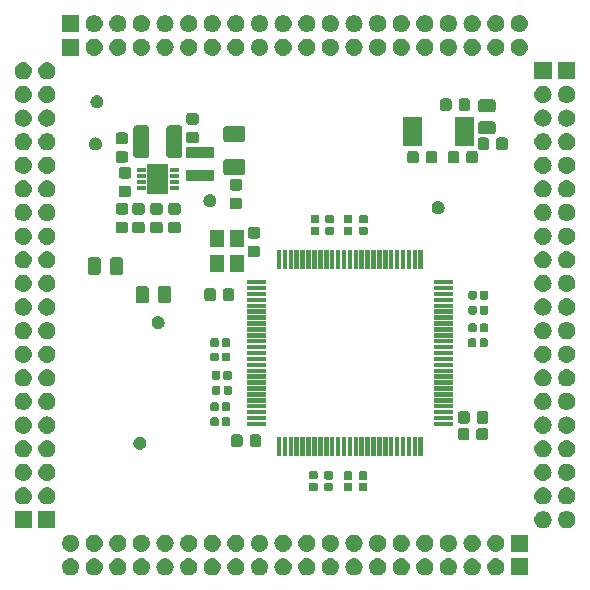
<source format=gbr>
G04 #@! TF.GenerationSoftware,KiCad,Pcbnew,5.0.2-bee76a0~70~ubuntu18.04.1*
G04 #@! TF.CreationDate,2019-11-19T20:55:50-08:00*
G04 #@! TF.ProjectId,A3P250_Dev_Board,41335032-3530-45f4-9465-765f426f6172,rev?*
G04 #@! TF.SameCoordinates,Original*
G04 #@! TF.FileFunction,Soldermask,Top*
G04 #@! TF.FilePolarity,Negative*
%FSLAX46Y46*%
G04 Gerber Fmt 4.6, Leading zero omitted, Abs format (unit mm)*
G04 Created by KiCad (PCBNEW 5.0.2-bee76a0~70~ubuntu18.04.1) date Tue 19 Nov 2019 08:55:50 PM PST*
%MOMM*%
%LPD*%
G01*
G04 APERTURE LIST*
%ADD10C,0.100000*%
G04 APERTURE END LIST*
D10*
G36*
X105012280Y-131554702D02*
X105149097Y-131596204D01*
X105275184Y-131663600D01*
X105385701Y-131754299D01*
X105476400Y-131864816D01*
X105543796Y-131990903D01*
X105585298Y-132127720D01*
X105599311Y-132270000D01*
X105585298Y-132412280D01*
X105543796Y-132549097D01*
X105476400Y-132675184D01*
X105385701Y-132785701D01*
X105275184Y-132876400D01*
X105149097Y-132943796D01*
X105012280Y-132985298D01*
X104905651Y-132995800D01*
X104834349Y-132995800D01*
X104727720Y-132985298D01*
X104590903Y-132943796D01*
X104464816Y-132876400D01*
X104354299Y-132785701D01*
X104263600Y-132675184D01*
X104196204Y-132549097D01*
X104154702Y-132412280D01*
X104140689Y-132270000D01*
X104154702Y-132127720D01*
X104196204Y-131990903D01*
X104263600Y-131864816D01*
X104354299Y-131754299D01*
X104464816Y-131663600D01*
X104590903Y-131596204D01*
X104727720Y-131554702D01*
X104834349Y-131544200D01*
X104905651Y-131544200D01*
X105012280Y-131554702D01*
X105012280Y-131554702D01*
G37*
G36*
X125012280Y-131554702D02*
X125149097Y-131596204D01*
X125275184Y-131663600D01*
X125385701Y-131754299D01*
X125476400Y-131864816D01*
X125543796Y-131990903D01*
X125585298Y-132127720D01*
X125599311Y-132270000D01*
X125585298Y-132412280D01*
X125543796Y-132549097D01*
X125476400Y-132675184D01*
X125385701Y-132785701D01*
X125275184Y-132876400D01*
X125149097Y-132943796D01*
X125012280Y-132985298D01*
X124905651Y-132995800D01*
X124834349Y-132995800D01*
X124727720Y-132985298D01*
X124590903Y-132943796D01*
X124464816Y-132876400D01*
X124354299Y-132785701D01*
X124263600Y-132675184D01*
X124196204Y-132549097D01*
X124154702Y-132412280D01*
X124140689Y-132270000D01*
X124154702Y-132127720D01*
X124196204Y-131990903D01*
X124263600Y-131864816D01*
X124354299Y-131754299D01*
X124464816Y-131663600D01*
X124590903Y-131596204D01*
X124727720Y-131554702D01*
X124834349Y-131544200D01*
X124905651Y-131544200D01*
X125012280Y-131554702D01*
X125012280Y-131554702D01*
G37*
G36*
X143595800Y-132995800D02*
X142144200Y-132995800D01*
X142144200Y-131544200D01*
X143595800Y-131544200D01*
X143595800Y-132995800D01*
X143595800Y-132995800D01*
G37*
G36*
X139012280Y-131554702D02*
X139149097Y-131596204D01*
X139275184Y-131663600D01*
X139385701Y-131754299D01*
X139476400Y-131864816D01*
X139543796Y-131990903D01*
X139585298Y-132127720D01*
X139599311Y-132270000D01*
X139585298Y-132412280D01*
X139543796Y-132549097D01*
X139476400Y-132675184D01*
X139385701Y-132785701D01*
X139275184Y-132876400D01*
X139149097Y-132943796D01*
X139012280Y-132985298D01*
X138905651Y-132995800D01*
X138834349Y-132995800D01*
X138727720Y-132985298D01*
X138590903Y-132943796D01*
X138464816Y-132876400D01*
X138354299Y-132785701D01*
X138263600Y-132675184D01*
X138196204Y-132549097D01*
X138154702Y-132412280D01*
X138140689Y-132270000D01*
X138154702Y-132127720D01*
X138196204Y-131990903D01*
X138263600Y-131864816D01*
X138354299Y-131754299D01*
X138464816Y-131663600D01*
X138590903Y-131596204D01*
X138727720Y-131554702D01*
X138834349Y-131544200D01*
X138905651Y-131544200D01*
X139012280Y-131554702D01*
X139012280Y-131554702D01*
G37*
G36*
X137012280Y-131554702D02*
X137149097Y-131596204D01*
X137275184Y-131663600D01*
X137385701Y-131754299D01*
X137476400Y-131864816D01*
X137543796Y-131990903D01*
X137585298Y-132127720D01*
X137599311Y-132270000D01*
X137585298Y-132412280D01*
X137543796Y-132549097D01*
X137476400Y-132675184D01*
X137385701Y-132785701D01*
X137275184Y-132876400D01*
X137149097Y-132943796D01*
X137012280Y-132985298D01*
X136905651Y-132995800D01*
X136834349Y-132995800D01*
X136727720Y-132985298D01*
X136590903Y-132943796D01*
X136464816Y-132876400D01*
X136354299Y-132785701D01*
X136263600Y-132675184D01*
X136196204Y-132549097D01*
X136154702Y-132412280D01*
X136140689Y-132270000D01*
X136154702Y-132127720D01*
X136196204Y-131990903D01*
X136263600Y-131864816D01*
X136354299Y-131754299D01*
X136464816Y-131663600D01*
X136590903Y-131596204D01*
X136727720Y-131554702D01*
X136834349Y-131544200D01*
X136905651Y-131544200D01*
X137012280Y-131554702D01*
X137012280Y-131554702D01*
G37*
G36*
X135012280Y-131554702D02*
X135149097Y-131596204D01*
X135275184Y-131663600D01*
X135385701Y-131754299D01*
X135476400Y-131864816D01*
X135543796Y-131990903D01*
X135585298Y-132127720D01*
X135599311Y-132270000D01*
X135585298Y-132412280D01*
X135543796Y-132549097D01*
X135476400Y-132675184D01*
X135385701Y-132785701D01*
X135275184Y-132876400D01*
X135149097Y-132943796D01*
X135012280Y-132985298D01*
X134905651Y-132995800D01*
X134834349Y-132995800D01*
X134727720Y-132985298D01*
X134590903Y-132943796D01*
X134464816Y-132876400D01*
X134354299Y-132785701D01*
X134263600Y-132675184D01*
X134196204Y-132549097D01*
X134154702Y-132412280D01*
X134140689Y-132270000D01*
X134154702Y-132127720D01*
X134196204Y-131990903D01*
X134263600Y-131864816D01*
X134354299Y-131754299D01*
X134464816Y-131663600D01*
X134590903Y-131596204D01*
X134727720Y-131554702D01*
X134834349Y-131544200D01*
X134905651Y-131544200D01*
X135012280Y-131554702D01*
X135012280Y-131554702D01*
G37*
G36*
X133012280Y-131554702D02*
X133149097Y-131596204D01*
X133275184Y-131663600D01*
X133385701Y-131754299D01*
X133476400Y-131864816D01*
X133543796Y-131990903D01*
X133585298Y-132127720D01*
X133599311Y-132270000D01*
X133585298Y-132412280D01*
X133543796Y-132549097D01*
X133476400Y-132675184D01*
X133385701Y-132785701D01*
X133275184Y-132876400D01*
X133149097Y-132943796D01*
X133012280Y-132985298D01*
X132905651Y-132995800D01*
X132834349Y-132995800D01*
X132727720Y-132985298D01*
X132590903Y-132943796D01*
X132464816Y-132876400D01*
X132354299Y-132785701D01*
X132263600Y-132675184D01*
X132196204Y-132549097D01*
X132154702Y-132412280D01*
X132140689Y-132270000D01*
X132154702Y-132127720D01*
X132196204Y-131990903D01*
X132263600Y-131864816D01*
X132354299Y-131754299D01*
X132464816Y-131663600D01*
X132590903Y-131596204D01*
X132727720Y-131554702D01*
X132834349Y-131544200D01*
X132905651Y-131544200D01*
X133012280Y-131554702D01*
X133012280Y-131554702D01*
G37*
G36*
X131012280Y-131554702D02*
X131149097Y-131596204D01*
X131275184Y-131663600D01*
X131385701Y-131754299D01*
X131476400Y-131864816D01*
X131543796Y-131990903D01*
X131585298Y-132127720D01*
X131599311Y-132270000D01*
X131585298Y-132412280D01*
X131543796Y-132549097D01*
X131476400Y-132675184D01*
X131385701Y-132785701D01*
X131275184Y-132876400D01*
X131149097Y-132943796D01*
X131012280Y-132985298D01*
X130905651Y-132995800D01*
X130834349Y-132995800D01*
X130727720Y-132985298D01*
X130590903Y-132943796D01*
X130464816Y-132876400D01*
X130354299Y-132785701D01*
X130263600Y-132675184D01*
X130196204Y-132549097D01*
X130154702Y-132412280D01*
X130140689Y-132270000D01*
X130154702Y-132127720D01*
X130196204Y-131990903D01*
X130263600Y-131864816D01*
X130354299Y-131754299D01*
X130464816Y-131663600D01*
X130590903Y-131596204D01*
X130727720Y-131554702D01*
X130834349Y-131544200D01*
X130905651Y-131544200D01*
X131012280Y-131554702D01*
X131012280Y-131554702D01*
G37*
G36*
X129012280Y-131554702D02*
X129149097Y-131596204D01*
X129275184Y-131663600D01*
X129385701Y-131754299D01*
X129476400Y-131864816D01*
X129543796Y-131990903D01*
X129585298Y-132127720D01*
X129599311Y-132270000D01*
X129585298Y-132412280D01*
X129543796Y-132549097D01*
X129476400Y-132675184D01*
X129385701Y-132785701D01*
X129275184Y-132876400D01*
X129149097Y-132943796D01*
X129012280Y-132985298D01*
X128905651Y-132995800D01*
X128834349Y-132995800D01*
X128727720Y-132985298D01*
X128590903Y-132943796D01*
X128464816Y-132876400D01*
X128354299Y-132785701D01*
X128263600Y-132675184D01*
X128196204Y-132549097D01*
X128154702Y-132412280D01*
X128140689Y-132270000D01*
X128154702Y-132127720D01*
X128196204Y-131990903D01*
X128263600Y-131864816D01*
X128354299Y-131754299D01*
X128464816Y-131663600D01*
X128590903Y-131596204D01*
X128727720Y-131554702D01*
X128834349Y-131544200D01*
X128905651Y-131544200D01*
X129012280Y-131554702D01*
X129012280Y-131554702D01*
G37*
G36*
X127012280Y-131554702D02*
X127149097Y-131596204D01*
X127275184Y-131663600D01*
X127385701Y-131754299D01*
X127476400Y-131864816D01*
X127543796Y-131990903D01*
X127585298Y-132127720D01*
X127599311Y-132270000D01*
X127585298Y-132412280D01*
X127543796Y-132549097D01*
X127476400Y-132675184D01*
X127385701Y-132785701D01*
X127275184Y-132876400D01*
X127149097Y-132943796D01*
X127012280Y-132985298D01*
X126905651Y-132995800D01*
X126834349Y-132995800D01*
X126727720Y-132985298D01*
X126590903Y-132943796D01*
X126464816Y-132876400D01*
X126354299Y-132785701D01*
X126263600Y-132675184D01*
X126196204Y-132549097D01*
X126154702Y-132412280D01*
X126140689Y-132270000D01*
X126154702Y-132127720D01*
X126196204Y-131990903D01*
X126263600Y-131864816D01*
X126354299Y-131754299D01*
X126464816Y-131663600D01*
X126590903Y-131596204D01*
X126727720Y-131554702D01*
X126834349Y-131544200D01*
X126905651Y-131544200D01*
X127012280Y-131554702D01*
X127012280Y-131554702D01*
G37*
G36*
X141012280Y-131554702D02*
X141149097Y-131596204D01*
X141275184Y-131663600D01*
X141385701Y-131754299D01*
X141476400Y-131864816D01*
X141543796Y-131990903D01*
X141585298Y-132127720D01*
X141599311Y-132270000D01*
X141585298Y-132412280D01*
X141543796Y-132549097D01*
X141476400Y-132675184D01*
X141385701Y-132785701D01*
X141275184Y-132876400D01*
X141149097Y-132943796D01*
X141012280Y-132985298D01*
X140905651Y-132995800D01*
X140834349Y-132995800D01*
X140727720Y-132985298D01*
X140590903Y-132943796D01*
X140464816Y-132876400D01*
X140354299Y-132785701D01*
X140263600Y-132675184D01*
X140196204Y-132549097D01*
X140154702Y-132412280D01*
X140140689Y-132270000D01*
X140154702Y-132127720D01*
X140196204Y-131990903D01*
X140263600Y-131864816D01*
X140354299Y-131754299D01*
X140464816Y-131663600D01*
X140590903Y-131596204D01*
X140727720Y-131554702D01*
X140834349Y-131544200D01*
X140905651Y-131544200D01*
X141012280Y-131554702D01*
X141012280Y-131554702D01*
G37*
G36*
X121012280Y-131554702D02*
X121149097Y-131596204D01*
X121275184Y-131663600D01*
X121385701Y-131754299D01*
X121476400Y-131864816D01*
X121543796Y-131990903D01*
X121585298Y-132127720D01*
X121599311Y-132270000D01*
X121585298Y-132412280D01*
X121543796Y-132549097D01*
X121476400Y-132675184D01*
X121385701Y-132785701D01*
X121275184Y-132876400D01*
X121149097Y-132943796D01*
X121012280Y-132985298D01*
X120905651Y-132995800D01*
X120834349Y-132995800D01*
X120727720Y-132985298D01*
X120590903Y-132943796D01*
X120464816Y-132876400D01*
X120354299Y-132785701D01*
X120263600Y-132675184D01*
X120196204Y-132549097D01*
X120154702Y-132412280D01*
X120140689Y-132270000D01*
X120154702Y-132127720D01*
X120196204Y-131990903D01*
X120263600Y-131864816D01*
X120354299Y-131754299D01*
X120464816Y-131663600D01*
X120590903Y-131596204D01*
X120727720Y-131554702D01*
X120834349Y-131544200D01*
X120905651Y-131544200D01*
X121012280Y-131554702D01*
X121012280Y-131554702D01*
G37*
G36*
X123012280Y-131554702D02*
X123149097Y-131596204D01*
X123275184Y-131663600D01*
X123385701Y-131754299D01*
X123476400Y-131864816D01*
X123543796Y-131990903D01*
X123585298Y-132127720D01*
X123599311Y-132270000D01*
X123585298Y-132412280D01*
X123543796Y-132549097D01*
X123476400Y-132675184D01*
X123385701Y-132785701D01*
X123275184Y-132876400D01*
X123149097Y-132943796D01*
X123012280Y-132985298D01*
X122905651Y-132995800D01*
X122834349Y-132995800D01*
X122727720Y-132985298D01*
X122590903Y-132943796D01*
X122464816Y-132876400D01*
X122354299Y-132785701D01*
X122263600Y-132675184D01*
X122196204Y-132549097D01*
X122154702Y-132412280D01*
X122140689Y-132270000D01*
X122154702Y-132127720D01*
X122196204Y-131990903D01*
X122263600Y-131864816D01*
X122354299Y-131754299D01*
X122464816Y-131663600D01*
X122590903Y-131596204D01*
X122727720Y-131554702D01*
X122834349Y-131544200D01*
X122905651Y-131544200D01*
X123012280Y-131554702D01*
X123012280Y-131554702D01*
G37*
G36*
X107012280Y-131554702D02*
X107149097Y-131596204D01*
X107275184Y-131663600D01*
X107385701Y-131754299D01*
X107476400Y-131864816D01*
X107543796Y-131990903D01*
X107585298Y-132127720D01*
X107599311Y-132270000D01*
X107585298Y-132412280D01*
X107543796Y-132549097D01*
X107476400Y-132675184D01*
X107385701Y-132785701D01*
X107275184Y-132876400D01*
X107149097Y-132943796D01*
X107012280Y-132985298D01*
X106905651Y-132995800D01*
X106834349Y-132995800D01*
X106727720Y-132985298D01*
X106590903Y-132943796D01*
X106464816Y-132876400D01*
X106354299Y-132785701D01*
X106263600Y-132675184D01*
X106196204Y-132549097D01*
X106154702Y-132412280D01*
X106140689Y-132270000D01*
X106154702Y-132127720D01*
X106196204Y-131990903D01*
X106263600Y-131864816D01*
X106354299Y-131754299D01*
X106464816Y-131663600D01*
X106590903Y-131596204D01*
X106727720Y-131554702D01*
X106834349Y-131544200D01*
X106905651Y-131544200D01*
X107012280Y-131554702D01*
X107012280Y-131554702D01*
G37*
G36*
X109012280Y-131554702D02*
X109149097Y-131596204D01*
X109275184Y-131663600D01*
X109385701Y-131754299D01*
X109476400Y-131864816D01*
X109543796Y-131990903D01*
X109585298Y-132127720D01*
X109599311Y-132270000D01*
X109585298Y-132412280D01*
X109543796Y-132549097D01*
X109476400Y-132675184D01*
X109385701Y-132785701D01*
X109275184Y-132876400D01*
X109149097Y-132943796D01*
X109012280Y-132985298D01*
X108905651Y-132995800D01*
X108834349Y-132995800D01*
X108727720Y-132985298D01*
X108590903Y-132943796D01*
X108464816Y-132876400D01*
X108354299Y-132785701D01*
X108263600Y-132675184D01*
X108196204Y-132549097D01*
X108154702Y-132412280D01*
X108140689Y-132270000D01*
X108154702Y-132127720D01*
X108196204Y-131990903D01*
X108263600Y-131864816D01*
X108354299Y-131754299D01*
X108464816Y-131663600D01*
X108590903Y-131596204D01*
X108727720Y-131554702D01*
X108834349Y-131544200D01*
X108905651Y-131544200D01*
X109012280Y-131554702D01*
X109012280Y-131554702D01*
G37*
G36*
X111012280Y-131554702D02*
X111149097Y-131596204D01*
X111275184Y-131663600D01*
X111385701Y-131754299D01*
X111476400Y-131864816D01*
X111543796Y-131990903D01*
X111585298Y-132127720D01*
X111599311Y-132270000D01*
X111585298Y-132412280D01*
X111543796Y-132549097D01*
X111476400Y-132675184D01*
X111385701Y-132785701D01*
X111275184Y-132876400D01*
X111149097Y-132943796D01*
X111012280Y-132985298D01*
X110905651Y-132995800D01*
X110834349Y-132995800D01*
X110727720Y-132985298D01*
X110590903Y-132943796D01*
X110464816Y-132876400D01*
X110354299Y-132785701D01*
X110263600Y-132675184D01*
X110196204Y-132549097D01*
X110154702Y-132412280D01*
X110140689Y-132270000D01*
X110154702Y-132127720D01*
X110196204Y-131990903D01*
X110263600Y-131864816D01*
X110354299Y-131754299D01*
X110464816Y-131663600D01*
X110590903Y-131596204D01*
X110727720Y-131554702D01*
X110834349Y-131544200D01*
X110905651Y-131544200D01*
X111012280Y-131554702D01*
X111012280Y-131554702D01*
G37*
G36*
X115012280Y-131554702D02*
X115149097Y-131596204D01*
X115275184Y-131663600D01*
X115385701Y-131754299D01*
X115476400Y-131864816D01*
X115543796Y-131990903D01*
X115585298Y-132127720D01*
X115599311Y-132270000D01*
X115585298Y-132412280D01*
X115543796Y-132549097D01*
X115476400Y-132675184D01*
X115385701Y-132785701D01*
X115275184Y-132876400D01*
X115149097Y-132943796D01*
X115012280Y-132985298D01*
X114905651Y-132995800D01*
X114834349Y-132995800D01*
X114727720Y-132985298D01*
X114590903Y-132943796D01*
X114464816Y-132876400D01*
X114354299Y-132785701D01*
X114263600Y-132675184D01*
X114196204Y-132549097D01*
X114154702Y-132412280D01*
X114140689Y-132270000D01*
X114154702Y-132127720D01*
X114196204Y-131990903D01*
X114263600Y-131864816D01*
X114354299Y-131754299D01*
X114464816Y-131663600D01*
X114590903Y-131596204D01*
X114727720Y-131554702D01*
X114834349Y-131544200D01*
X114905651Y-131544200D01*
X115012280Y-131554702D01*
X115012280Y-131554702D01*
G37*
G36*
X113012280Y-131554702D02*
X113149097Y-131596204D01*
X113275184Y-131663600D01*
X113385701Y-131754299D01*
X113476400Y-131864816D01*
X113543796Y-131990903D01*
X113585298Y-132127720D01*
X113599311Y-132270000D01*
X113585298Y-132412280D01*
X113543796Y-132549097D01*
X113476400Y-132675184D01*
X113385701Y-132785701D01*
X113275184Y-132876400D01*
X113149097Y-132943796D01*
X113012280Y-132985298D01*
X112905651Y-132995800D01*
X112834349Y-132995800D01*
X112727720Y-132985298D01*
X112590903Y-132943796D01*
X112464816Y-132876400D01*
X112354299Y-132785701D01*
X112263600Y-132675184D01*
X112196204Y-132549097D01*
X112154702Y-132412280D01*
X112140689Y-132270000D01*
X112154702Y-132127720D01*
X112196204Y-131990903D01*
X112263600Y-131864816D01*
X112354299Y-131754299D01*
X112464816Y-131663600D01*
X112590903Y-131596204D01*
X112727720Y-131554702D01*
X112834349Y-131544200D01*
X112905651Y-131544200D01*
X113012280Y-131554702D01*
X113012280Y-131554702D01*
G37*
G36*
X119012280Y-131554702D02*
X119149097Y-131596204D01*
X119275184Y-131663600D01*
X119385701Y-131754299D01*
X119476400Y-131864816D01*
X119543796Y-131990903D01*
X119585298Y-132127720D01*
X119599311Y-132270000D01*
X119585298Y-132412280D01*
X119543796Y-132549097D01*
X119476400Y-132675184D01*
X119385701Y-132785701D01*
X119275184Y-132876400D01*
X119149097Y-132943796D01*
X119012280Y-132985298D01*
X118905651Y-132995800D01*
X118834349Y-132995800D01*
X118727720Y-132985298D01*
X118590903Y-132943796D01*
X118464816Y-132876400D01*
X118354299Y-132785701D01*
X118263600Y-132675184D01*
X118196204Y-132549097D01*
X118154702Y-132412280D01*
X118140689Y-132270000D01*
X118154702Y-132127720D01*
X118196204Y-131990903D01*
X118263600Y-131864816D01*
X118354299Y-131754299D01*
X118464816Y-131663600D01*
X118590903Y-131596204D01*
X118727720Y-131554702D01*
X118834349Y-131544200D01*
X118905651Y-131544200D01*
X119012280Y-131554702D01*
X119012280Y-131554702D01*
G37*
G36*
X117012280Y-131554702D02*
X117149097Y-131596204D01*
X117275184Y-131663600D01*
X117385701Y-131754299D01*
X117476400Y-131864816D01*
X117543796Y-131990903D01*
X117585298Y-132127720D01*
X117599311Y-132270000D01*
X117585298Y-132412280D01*
X117543796Y-132549097D01*
X117476400Y-132675184D01*
X117385701Y-132785701D01*
X117275184Y-132876400D01*
X117149097Y-132943796D01*
X117012280Y-132985298D01*
X116905651Y-132995800D01*
X116834349Y-132995800D01*
X116727720Y-132985298D01*
X116590903Y-132943796D01*
X116464816Y-132876400D01*
X116354299Y-132785701D01*
X116263600Y-132675184D01*
X116196204Y-132549097D01*
X116154702Y-132412280D01*
X116140689Y-132270000D01*
X116154702Y-132127720D01*
X116196204Y-131990903D01*
X116263600Y-131864816D01*
X116354299Y-131754299D01*
X116464816Y-131663600D01*
X116590903Y-131596204D01*
X116727720Y-131554702D01*
X116834349Y-131544200D01*
X116905651Y-131544200D01*
X117012280Y-131554702D01*
X117012280Y-131554702D01*
G37*
G36*
X143595800Y-130995800D02*
X142144200Y-130995800D01*
X142144200Y-129544200D01*
X143595800Y-129544200D01*
X143595800Y-130995800D01*
X143595800Y-130995800D01*
G37*
G36*
X141012280Y-129554702D02*
X141149097Y-129596204D01*
X141275184Y-129663600D01*
X141385701Y-129754299D01*
X141476400Y-129864816D01*
X141543796Y-129990903D01*
X141585298Y-130127720D01*
X141599311Y-130270000D01*
X141585298Y-130412280D01*
X141543796Y-130549097D01*
X141476400Y-130675184D01*
X141385701Y-130785701D01*
X141275184Y-130876400D01*
X141149097Y-130943796D01*
X141012280Y-130985298D01*
X140905651Y-130995800D01*
X140834349Y-130995800D01*
X140727720Y-130985298D01*
X140590903Y-130943796D01*
X140464816Y-130876400D01*
X140354299Y-130785701D01*
X140263600Y-130675184D01*
X140196204Y-130549097D01*
X140154702Y-130412280D01*
X140140689Y-130270000D01*
X140154702Y-130127720D01*
X140196204Y-129990903D01*
X140263600Y-129864816D01*
X140354299Y-129754299D01*
X140464816Y-129663600D01*
X140590903Y-129596204D01*
X140727720Y-129554702D01*
X140834349Y-129544200D01*
X140905651Y-129544200D01*
X141012280Y-129554702D01*
X141012280Y-129554702D01*
G37*
G36*
X137012280Y-129554702D02*
X137149097Y-129596204D01*
X137275184Y-129663600D01*
X137385701Y-129754299D01*
X137476400Y-129864816D01*
X137543796Y-129990903D01*
X137585298Y-130127720D01*
X137599311Y-130270000D01*
X137585298Y-130412280D01*
X137543796Y-130549097D01*
X137476400Y-130675184D01*
X137385701Y-130785701D01*
X137275184Y-130876400D01*
X137149097Y-130943796D01*
X137012280Y-130985298D01*
X136905651Y-130995800D01*
X136834349Y-130995800D01*
X136727720Y-130985298D01*
X136590903Y-130943796D01*
X136464816Y-130876400D01*
X136354299Y-130785701D01*
X136263600Y-130675184D01*
X136196204Y-130549097D01*
X136154702Y-130412280D01*
X136140689Y-130270000D01*
X136154702Y-130127720D01*
X136196204Y-129990903D01*
X136263600Y-129864816D01*
X136354299Y-129754299D01*
X136464816Y-129663600D01*
X136590903Y-129596204D01*
X136727720Y-129554702D01*
X136834349Y-129544200D01*
X136905651Y-129544200D01*
X137012280Y-129554702D01*
X137012280Y-129554702D01*
G37*
G36*
X135012280Y-129554702D02*
X135149097Y-129596204D01*
X135275184Y-129663600D01*
X135385701Y-129754299D01*
X135476400Y-129864816D01*
X135543796Y-129990903D01*
X135585298Y-130127720D01*
X135599311Y-130270000D01*
X135585298Y-130412280D01*
X135543796Y-130549097D01*
X135476400Y-130675184D01*
X135385701Y-130785701D01*
X135275184Y-130876400D01*
X135149097Y-130943796D01*
X135012280Y-130985298D01*
X134905651Y-130995800D01*
X134834349Y-130995800D01*
X134727720Y-130985298D01*
X134590903Y-130943796D01*
X134464816Y-130876400D01*
X134354299Y-130785701D01*
X134263600Y-130675184D01*
X134196204Y-130549097D01*
X134154702Y-130412280D01*
X134140689Y-130270000D01*
X134154702Y-130127720D01*
X134196204Y-129990903D01*
X134263600Y-129864816D01*
X134354299Y-129754299D01*
X134464816Y-129663600D01*
X134590903Y-129596204D01*
X134727720Y-129554702D01*
X134834349Y-129544200D01*
X134905651Y-129544200D01*
X135012280Y-129554702D01*
X135012280Y-129554702D01*
G37*
G36*
X133012280Y-129554702D02*
X133149097Y-129596204D01*
X133275184Y-129663600D01*
X133385701Y-129754299D01*
X133476400Y-129864816D01*
X133543796Y-129990903D01*
X133585298Y-130127720D01*
X133599311Y-130270000D01*
X133585298Y-130412280D01*
X133543796Y-130549097D01*
X133476400Y-130675184D01*
X133385701Y-130785701D01*
X133275184Y-130876400D01*
X133149097Y-130943796D01*
X133012280Y-130985298D01*
X132905651Y-130995800D01*
X132834349Y-130995800D01*
X132727720Y-130985298D01*
X132590903Y-130943796D01*
X132464816Y-130876400D01*
X132354299Y-130785701D01*
X132263600Y-130675184D01*
X132196204Y-130549097D01*
X132154702Y-130412280D01*
X132140689Y-130270000D01*
X132154702Y-130127720D01*
X132196204Y-129990903D01*
X132263600Y-129864816D01*
X132354299Y-129754299D01*
X132464816Y-129663600D01*
X132590903Y-129596204D01*
X132727720Y-129554702D01*
X132834349Y-129544200D01*
X132905651Y-129544200D01*
X133012280Y-129554702D01*
X133012280Y-129554702D01*
G37*
G36*
X131012280Y-129554702D02*
X131149097Y-129596204D01*
X131275184Y-129663600D01*
X131385701Y-129754299D01*
X131476400Y-129864816D01*
X131543796Y-129990903D01*
X131585298Y-130127720D01*
X131599311Y-130270000D01*
X131585298Y-130412280D01*
X131543796Y-130549097D01*
X131476400Y-130675184D01*
X131385701Y-130785701D01*
X131275184Y-130876400D01*
X131149097Y-130943796D01*
X131012280Y-130985298D01*
X130905651Y-130995800D01*
X130834349Y-130995800D01*
X130727720Y-130985298D01*
X130590903Y-130943796D01*
X130464816Y-130876400D01*
X130354299Y-130785701D01*
X130263600Y-130675184D01*
X130196204Y-130549097D01*
X130154702Y-130412280D01*
X130140689Y-130270000D01*
X130154702Y-130127720D01*
X130196204Y-129990903D01*
X130263600Y-129864816D01*
X130354299Y-129754299D01*
X130464816Y-129663600D01*
X130590903Y-129596204D01*
X130727720Y-129554702D01*
X130834349Y-129544200D01*
X130905651Y-129544200D01*
X131012280Y-129554702D01*
X131012280Y-129554702D01*
G37*
G36*
X129012280Y-129554702D02*
X129149097Y-129596204D01*
X129275184Y-129663600D01*
X129385701Y-129754299D01*
X129476400Y-129864816D01*
X129543796Y-129990903D01*
X129585298Y-130127720D01*
X129599311Y-130270000D01*
X129585298Y-130412280D01*
X129543796Y-130549097D01*
X129476400Y-130675184D01*
X129385701Y-130785701D01*
X129275184Y-130876400D01*
X129149097Y-130943796D01*
X129012280Y-130985298D01*
X128905651Y-130995800D01*
X128834349Y-130995800D01*
X128727720Y-130985298D01*
X128590903Y-130943796D01*
X128464816Y-130876400D01*
X128354299Y-130785701D01*
X128263600Y-130675184D01*
X128196204Y-130549097D01*
X128154702Y-130412280D01*
X128140689Y-130270000D01*
X128154702Y-130127720D01*
X128196204Y-129990903D01*
X128263600Y-129864816D01*
X128354299Y-129754299D01*
X128464816Y-129663600D01*
X128590903Y-129596204D01*
X128727720Y-129554702D01*
X128834349Y-129544200D01*
X128905651Y-129544200D01*
X129012280Y-129554702D01*
X129012280Y-129554702D01*
G37*
G36*
X127012280Y-129554702D02*
X127149097Y-129596204D01*
X127275184Y-129663600D01*
X127385701Y-129754299D01*
X127476400Y-129864816D01*
X127543796Y-129990903D01*
X127585298Y-130127720D01*
X127599311Y-130270000D01*
X127585298Y-130412280D01*
X127543796Y-130549097D01*
X127476400Y-130675184D01*
X127385701Y-130785701D01*
X127275184Y-130876400D01*
X127149097Y-130943796D01*
X127012280Y-130985298D01*
X126905651Y-130995800D01*
X126834349Y-130995800D01*
X126727720Y-130985298D01*
X126590903Y-130943796D01*
X126464816Y-130876400D01*
X126354299Y-130785701D01*
X126263600Y-130675184D01*
X126196204Y-130549097D01*
X126154702Y-130412280D01*
X126140689Y-130270000D01*
X126154702Y-130127720D01*
X126196204Y-129990903D01*
X126263600Y-129864816D01*
X126354299Y-129754299D01*
X126464816Y-129663600D01*
X126590903Y-129596204D01*
X126727720Y-129554702D01*
X126834349Y-129544200D01*
X126905651Y-129544200D01*
X127012280Y-129554702D01*
X127012280Y-129554702D01*
G37*
G36*
X125012280Y-129554702D02*
X125149097Y-129596204D01*
X125275184Y-129663600D01*
X125385701Y-129754299D01*
X125476400Y-129864816D01*
X125543796Y-129990903D01*
X125585298Y-130127720D01*
X125599311Y-130270000D01*
X125585298Y-130412280D01*
X125543796Y-130549097D01*
X125476400Y-130675184D01*
X125385701Y-130785701D01*
X125275184Y-130876400D01*
X125149097Y-130943796D01*
X125012280Y-130985298D01*
X124905651Y-130995800D01*
X124834349Y-130995800D01*
X124727720Y-130985298D01*
X124590903Y-130943796D01*
X124464816Y-130876400D01*
X124354299Y-130785701D01*
X124263600Y-130675184D01*
X124196204Y-130549097D01*
X124154702Y-130412280D01*
X124140689Y-130270000D01*
X124154702Y-130127720D01*
X124196204Y-129990903D01*
X124263600Y-129864816D01*
X124354299Y-129754299D01*
X124464816Y-129663600D01*
X124590903Y-129596204D01*
X124727720Y-129554702D01*
X124834349Y-129544200D01*
X124905651Y-129544200D01*
X125012280Y-129554702D01*
X125012280Y-129554702D01*
G37*
G36*
X139012280Y-129554702D02*
X139149097Y-129596204D01*
X139275184Y-129663600D01*
X139385701Y-129754299D01*
X139476400Y-129864816D01*
X139543796Y-129990903D01*
X139585298Y-130127720D01*
X139599311Y-130270000D01*
X139585298Y-130412280D01*
X139543796Y-130549097D01*
X139476400Y-130675184D01*
X139385701Y-130785701D01*
X139275184Y-130876400D01*
X139149097Y-130943796D01*
X139012280Y-130985298D01*
X138905651Y-130995800D01*
X138834349Y-130995800D01*
X138727720Y-130985298D01*
X138590903Y-130943796D01*
X138464816Y-130876400D01*
X138354299Y-130785701D01*
X138263600Y-130675184D01*
X138196204Y-130549097D01*
X138154702Y-130412280D01*
X138140689Y-130270000D01*
X138154702Y-130127720D01*
X138196204Y-129990903D01*
X138263600Y-129864816D01*
X138354299Y-129754299D01*
X138464816Y-129663600D01*
X138590903Y-129596204D01*
X138727720Y-129554702D01*
X138834349Y-129544200D01*
X138905651Y-129544200D01*
X139012280Y-129554702D01*
X139012280Y-129554702D01*
G37*
G36*
X119012280Y-129554702D02*
X119149097Y-129596204D01*
X119275184Y-129663600D01*
X119385701Y-129754299D01*
X119476400Y-129864816D01*
X119543796Y-129990903D01*
X119585298Y-130127720D01*
X119599311Y-130270000D01*
X119585298Y-130412280D01*
X119543796Y-130549097D01*
X119476400Y-130675184D01*
X119385701Y-130785701D01*
X119275184Y-130876400D01*
X119149097Y-130943796D01*
X119012280Y-130985298D01*
X118905651Y-130995800D01*
X118834349Y-130995800D01*
X118727720Y-130985298D01*
X118590903Y-130943796D01*
X118464816Y-130876400D01*
X118354299Y-130785701D01*
X118263600Y-130675184D01*
X118196204Y-130549097D01*
X118154702Y-130412280D01*
X118140689Y-130270000D01*
X118154702Y-130127720D01*
X118196204Y-129990903D01*
X118263600Y-129864816D01*
X118354299Y-129754299D01*
X118464816Y-129663600D01*
X118590903Y-129596204D01*
X118727720Y-129554702D01*
X118834349Y-129544200D01*
X118905651Y-129544200D01*
X119012280Y-129554702D01*
X119012280Y-129554702D01*
G37*
G36*
X117012280Y-129554702D02*
X117149097Y-129596204D01*
X117275184Y-129663600D01*
X117385701Y-129754299D01*
X117476400Y-129864816D01*
X117543796Y-129990903D01*
X117585298Y-130127720D01*
X117599311Y-130270000D01*
X117585298Y-130412280D01*
X117543796Y-130549097D01*
X117476400Y-130675184D01*
X117385701Y-130785701D01*
X117275184Y-130876400D01*
X117149097Y-130943796D01*
X117012280Y-130985298D01*
X116905651Y-130995800D01*
X116834349Y-130995800D01*
X116727720Y-130985298D01*
X116590903Y-130943796D01*
X116464816Y-130876400D01*
X116354299Y-130785701D01*
X116263600Y-130675184D01*
X116196204Y-130549097D01*
X116154702Y-130412280D01*
X116140689Y-130270000D01*
X116154702Y-130127720D01*
X116196204Y-129990903D01*
X116263600Y-129864816D01*
X116354299Y-129754299D01*
X116464816Y-129663600D01*
X116590903Y-129596204D01*
X116727720Y-129554702D01*
X116834349Y-129544200D01*
X116905651Y-129544200D01*
X117012280Y-129554702D01*
X117012280Y-129554702D01*
G37*
G36*
X115012280Y-129554702D02*
X115149097Y-129596204D01*
X115275184Y-129663600D01*
X115385701Y-129754299D01*
X115476400Y-129864816D01*
X115543796Y-129990903D01*
X115585298Y-130127720D01*
X115599311Y-130270000D01*
X115585298Y-130412280D01*
X115543796Y-130549097D01*
X115476400Y-130675184D01*
X115385701Y-130785701D01*
X115275184Y-130876400D01*
X115149097Y-130943796D01*
X115012280Y-130985298D01*
X114905651Y-130995800D01*
X114834349Y-130995800D01*
X114727720Y-130985298D01*
X114590903Y-130943796D01*
X114464816Y-130876400D01*
X114354299Y-130785701D01*
X114263600Y-130675184D01*
X114196204Y-130549097D01*
X114154702Y-130412280D01*
X114140689Y-130270000D01*
X114154702Y-130127720D01*
X114196204Y-129990903D01*
X114263600Y-129864816D01*
X114354299Y-129754299D01*
X114464816Y-129663600D01*
X114590903Y-129596204D01*
X114727720Y-129554702D01*
X114834349Y-129544200D01*
X114905651Y-129544200D01*
X115012280Y-129554702D01*
X115012280Y-129554702D01*
G37*
G36*
X113012280Y-129554702D02*
X113149097Y-129596204D01*
X113275184Y-129663600D01*
X113385701Y-129754299D01*
X113476400Y-129864816D01*
X113543796Y-129990903D01*
X113585298Y-130127720D01*
X113599311Y-130270000D01*
X113585298Y-130412280D01*
X113543796Y-130549097D01*
X113476400Y-130675184D01*
X113385701Y-130785701D01*
X113275184Y-130876400D01*
X113149097Y-130943796D01*
X113012280Y-130985298D01*
X112905651Y-130995800D01*
X112834349Y-130995800D01*
X112727720Y-130985298D01*
X112590903Y-130943796D01*
X112464816Y-130876400D01*
X112354299Y-130785701D01*
X112263600Y-130675184D01*
X112196204Y-130549097D01*
X112154702Y-130412280D01*
X112140689Y-130270000D01*
X112154702Y-130127720D01*
X112196204Y-129990903D01*
X112263600Y-129864816D01*
X112354299Y-129754299D01*
X112464816Y-129663600D01*
X112590903Y-129596204D01*
X112727720Y-129554702D01*
X112834349Y-129544200D01*
X112905651Y-129544200D01*
X113012280Y-129554702D01*
X113012280Y-129554702D01*
G37*
G36*
X111012280Y-129554702D02*
X111149097Y-129596204D01*
X111275184Y-129663600D01*
X111385701Y-129754299D01*
X111476400Y-129864816D01*
X111543796Y-129990903D01*
X111585298Y-130127720D01*
X111599311Y-130270000D01*
X111585298Y-130412280D01*
X111543796Y-130549097D01*
X111476400Y-130675184D01*
X111385701Y-130785701D01*
X111275184Y-130876400D01*
X111149097Y-130943796D01*
X111012280Y-130985298D01*
X110905651Y-130995800D01*
X110834349Y-130995800D01*
X110727720Y-130985298D01*
X110590903Y-130943796D01*
X110464816Y-130876400D01*
X110354299Y-130785701D01*
X110263600Y-130675184D01*
X110196204Y-130549097D01*
X110154702Y-130412280D01*
X110140689Y-130270000D01*
X110154702Y-130127720D01*
X110196204Y-129990903D01*
X110263600Y-129864816D01*
X110354299Y-129754299D01*
X110464816Y-129663600D01*
X110590903Y-129596204D01*
X110727720Y-129554702D01*
X110834349Y-129544200D01*
X110905651Y-129544200D01*
X111012280Y-129554702D01*
X111012280Y-129554702D01*
G37*
G36*
X109012280Y-129554702D02*
X109149097Y-129596204D01*
X109275184Y-129663600D01*
X109385701Y-129754299D01*
X109476400Y-129864816D01*
X109543796Y-129990903D01*
X109585298Y-130127720D01*
X109599311Y-130270000D01*
X109585298Y-130412280D01*
X109543796Y-130549097D01*
X109476400Y-130675184D01*
X109385701Y-130785701D01*
X109275184Y-130876400D01*
X109149097Y-130943796D01*
X109012280Y-130985298D01*
X108905651Y-130995800D01*
X108834349Y-130995800D01*
X108727720Y-130985298D01*
X108590903Y-130943796D01*
X108464816Y-130876400D01*
X108354299Y-130785701D01*
X108263600Y-130675184D01*
X108196204Y-130549097D01*
X108154702Y-130412280D01*
X108140689Y-130270000D01*
X108154702Y-130127720D01*
X108196204Y-129990903D01*
X108263600Y-129864816D01*
X108354299Y-129754299D01*
X108464816Y-129663600D01*
X108590903Y-129596204D01*
X108727720Y-129554702D01*
X108834349Y-129544200D01*
X108905651Y-129544200D01*
X109012280Y-129554702D01*
X109012280Y-129554702D01*
G37*
G36*
X107012280Y-129554702D02*
X107149097Y-129596204D01*
X107275184Y-129663600D01*
X107385701Y-129754299D01*
X107476400Y-129864816D01*
X107543796Y-129990903D01*
X107585298Y-130127720D01*
X107599311Y-130270000D01*
X107585298Y-130412280D01*
X107543796Y-130549097D01*
X107476400Y-130675184D01*
X107385701Y-130785701D01*
X107275184Y-130876400D01*
X107149097Y-130943796D01*
X107012280Y-130985298D01*
X106905651Y-130995800D01*
X106834349Y-130995800D01*
X106727720Y-130985298D01*
X106590903Y-130943796D01*
X106464816Y-130876400D01*
X106354299Y-130785701D01*
X106263600Y-130675184D01*
X106196204Y-130549097D01*
X106154702Y-130412280D01*
X106140689Y-130270000D01*
X106154702Y-130127720D01*
X106196204Y-129990903D01*
X106263600Y-129864816D01*
X106354299Y-129754299D01*
X106464816Y-129663600D01*
X106590903Y-129596204D01*
X106727720Y-129554702D01*
X106834349Y-129544200D01*
X106905651Y-129544200D01*
X107012280Y-129554702D01*
X107012280Y-129554702D01*
G37*
G36*
X105012280Y-129554702D02*
X105149097Y-129596204D01*
X105275184Y-129663600D01*
X105385701Y-129754299D01*
X105476400Y-129864816D01*
X105543796Y-129990903D01*
X105585298Y-130127720D01*
X105599311Y-130270000D01*
X105585298Y-130412280D01*
X105543796Y-130549097D01*
X105476400Y-130675184D01*
X105385701Y-130785701D01*
X105275184Y-130876400D01*
X105149097Y-130943796D01*
X105012280Y-130985298D01*
X104905651Y-130995800D01*
X104834349Y-130995800D01*
X104727720Y-130985298D01*
X104590903Y-130943796D01*
X104464816Y-130876400D01*
X104354299Y-130785701D01*
X104263600Y-130675184D01*
X104196204Y-130549097D01*
X104154702Y-130412280D01*
X104140689Y-130270000D01*
X104154702Y-130127720D01*
X104196204Y-129990903D01*
X104263600Y-129864816D01*
X104354299Y-129754299D01*
X104464816Y-129663600D01*
X104590903Y-129596204D01*
X104727720Y-129554702D01*
X104834349Y-129544200D01*
X104905651Y-129544200D01*
X105012280Y-129554702D01*
X105012280Y-129554702D01*
G37*
G36*
X123012280Y-129554702D02*
X123149097Y-129596204D01*
X123275184Y-129663600D01*
X123385701Y-129754299D01*
X123476400Y-129864816D01*
X123543796Y-129990903D01*
X123585298Y-130127720D01*
X123599311Y-130270000D01*
X123585298Y-130412280D01*
X123543796Y-130549097D01*
X123476400Y-130675184D01*
X123385701Y-130785701D01*
X123275184Y-130876400D01*
X123149097Y-130943796D01*
X123012280Y-130985298D01*
X122905651Y-130995800D01*
X122834349Y-130995800D01*
X122727720Y-130985298D01*
X122590903Y-130943796D01*
X122464816Y-130876400D01*
X122354299Y-130785701D01*
X122263600Y-130675184D01*
X122196204Y-130549097D01*
X122154702Y-130412280D01*
X122140689Y-130270000D01*
X122154702Y-130127720D01*
X122196204Y-129990903D01*
X122263600Y-129864816D01*
X122354299Y-129754299D01*
X122464816Y-129663600D01*
X122590903Y-129596204D01*
X122727720Y-129554702D01*
X122834349Y-129544200D01*
X122905651Y-129544200D01*
X123012280Y-129554702D01*
X123012280Y-129554702D01*
G37*
G36*
X121012280Y-129554702D02*
X121149097Y-129596204D01*
X121275184Y-129663600D01*
X121385701Y-129754299D01*
X121476400Y-129864816D01*
X121543796Y-129990903D01*
X121585298Y-130127720D01*
X121599311Y-130270000D01*
X121585298Y-130412280D01*
X121543796Y-130549097D01*
X121476400Y-130675184D01*
X121385701Y-130785701D01*
X121275184Y-130876400D01*
X121149097Y-130943796D01*
X121012280Y-130985298D01*
X120905651Y-130995800D01*
X120834349Y-130995800D01*
X120727720Y-130985298D01*
X120590903Y-130943796D01*
X120464816Y-130876400D01*
X120354299Y-130785701D01*
X120263600Y-130675184D01*
X120196204Y-130549097D01*
X120154702Y-130412280D01*
X120140689Y-130270000D01*
X120154702Y-130127720D01*
X120196204Y-129990903D01*
X120263600Y-129864816D01*
X120354299Y-129754299D01*
X120464816Y-129663600D01*
X120590903Y-129596204D01*
X120727720Y-129554702D01*
X120834349Y-129544200D01*
X120905651Y-129544200D01*
X121012280Y-129554702D01*
X121012280Y-129554702D01*
G37*
G36*
X101595800Y-128995800D02*
X100144200Y-128995800D01*
X100144200Y-127544200D01*
X101595800Y-127544200D01*
X101595800Y-128995800D01*
X101595800Y-128995800D01*
G37*
G36*
X103595800Y-128995800D02*
X102144200Y-128995800D01*
X102144200Y-127544200D01*
X103595800Y-127544200D01*
X103595800Y-128995800D01*
X103595800Y-128995800D01*
G37*
G36*
X145012280Y-127554702D02*
X145149097Y-127596204D01*
X145275184Y-127663600D01*
X145385701Y-127754299D01*
X145476400Y-127864816D01*
X145543796Y-127990903D01*
X145585298Y-128127720D01*
X145599311Y-128270000D01*
X145585298Y-128412280D01*
X145543796Y-128549097D01*
X145476400Y-128675184D01*
X145385701Y-128785701D01*
X145275184Y-128876400D01*
X145149097Y-128943796D01*
X145012280Y-128985298D01*
X144905651Y-128995800D01*
X144834349Y-128995800D01*
X144727720Y-128985298D01*
X144590903Y-128943796D01*
X144464816Y-128876400D01*
X144354299Y-128785701D01*
X144263600Y-128675184D01*
X144196204Y-128549097D01*
X144154702Y-128412280D01*
X144140689Y-128270000D01*
X144154702Y-128127720D01*
X144196204Y-127990903D01*
X144263600Y-127864816D01*
X144354299Y-127754299D01*
X144464816Y-127663600D01*
X144590903Y-127596204D01*
X144727720Y-127554702D01*
X144834349Y-127544200D01*
X144905651Y-127544200D01*
X145012280Y-127554702D01*
X145012280Y-127554702D01*
G37*
G36*
X147012280Y-127554702D02*
X147149097Y-127596204D01*
X147275184Y-127663600D01*
X147385701Y-127754299D01*
X147476400Y-127864816D01*
X147543796Y-127990903D01*
X147585298Y-128127720D01*
X147599311Y-128270000D01*
X147585298Y-128412280D01*
X147543796Y-128549097D01*
X147476400Y-128675184D01*
X147385701Y-128785701D01*
X147275184Y-128876400D01*
X147149097Y-128943796D01*
X147012280Y-128985298D01*
X146905651Y-128995800D01*
X146834349Y-128995800D01*
X146727720Y-128985298D01*
X146590903Y-128943796D01*
X146464816Y-128876400D01*
X146354299Y-128785701D01*
X146263600Y-128675184D01*
X146196204Y-128549097D01*
X146154702Y-128412280D01*
X146140689Y-128270000D01*
X146154702Y-128127720D01*
X146196204Y-127990903D01*
X146263600Y-127864816D01*
X146354299Y-127754299D01*
X146464816Y-127663600D01*
X146590903Y-127596204D01*
X146727720Y-127554702D01*
X146834349Y-127544200D01*
X146905651Y-127544200D01*
X147012280Y-127554702D01*
X147012280Y-127554702D01*
G37*
G36*
X147012280Y-125554702D02*
X147149097Y-125596204D01*
X147275184Y-125663600D01*
X147385701Y-125754299D01*
X147476400Y-125864816D01*
X147543796Y-125990903D01*
X147585298Y-126127720D01*
X147599311Y-126270000D01*
X147585298Y-126412280D01*
X147543796Y-126549097D01*
X147476400Y-126675184D01*
X147385701Y-126785701D01*
X147275184Y-126876400D01*
X147149097Y-126943796D01*
X147012280Y-126985298D01*
X146905651Y-126995800D01*
X146834349Y-126995800D01*
X146727720Y-126985298D01*
X146590903Y-126943796D01*
X146464816Y-126876400D01*
X146354299Y-126785701D01*
X146263600Y-126675184D01*
X146196204Y-126549097D01*
X146154702Y-126412280D01*
X146140689Y-126270000D01*
X146154702Y-126127720D01*
X146196204Y-125990903D01*
X146263600Y-125864816D01*
X146354299Y-125754299D01*
X146464816Y-125663600D01*
X146590903Y-125596204D01*
X146727720Y-125554702D01*
X146834349Y-125544200D01*
X146905651Y-125544200D01*
X147012280Y-125554702D01*
X147012280Y-125554702D01*
G37*
G36*
X103012280Y-125554702D02*
X103149097Y-125596204D01*
X103275184Y-125663600D01*
X103385701Y-125754299D01*
X103476400Y-125864816D01*
X103543796Y-125990903D01*
X103585298Y-126127720D01*
X103599311Y-126270000D01*
X103585298Y-126412280D01*
X103543796Y-126549097D01*
X103476400Y-126675184D01*
X103385701Y-126785701D01*
X103275184Y-126876400D01*
X103149097Y-126943796D01*
X103012280Y-126985298D01*
X102905651Y-126995800D01*
X102834349Y-126995800D01*
X102727720Y-126985298D01*
X102590903Y-126943796D01*
X102464816Y-126876400D01*
X102354299Y-126785701D01*
X102263600Y-126675184D01*
X102196204Y-126549097D01*
X102154702Y-126412280D01*
X102140689Y-126270000D01*
X102154702Y-126127720D01*
X102196204Y-125990903D01*
X102263600Y-125864816D01*
X102354299Y-125754299D01*
X102464816Y-125663600D01*
X102590903Y-125596204D01*
X102727720Y-125554702D01*
X102834349Y-125544200D01*
X102905651Y-125544200D01*
X103012280Y-125554702D01*
X103012280Y-125554702D01*
G37*
G36*
X101012280Y-125554702D02*
X101149097Y-125596204D01*
X101275184Y-125663600D01*
X101385701Y-125754299D01*
X101476400Y-125864816D01*
X101543796Y-125990903D01*
X101585298Y-126127720D01*
X101599311Y-126270000D01*
X101585298Y-126412280D01*
X101543796Y-126549097D01*
X101476400Y-126675184D01*
X101385701Y-126785701D01*
X101275184Y-126876400D01*
X101149097Y-126943796D01*
X101012280Y-126985298D01*
X100905651Y-126995800D01*
X100834349Y-126995800D01*
X100727720Y-126985298D01*
X100590903Y-126943796D01*
X100464816Y-126876400D01*
X100354299Y-126785701D01*
X100263600Y-126675184D01*
X100196204Y-126549097D01*
X100154702Y-126412280D01*
X100140689Y-126270000D01*
X100154702Y-126127720D01*
X100196204Y-125990903D01*
X100263600Y-125864816D01*
X100354299Y-125754299D01*
X100464816Y-125663600D01*
X100590903Y-125596204D01*
X100727720Y-125554702D01*
X100834349Y-125544200D01*
X100905651Y-125544200D01*
X101012280Y-125554702D01*
X101012280Y-125554702D01*
G37*
G36*
X145012280Y-125554702D02*
X145149097Y-125596204D01*
X145275184Y-125663600D01*
X145385701Y-125754299D01*
X145476400Y-125864816D01*
X145543796Y-125990903D01*
X145585298Y-126127720D01*
X145599311Y-126270000D01*
X145585298Y-126412280D01*
X145543796Y-126549097D01*
X145476400Y-126675184D01*
X145385701Y-126785701D01*
X145275184Y-126876400D01*
X145149097Y-126943796D01*
X145012280Y-126985298D01*
X144905651Y-126995800D01*
X144834349Y-126995800D01*
X144727720Y-126985298D01*
X144590903Y-126943796D01*
X144464816Y-126876400D01*
X144354299Y-126785701D01*
X144263600Y-126675184D01*
X144196204Y-126549097D01*
X144154702Y-126412280D01*
X144140689Y-126270000D01*
X144154702Y-126127720D01*
X144196204Y-125990903D01*
X144263600Y-125864816D01*
X144354299Y-125754299D01*
X144464816Y-125663600D01*
X144590903Y-125596204D01*
X144727720Y-125554702D01*
X144834349Y-125544200D01*
X144905651Y-125544200D01*
X145012280Y-125554702D01*
X145012280Y-125554702D01*
G37*
G36*
X128620343Y-125173877D02*
X128647988Y-125182263D01*
X128673476Y-125195887D01*
X128695813Y-125214219D01*
X128714145Y-125236556D01*
X128727769Y-125262044D01*
X128736155Y-125289689D01*
X128739232Y-125320932D01*
X128739232Y-125712268D01*
X128736155Y-125743511D01*
X128727769Y-125771156D01*
X128714145Y-125796644D01*
X128695813Y-125818981D01*
X128673476Y-125837313D01*
X128647988Y-125850937D01*
X128620343Y-125859323D01*
X128589100Y-125862400D01*
X128147764Y-125862400D01*
X128116521Y-125859323D01*
X128088876Y-125850937D01*
X128063388Y-125837313D01*
X128041051Y-125818981D01*
X128022719Y-125796644D01*
X128009095Y-125771156D01*
X128000709Y-125743511D01*
X127997632Y-125712268D01*
X127997632Y-125320932D01*
X128000709Y-125289689D01*
X128009095Y-125262044D01*
X128022719Y-125236556D01*
X128041051Y-125214219D01*
X128063388Y-125195887D01*
X128088876Y-125182263D01*
X128116521Y-125173877D01*
X128147764Y-125170800D01*
X128589100Y-125170800D01*
X128620343Y-125173877D01*
X128620343Y-125173877D01*
G37*
G36*
X129890343Y-125173877D02*
X129917988Y-125182263D01*
X129943476Y-125195887D01*
X129965813Y-125214219D01*
X129984145Y-125236556D01*
X129997769Y-125262044D01*
X130006155Y-125289689D01*
X130009232Y-125320932D01*
X130009232Y-125712268D01*
X130006155Y-125743511D01*
X129997769Y-125771156D01*
X129984145Y-125796644D01*
X129965813Y-125818981D01*
X129943476Y-125837313D01*
X129917988Y-125850937D01*
X129890343Y-125859323D01*
X129859100Y-125862400D01*
X129417764Y-125862400D01*
X129386521Y-125859323D01*
X129358876Y-125850937D01*
X129333388Y-125837313D01*
X129311051Y-125818981D01*
X129292719Y-125796644D01*
X129279095Y-125771156D01*
X129270709Y-125743511D01*
X129267632Y-125712268D01*
X129267632Y-125320932D01*
X129270709Y-125289689D01*
X129279095Y-125262044D01*
X129292719Y-125236556D01*
X129311051Y-125214219D01*
X129333388Y-125195887D01*
X129358876Y-125182263D01*
X129386521Y-125173877D01*
X129417764Y-125170800D01*
X129859100Y-125170800D01*
X129890343Y-125173877D01*
X129890343Y-125173877D01*
G37*
G36*
X126972511Y-125161077D02*
X127000156Y-125169463D01*
X127025644Y-125183087D01*
X127047981Y-125201419D01*
X127066313Y-125223756D01*
X127079937Y-125249244D01*
X127088323Y-125276889D01*
X127091400Y-125308132D01*
X127091400Y-125699468D01*
X127088323Y-125730711D01*
X127079937Y-125758356D01*
X127066313Y-125783844D01*
X127047981Y-125806181D01*
X127025644Y-125824513D01*
X127000156Y-125838137D01*
X126972511Y-125846523D01*
X126941268Y-125849600D01*
X126499932Y-125849600D01*
X126468689Y-125846523D01*
X126441044Y-125838137D01*
X126415556Y-125824513D01*
X126393219Y-125806181D01*
X126374887Y-125783844D01*
X126361263Y-125758356D01*
X126352877Y-125730711D01*
X126349800Y-125699468D01*
X126349800Y-125308132D01*
X126352877Y-125276889D01*
X126361263Y-125249244D01*
X126374887Y-125223756D01*
X126393219Y-125201419D01*
X126415556Y-125183087D01*
X126441044Y-125169463D01*
X126468689Y-125161077D01*
X126499932Y-125158000D01*
X126941268Y-125158000D01*
X126972511Y-125161077D01*
X126972511Y-125161077D01*
G37*
G36*
X125673943Y-125148477D02*
X125701588Y-125156863D01*
X125727076Y-125170487D01*
X125749413Y-125188819D01*
X125767745Y-125211156D01*
X125781369Y-125236644D01*
X125789755Y-125264289D01*
X125792832Y-125295532D01*
X125792832Y-125686868D01*
X125789755Y-125718111D01*
X125781369Y-125745756D01*
X125767745Y-125771244D01*
X125749413Y-125793581D01*
X125727076Y-125811913D01*
X125701588Y-125825537D01*
X125673943Y-125833923D01*
X125642700Y-125837000D01*
X125201364Y-125837000D01*
X125170121Y-125833923D01*
X125142476Y-125825537D01*
X125116988Y-125811913D01*
X125094651Y-125793581D01*
X125076319Y-125771244D01*
X125062695Y-125745756D01*
X125054309Y-125718111D01*
X125051232Y-125686868D01*
X125051232Y-125295532D01*
X125054309Y-125264289D01*
X125062695Y-125236644D01*
X125076319Y-125211156D01*
X125094651Y-125188819D01*
X125116988Y-125170487D01*
X125142476Y-125156863D01*
X125170121Y-125148477D01*
X125201364Y-125145400D01*
X125642700Y-125145400D01*
X125673943Y-125148477D01*
X125673943Y-125148477D01*
G37*
G36*
X101012280Y-123554702D02*
X101149097Y-123596204D01*
X101275184Y-123663600D01*
X101385701Y-123754299D01*
X101476400Y-123864816D01*
X101543796Y-123990903D01*
X101585298Y-124127720D01*
X101599311Y-124270000D01*
X101585298Y-124412280D01*
X101543796Y-124549097D01*
X101476400Y-124675184D01*
X101385701Y-124785701D01*
X101275184Y-124876400D01*
X101149097Y-124943796D01*
X101012280Y-124985298D01*
X100905651Y-124995800D01*
X100834349Y-124995800D01*
X100727720Y-124985298D01*
X100590903Y-124943796D01*
X100464816Y-124876400D01*
X100354299Y-124785701D01*
X100263600Y-124675184D01*
X100196204Y-124549097D01*
X100154702Y-124412280D01*
X100140689Y-124270000D01*
X100154702Y-124127720D01*
X100196204Y-123990903D01*
X100263600Y-123864816D01*
X100354299Y-123754299D01*
X100464816Y-123663600D01*
X100590903Y-123596204D01*
X100727720Y-123554702D01*
X100834349Y-123544200D01*
X100905651Y-123544200D01*
X101012280Y-123554702D01*
X101012280Y-123554702D01*
G37*
G36*
X103012280Y-123554702D02*
X103149097Y-123596204D01*
X103275184Y-123663600D01*
X103385701Y-123754299D01*
X103476400Y-123864816D01*
X103543796Y-123990903D01*
X103585298Y-124127720D01*
X103599311Y-124270000D01*
X103585298Y-124412280D01*
X103543796Y-124549097D01*
X103476400Y-124675184D01*
X103385701Y-124785701D01*
X103275184Y-124876400D01*
X103149097Y-124943796D01*
X103012280Y-124985298D01*
X102905651Y-124995800D01*
X102834349Y-124995800D01*
X102727720Y-124985298D01*
X102590903Y-124943796D01*
X102464816Y-124876400D01*
X102354299Y-124785701D01*
X102263600Y-124675184D01*
X102196204Y-124549097D01*
X102154702Y-124412280D01*
X102140689Y-124270000D01*
X102154702Y-124127720D01*
X102196204Y-123990903D01*
X102263600Y-123864816D01*
X102354299Y-123754299D01*
X102464816Y-123663600D01*
X102590903Y-123596204D01*
X102727720Y-123554702D01*
X102834349Y-123544200D01*
X102905651Y-123544200D01*
X103012280Y-123554702D01*
X103012280Y-123554702D01*
G37*
G36*
X147012280Y-123554702D02*
X147149097Y-123596204D01*
X147275184Y-123663600D01*
X147385701Y-123754299D01*
X147476400Y-123864816D01*
X147543796Y-123990903D01*
X147585298Y-124127720D01*
X147599311Y-124270000D01*
X147585298Y-124412280D01*
X147543796Y-124549097D01*
X147476400Y-124675184D01*
X147385701Y-124785701D01*
X147275184Y-124876400D01*
X147149097Y-124943796D01*
X147012280Y-124985298D01*
X146905651Y-124995800D01*
X146834349Y-124995800D01*
X146727720Y-124985298D01*
X146590903Y-124943796D01*
X146464816Y-124876400D01*
X146354299Y-124785701D01*
X146263600Y-124675184D01*
X146196204Y-124549097D01*
X146154702Y-124412280D01*
X146140689Y-124270000D01*
X146154702Y-124127720D01*
X146196204Y-123990903D01*
X146263600Y-123864816D01*
X146354299Y-123754299D01*
X146464816Y-123663600D01*
X146590903Y-123596204D01*
X146727720Y-123554702D01*
X146834349Y-123544200D01*
X146905651Y-123544200D01*
X147012280Y-123554702D01*
X147012280Y-123554702D01*
G37*
G36*
X145012280Y-123554702D02*
X145149097Y-123596204D01*
X145275184Y-123663600D01*
X145385701Y-123754299D01*
X145476400Y-123864816D01*
X145543796Y-123990903D01*
X145585298Y-124127720D01*
X145599311Y-124270000D01*
X145585298Y-124412280D01*
X145543796Y-124549097D01*
X145476400Y-124675184D01*
X145385701Y-124785701D01*
X145275184Y-124876400D01*
X145149097Y-124943796D01*
X145012280Y-124985298D01*
X144905651Y-124995800D01*
X144834349Y-124995800D01*
X144727720Y-124985298D01*
X144590903Y-124943796D01*
X144464816Y-124876400D01*
X144354299Y-124785701D01*
X144263600Y-124675184D01*
X144196204Y-124549097D01*
X144154702Y-124412280D01*
X144140689Y-124270000D01*
X144154702Y-124127720D01*
X144196204Y-123990903D01*
X144263600Y-123864816D01*
X144354299Y-123754299D01*
X144464816Y-123663600D01*
X144590903Y-123596204D01*
X144727720Y-123554702D01*
X144834349Y-123544200D01*
X144905651Y-123544200D01*
X145012280Y-123554702D01*
X145012280Y-123554702D01*
G37*
G36*
X129890343Y-124203877D02*
X129917988Y-124212263D01*
X129943476Y-124225887D01*
X129965813Y-124244219D01*
X129984145Y-124266556D01*
X129997769Y-124292044D01*
X130006155Y-124319689D01*
X130009232Y-124350932D01*
X130009232Y-124742268D01*
X130006155Y-124773511D01*
X129997769Y-124801156D01*
X129984145Y-124826644D01*
X129965813Y-124848981D01*
X129943476Y-124867313D01*
X129917988Y-124880937D01*
X129890343Y-124889323D01*
X129859100Y-124892400D01*
X129417764Y-124892400D01*
X129386521Y-124889323D01*
X129358876Y-124880937D01*
X129333388Y-124867313D01*
X129311051Y-124848981D01*
X129292719Y-124826644D01*
X129279095Y-124801156D01*
X129270709Y-124773511D01*
X129267632Y-124742268D01*
X129267632Y-124350932D01*
X129270709Y-124319689D01*
X129279095Y-124292044D01*
X129292719Y-124266556D01*
X129311051Y-124244219D01*
X129333388Y-124225887D01*
X129358876Y-124212263D01*
X129386521Y-124203877D01*
X129417764Y-124200800D01*
X129859100Y-124200800D01*
X129890343Y-124203877D01*
X129890343Y-124203877D01*
G37*
G36*
X128620343Y-124203877D02*
X128647988Y-124212263D01*
X128673476Y-124225887D01*
X128695813Y-124244219D01*
X128714145Y-124266556D01*
X128727769Y-124292044D01*
X128736155Y-124319689D01*
X128739232Y-124350932D01*
X128739232Y-124742268D01*
X128736155Y-124773511D01*
X128727769Y-124801156D01*
X128714145Y-124826644D01*
X128695813Y-124848981D01*
X128673476Y-124867313D01*
X128647988Y-124880937D01*
X128620343Y-124889323D01*
X128589100Y-124892400D01*
X128147764Y-124892400D01*
X128116521Y-124889323D01*
X128088876Y-124880937D01*
X128063388Y-124867313D01*
X128041051Y-124848981D01*
X128022719Y-124826644D01*
X128009095Y-124801156D01*
X128000709Y-124773511D01*
X127997632Y-124742268D01*
X127997632Y-124350932D01*
X128000709Y-124319689D01*
X128009095Y-124292044D01*
X128022719Y-124266556D01*
X128041051Y-124244219D01*
X128063388Y-124225887D01*
X128088876Y-124212263D01*
X128116521Y-124203877D01*
X128147764Y-124200800D01*
X128589100Y-124200800D01*
X128620343Y-124203877D01*
X128620343Y-124203877D01*
G37*
G36*
X126972511Y-124191077D02*
X127000156Y-124199463D01*
X127025644Y-124213087D01*
X127047981Y-124231419D01*
X127066313Y-124253756D01*
X127079937Y-124279244D01*
X127088323Y-124306889D01*
X127091400Y-124338132D01*
X127091400Y-124729468D01*
X127088323Y-124760711D01*
X127079937Y-124788356D01*
X127066313Y-124813844D01*
X127047981Y-124836181D01*
X127025644Y-124854513D01*
X127000156Y-124868137D01*
X126972511Y-124876523D01*
X126941268Y-124879600D01*
X126499932Y-124879600D01*
X126468689Y-124876523D01*
X126441044Y-124868137D01*
X126415556Y-124854513D01*
X126393219Y-124836181D01*
X126374887Y-124813844D01*
X126361263Y-124788356D01*
X126352877Y-124760711D01*
X126349800Y-124729468D01*
X126349800Y-124338132D01*
X126352877Y-124306889D01*
X126361263Y-124279244D01*
X126374887Y-124253756D01*
X126393219Y-124231419D01*
X126415556Y-124213087D01*
X126441044Y-124199463D01*
X126468689Y-124191077D01*
X126499932Y-124188000D01*
X126941268Y-124188000D01*
X126972511Y-124191077D01*
X126972511Y-124191077D01*
G37*
G36*
X125673943Y-124178477D02*
X125701588Y-124186863D01*
X125727076Y-124200487D01*
X125749413Y-124218819D01*
X125767745Y-124241156D01*
X125781369Y-124266644D01*
X125789755Y-124294289D01*
X125792832Y-124325532D01*
X125792832Y-124716868D01*
X125789755Y-124748111D01*
X125781369Y-124775756D01*
X125767745Y-124801244D01*
X125749413Y-124823581D01*
X125727076Y-124841913D01*
X125701588Y-124855537D01*
X125673943Y-124863923D01*
X125642700Y-124867000D01*
X125201364Y-124867000D01*
X125170121Y-124863923D01*
X125142476Y-124855537D01*
X125116988Y-124841913D01*
X125094651Y-124823581D01*
X125076319Y-124801244D01*
X125062695Y-124775756D01*
X125054309Y-124748111D01*
X125051232Y-124716868D01*
X125051232Y-124325532D01*
X125054309Y-124294289D01*
X125062695Y-124266644D01*
X125076319Y-124241156D01*
X125094651Y-124218819D01*
X125116988Y-124200487D01*
X125142476Y-124186863D01*
X125170121Y-124178477D01*
X125201364Y-124175400D01*
X125642700Y-124175400D01*
X125673943Y-124178477D01*
X125673943Y-124178477D01*
G37*
G36*
X101012280Y-121554702D02*
X101149097Y-121596204D01*
X101275184Y-121663600D01*
X101385701Y-121754299D01*
X101476400Y-121864816D01*
X101543796Y-121990903D01*
X101585298Y-122127720D01*
X101599311Y-122270000D01*
X101585298Y-122412280D01*
X101543796Y-122549097D01*
X101476400Y-122675184D01*
X101385701Y-122785701D01*
X101275184Y-122876400D01*
X101149097Y-122943796D01*
X101012280Y-122985298D01*
X100905651Y-122995800D01*
X100834349Y-122995800D01*
X100727720Y-122985298D01*
X100590903Y-122943796D01*
X100464816Y-122876400D01*
X100354299Y-122785701D01*
X100263600Y-122675184D01*
X100196204Y-122549097D01*
X100154702Y-122412280D01*
X100140689Y-122270000D01*
X100154702Y-122127720D01*
X100196204Y-121990903D01*
X100263600Y-121864816D01*
X100354299Y-121754299D01*
X100464816Y-121663600D01*
X100590903Y-121596204D01*
X100727720Y-121554702D01*
X100834349Y-121544200D01*
X100905651Y-121544200D01*
X101012280Y-121554702D01*
X101012280Y-121554702D01*
G37*
G36*
X145012280Y-121554702D02*
X145149097Y-121596204D01*
X145275184Y-121663600D01*
X145385701Y-121754299D01*
X145476400Y-121864816D01*
X145543796Y-121990903D01*
X145585298Y-122127720D01*
X145599311Y-122270000D01*
X145585298Y-122412280D01*
X145543796Y-122549097D01*
X145476400Y-122675184D01*
X145385701Y-122785701D01*
X145275184Y-122876400D01*
X145149097Y-122943796D01*
X145012280Y-122985298D01*
X144905651Y-122995800D01*
X144834349Y-122995800D01*
X144727720Y-122985298D01*
X144590903Y-122943796D01*
X144464816Y-122876400D01*
X144354299Y-122785701D01*
X144263600Y-122675184D01*
X144196204Y-122549097D01*
X144154702Y-122412280D01*
X144140689Y-122270000D01*
X144154702Y-122127720D01*
X144196204Y-121990903D01*
X144263600Y-121864816D01*
X144354299Y-121754299D01*
X144464816Y-121663600D01*
X144590903Y-121596204D01*
X144727720Y-121554702D01*
X144834349Y-121544200D01*
X144905651Y-121544200D01*
X145012280Y-121554702D01*
X145012280Y-121554702D01*
G37*
G36*
X103012280Y-121554702D02*
X103149097Y-121596204D01*
X103275184Y-121663600D01*
X103385701Y-121754299D01*
X103476400Y-121864816D01*
X103543796Y-121990903D01*
X103585298Y-122127720D01*
X103599311Y-122270000D01*
X103585298Y-122412280D01*
X103543796Y-122549097D01*
X103476400Y-122675184D01*
X103385701Y-122785701D01*
X103275184Y-122876400D01*
X103149097Y-122943796D01*
X103012280Y-122985298D01*
X102905651Y-122995800D01*
X102834349Y-122995800D01*
X102727720Y-122985298D01*
X102590903Y-122943796D01*
X102464816Y-122876400D01*
X102354299Y-122785701D01*
X102263600Y-122675184D01*
X102196204Y-122549097D01*
X102154702Y-122412280D01*
X102140689Y-122270000D01*
X102154702Y-122127720D01*
X102196204Y-121990903D01*
X102263600Y-121864816D01*
X102354299Y-121754299D01*
X102464816Y-121663600D01*
X102590903Y-121596204D01*
X102727720Y-121554702D01*
X102834349Y-121544200D01*
X102905651Y-121544200D01*
X103012280Y-121554702D01*
X103012280Y-121554702D01*
G37*
G36*
X147012280Y-121554702D02*
X147149097Y-121596204D01*
X147275184Y-121663600D01*
X147385701Y-121754299D01*
X147476400Y-121864816D01*
X147543796Y-121990903D01*
X147585298Y-122127720D01*
X147599311Y-122270000D01*
X147585298Y-122412280D01*
X147543796Y-122549097D01*
X147476400Y-122675184D01*
X147385701Y-122785701D01*
X147275184Y-122876400D01*
X147149097Y-122943796D01*
X147012280Y-122985298D01*
X146905651Y-122995800D01*
X146834349Y-122995800D01*
X146727720Y-122985298D01*
X146590903Y-122943796D01*
X146464816Y-122876400D01*
X146354299Y-122785701D01*
X146263600Y-122675184D01*
X146196204Y-122549097D01*
X146154702Y-122412280D01*
X146140689Y-122270000D01*
X146154702Y-122127720D01*
X146196204Y-121990903D01*
X146263600Y-121864816D01*
X146354299Y-121754299D01*
X146464816Y-121663600D01*
X146590903Y-121596204D01*
X146727720Y-121554702D01*
X146834349Y-121544200D01*
X146905651Y-121544200D01*
X147012280Y-121554702D01*
X147012280Y-121554702D01*
G37*
G36*
X127214800Y-122873800D02*
X126833200Y-122873800D01*
X126833200Y-121272200D01*
X127214800Y-121272200D01*
X127214800Y-122873800D01*
X127214800Y-122873800D01*
G37*
G36*
X123714800Y-122873800D02*
X123333200Y-122873800D01*
X123333200Y-121272200D01*
X123714800Y-121272200D01*
X123714800Y-122873800D01*
X123714800Y-122873800D01*
G37*
G36*
X123214800Y-122873800D02*
X122833200Y-122873800D01*
X122833200Y-121272200D01*
X123214800Y-121272200D01*
X123214800Y-122873800D01*
X123214800Y-122873800D01*
G37*
G36*
X122714800Y-122873800D02*
X122333200Y-122873800D01*
X122333200Y-121272200D01*
X122714800Y-121272200D01*
X122714800Y-122873800D01*
X122714800Y-122873800D01*
G37*
G36*
X131714800Y-122873800D02*
X131333200Y-122873800D01*
X131333200Y-121272200D01*
X131714800Y-121272200D01*
X131714800Y-122873800D01*
X131714800Y-122873800D01*
G37*
G36*
X131214800Y-122873800D02*
X130833200Y-122873800D01*
X130833200Y-121272200D01*
X131214800Y-121272200D01*
X131214800Y-122873800D01*
X131214800Y-122873800D01*
G37*
G36*
X130714800Y-122873800D02*
X130333200Y-122873800D01*
X130333200Y-121272200D01*
X130714800Y-121272200D01*
X130714800Y-122873800D01*
X130714800Y-122873800D01*
G37*
G36*
X130214800Y-122873800D02*
X129833200Y-122873800D01*
X129833200Y-121272200D01*
X130214800Y-121272200D01*
X130214800Y-122873800D01*
X130214800Y-122873800D01*
G37*
G36*
X129714800Y-122873800D02*
X129333200Y-122873800D01*
X129333200Y-121272200D01*
X129714800Y-121272200D01*
X129714800Y-122873800D01*
X129714800Y-122873800D01*
G37*
G36*
X129214800Y-122873800D02*
X128833200Y-122873800D01*
X128833200Y-121272200D01*
X129214800Y-121272200D01*
X129214800Y-122873800D01*
X129214800Y-122873800D01*
G37*
G36*
X128214800Y-122873800D02*
X127833200Y-122873800D01*
X127833200Y-121272200D01*
X128214800Y-121272200D01*
X128214800Y-122873800D01*
X128214800Y-122873800D01*
G37*
G36*
X128714800Y-122873800D02*
X128333200Y-122873800D01*
X128333200Y-121272200D01*
X128714800Y-121272200D01*
X128714800Y-122873800D01*
X128714800Y-122873800D01*
G37*
G36*
X127714800Y-122873800D02*
X127333200Y-122873800D01*
X127333200Y-121272200D01*
X127714800Y-121272200D01*
X127714800Y-122873800D01*
X127714800Y-122873800D01*
G37*
G36*
X132214800Y-122873800D02*
X131833200Y-122873800D01*
X131833200Y-121272200D01*
X132214800Y-121272200D01*
X132214800Y-122873800D01*
X132214800Y-122873800D01*
G37*
G36*
X124214800Y-122873800D02*
X123833200Y-122873800D01*
X123833200Y-121272200D01*
X124214800Y-121272200D01*
X124214800Y-122873800D01*
X124214800Y-122873800D01*
G37*
G36*
X134714800Y-122873800D02*
X134333200Y-122873800D01*
X134333200Y-121272200D01*
X134714800Y-121272200D01*
X134714800Y-122873800D01*
X134714800Y-122873800D01*
G37*
G36*
X134214800Y-122873800D02*
X133833200Y-122873800D01*
X133833200Y-121272200D01*
X134214800Y-121272200D01*
X134214800Y-122873800D01*
X134214800Y-122873800D01*
G37*
G36*
X133714800Y-122873800D02*
X133333200Y-122873800D01*
X133333200Y-121272200D01*
X133714800Y-121272200D01*
X133714800Y-122873800D01*
X133714800Y-122873800D01*
G37*
G36*
X126714800Y-122873800D02*
X126333200Y-122873800D01*
X126333200Y-121272200D01*
X126714800Y-121272200D01*
X126714800Y-122873800D01*
X126714800Y-122873800D01*
G37*
G36*
X133214800Y-122873800D02*
X132833200Y-122873800D01*
X132833200Y-121272200D01*
X133214800Y-121272200D01*
X133214800Y-122873800D01*
X133214800Y-122873800D01*
G37*
G36*
X126214800Y-122873800D02*
X125833200Y-122873800D01*
X125833200Y-121272200D01*
X126214800Y-121272200D01*
X126214800Y-122873800D01*
X126214800Y-122873800D01*
G37*
G36*
X125714800Y-122873800D02*
X125333200Y-122873800D01*
X125333200Y-121272200D01*
X125714800Y-121272200D01*
X125714800Y-122873800D01*
X125714800Y-122873800D01*
G37*
G36*
X125214800Y-122873800D02*
X124833200Y-122873800D01*
X124833200Y-121272200D01*
X125214800Y-121272200D01*
X125214800Y-122873800D01*
X125214800Y-122873800D01*
G37*
G36*
X132714800Y-122873800D02*
X132333200Y-122873800D01*
X132333200Y-121272200D01*
X132714800Y-121272200D01*
X132714800Y-122873800D01*
X132714800Y-122873800D01*
G37*
G36*
X124714800Y-122873800D02*
X124333200Y-122873800D01*
X124333200Y-121272200D01*
X124714800Y-121272200D01*
X124714800Y-122873800D01*
X124714800Y-122873800D01*
G37*
G36*
X110904662Y-121263367D02*
X111004902Y-121304887D01*
X111050008Y-121335027D01*
X111095112Y-121365164D01*
X111171836Y-121441888D01*
X111183522Y-121459378D01*
X111232113Y-121532098D01*
X111273633Y-121632338D01*
X111294800Y-121738751D01*
X111294800Y-121847249D01*
X111273633Y-121953662D01*
X111232113Y-122053902D01*
X111203305Y-122097015D01*
X111171836Y-122144112D01*
X111095112Y-122220836D01*
X111050008Y-122250974D01*
X111004902Y-122281113D01*
X110904662Y-122322633D01*
X110798249Y-122343800D01*
X110689751Y-122343800D01*
X110583338Y-122322633D01*
X110483098Y-122281113D01*
X110437992Y-122250973D01*
X110392888Y-122220836D01*
X110316164Y-122144112D01*
X110284695Y-122097015D01*
X110255887Y-122053902D01*
X110214367Y-121953662D01*
X110193200Y-121847249D01*
X110193200Y-121738751D01*
X110214367Y-121632338D01*
X110255887Y-121532098D01*
X110304478Y-121459378D01*
X110316164Y-121441888D01*
X110392888Y-121365164D01*
X110437992Y-121335026D01*
X110483098Y-121304887D01*
X110583338Y-121263367D01*
X110689751Y-121242200D01*
X110798249Y-121242200D01*
X110904662Y-121263367D01*
X110904662Y-121263367D01*
G37*
G36*
X120835159Y-121068446D02*
X120876176Y-121080888D01*
X120913978Y-121101094D01*
X120947113Y-121128287D01*
X120974306Y-121161422D01*
X120994512Y-121199224D01*
X121006954Y-121240241D01*
X121011400Y-121285382D01*
X121011400Y-121894218D01*
X121006954Y-121939359D01*
X120994512Y-121980376D01*
X120974306Y-122018178D01*
X120947113Y-122051313D01*
X120913978Y-122078506D01*
X120876176Y-122098712D01*
X120835159Y-122111154D01*
X120790018Y-122115600D01*
X120256182Y-122115600D01*
X120211041Y-122111154D01*
X120170024Y-122098712D01*
X120132222Y-122078506D01*
X120099087Y-122051313D01*
X120071894Y-122018178D01*
X120051688Y-121980376D01*
X120039246Y-121939359D01*
X120034800Y-121894218D01*
X120034800Y-121285382D01*
X120039246Y-121240241D01*
X120051688Y-121199224D01*
X120071894Y-121161422D01*
X120099087Y-121128287D01*
X120132222Y-121101094D01*
X120170024Y-121080888D01*
X120211041Y-121068446D01*
X120256182Y-121064000D01*
X120790018Y-121064000D01*
X120835159Y-121068446D01*
X120835159Y-121068446D01*
G37*
G36*
X119260159Y-121068446D02*
X119301176Y-121080888D01*
X119338978Y-121101094D01*
X119372113Y-121128287D01*
X119399306Y-121161422D01*
X119419512Y-121199224D01*
X119431954Y-121240241D01*
X119436400Y-121285382D01*
X119436400Y-121894218D01*
X119431954Y-121939359D01*
X119419512Y-121980376D01*
X119399306Y-122018178D01*
X119372113Y-122051313D01*
X119338978Y-122078506D01*
X119301176Y-122098712D01*
X119260159Y-122111154D01*
X119215018Y-122115600D01*
X118681182Y-122115600D01*
X118636041Y-122111154D01*
X118595024Y-122098712D01*
X118557222Y-122078506D01*
X118524087Y-122051313D01*
X118496894Y-122018178D01*
X118476688Y-121980376D01*
X118464246Y-121939359D01*
X118459800Y-121894218D01*
X118459800Y-121285382D01*
X118464246Y-121240241D01*
X118476688Y-121199224D01*
X118496894Y-121161422D01*
X118524087Y-121128287D01*
X118557222Y-121101094D01*
X118595024Y-121080888D01*
X118636041Y-121068446D01*
X118681182Y-121064000D01*
X119215018Y-121064000D01*
X119260159Y-121068446D01*
X119260159Y-121068446D01*
G37*
G36*
X138462559Y-120509646D02*
X138503576Y-120522088D01*
X138541378Y-120542294D01*
X138574513Y-120569487D01*
X138601706Y-120602622D01*
X138621912Y-120640424D01*
X138634354Y-120681441D01*
X138638800Y-120726582D01*
X138638800Y-121335418D01*
X138634354Y-121380559D01*
X138621912Y-121421576D01*
X138601706Y-121459378D01*
X138574513Y-121492513D01*
X138541378Y-121519706D01*
X138503576Y-121539912D01*
X138462559Y-121552354D01*
X138417418Y-121556800D01*
X137883582Y-121556800D01*
X137838441Y-121552354D01*
X137797424Y-121539912D01*
X137759622Y-121519706D01*
X137726487Y-121492513D01*
X137699294Y-121459378D01*
X137679088Y-121421576D01*
X137666646Y-121380559D01*
X137662200Y-121335418D01*
X137662200Y-120726582D01*
X137666646Y-120681441D01*
X137679088Y-120640424D01*
X137699294Y-120602622D01*
X137726487Y-120569487D01*
X137759622Y-120542294D01*
X137797424Y-120522088D01*
X137838441Y-120509646D01*
X137883582Y-120505200D01*
X138417418Y-120505200D01*
X138462559Y-120509646D01*
X138462559Y-120509646D01*
G37*
G36*
X140037559Y-120509646D02*
X140078576Y-120522088D01*
X140116378Y-120542294D01*
X140149513Y-120569487D01*
X140176706Y-120602622D01*
X140196912Y-120640424D01*
X140209354Y-120681441D01*
X140213800Y-120726582D01*
X140213800Y-121335418D01*
X140209354Y-121380559D01*
X140196912Y-121421576D01*
X140176706Y-121459378D01*
X140149513Y-121492513D01*
X140116378Y-121519706D01*
X140078576Y-121539912D01*
X140037559Y-121552354D01*
X139992418Y-121556800D01*
X139458582Y-121556800D01*
X139413441Y-121552354D01*
X139372424Y-121539912D01*
X139334622Y-121519706D01*
X139301487Y-121492513D01*
X139274294Y-121459378D01*
X139254088Y-121421576D01*
X139241646Y-121380559D01*
X139237200Y-121335418D01*
X139237200Y-120726582D01*
X139241646Y-120681441D01*
X139254088Y-120640424D01*
X139274294Y-120602622D01*
X139301487Y-120569487D01*
X139334622Y-120542294D01*
X139372424Y-120522088D01*
X139413441Y-120509646D01*
X139458582Y-120505200D01*
X139992418Y-120505200D01*
X140037559Y-120509646D01*
X140037559Y-120509646D01*
G37*
G36*
X147012280Y-119554702D02*
X147149097Y-119596204D01*
X147275184Y-119663600D01*
X147385701Y-119754299D01*
X147476400Y-119864816D01*
X147543796Y-119990903D01*
X147585298Y-120127720D01*
X147599311Y-120270000D01*
X147585298Y-120412280D01*
X147543796Y-120549097D01*
X147476400Y-120675184D01*
X147385701Y-120785701D01*
X147275184Y-120876400D01*
X147149097Y-120943796D01*
X147012280Y-120985298D01*
X146905651Y-120995800D01*
X146834349Y-120995800D01*
X146727720Y-120985298D01*
X146590903Y-120943796D01*
X146464816Y-120876400D01*
X146354299Y-120785701D01*
X146263600Y-120675184D01*
X146196204Y-120549097D01*
X146154702Y-120412280D01*
X146140689Y-120270000D01*
X146154702Y-120127720D01*
X146196204Y-119990903D01*
X146263600Y-119864816D01*
X146354299Y-119754299D01*
X146464816Y-119663600D01*
X146590903Y-119596204D01*
X146727720Y-119554702D01*
X146834349Y-119544200D01*
X146905651Y-119544200D01*
X147012280Y-119554702D01*
X147012280Y-119554702D01*
G37*
G36*
X145012280Y-119554702D02*
X145149097Y-119596204D01*
X145275184Y-119663600D01*
X145385701Y-119754299D01*
X145476400Y-119864816D01*
X145543796Y-119990903D01*
X145585298Y-120127720D01*
X145599311Y-120270000D01*
X145585298Y-120412280D01*
X145543796Y-120549097D01*
X145476400Y-120675184D01*
X145385701Y-120785701D01*
X145275184Y-120876400D01*
X145149097Y-120943796D01*
X145012280Y-120985298D01*
X144905651Y-120995800D01*
X144834349Y-120995800D01*
X144727720Y-120985298D01*
X144590903Y-120943796D01*
X144464816Y-120876400D01*
X144354299Y-120785701D01*
X144263600Y-120675184D01*
X144196204Y-120549097D01*
X144154702Y-120412280D01*
X144140689Y-120270000D01*
X144154702Y-120127720D01*
X144196204Y-119990903D01*
X144263600Y-119864816D01*
X144354299Y-119754299D01*
X144464816Y-119663600D01*
X144590903Y-119596204D01*
X144727720Y-119554702D01*
X144834349Y-119544200D01*
X144905651Y-119544200D01*
X145012280Y-119554702D01*
X145012280Y-119554702D01*
G37*
G36*
X101012280Y-119554702D02*
X101149097Y-119596204D01*
X101275184Y-119663600D01*
X101385701Y-119754299D01*
X101476400Y-119864816D01*
X101543796Y-119990903D01*
X101585298Y-120127720D01*
X101599311Y-120270000D01*
X101585298Y-120412280D01*
X101543796Y-120549097D01*
X101476400Y-120675184D01*
X101385701Y-120785701D01*
X101275184Y-120876400D01*
X101149097Y-120943796D01*
X101012280Y-120985298D01*
X100905651Y-120995800D01*
X100834349Y-120995800D01*
X100727720Y-120985298D01*
X100590903Y-120943796D01*
X100464816Y-120876400D01*
X100354299Y-120785701D01*
X100263600Y-120675184D01*
X100196204Y-120549097D01*
X100154702Y-120412280D01*
X100140689Y-120270000D01*
X100154702Y-120127720D01*
X100196204Y-119990903D01*
X100263600Y-119864816D01*
X100354299Y-119754299D01*
X100464816Y-119663600D01*
X100590903Y-119596204D01*
X100727720Y-119554702D01*
X100834349Y-119544200D01*
X100905651Y-119544200D01*
X101012280Y-119554702D01*
X101012280Y-119554702D01*
G37*
G36*
X103012280Y-119554702D02*
X103149097Y-119596204D01*
X103275184Y-119663600D01*
X103385701Y-119754299D01*
X103476400Y-119864816D01*
X103543796Y-119990903D01*
X103585298Y-120127720D01*
X103599311Y-120270000D01*
X103585298Y-120412280D01*
X103543796Y-120549097D01*
X103476400Y-120675184D01*
X103385701Y-120785701D01*
X103275184Y-120876400D01*
X103149097Y-120943796D01*
X103012280Y-120985298D01*
X102905651Y-120995800D01*
X102834349Y-120995800D01*
X102727720Y-120985298D01*
X102590903Y-120943796D01*
X102464816Y-120876400D01*
X102354299Y-120785701D01*
X102263600Y-120675184D01*
X102196204Y-120549097D01*
X102154702Y-120412280D01*
X102140689Y-120270000D01*
X102154702Y-120127720D01*
X102196204Y-119990903D01*
X102263600Y-119864816D01*
X102354299Y-119754299D01*
X102464816Y-119663600D01*
X102590903Y-119596204D01*
X102727720Y-119554702D01*
X102834349Y-119544200D01*
X102905651Y-119544200D01*
X103012280Y-119554702D01*
X103012280Y-119554702D01*
G37*
G36*
X137224800Y-120363800D02*
X135623200Y-120363800D01*
X135623200Y-119982200D01*
X137224800Y-119982200D01*
X137224800Y-120363800D01*
X137224800Y-120363800D01*
G37*
G36*
X121424800Y-120363800D02*
X119823200Y-120363800D01*
X119823200Y-119982200D01*
X121424800Y-119982200D01*
X121424800Y-120363800D01*
X121424800Y-120363800D01*
G37*
G36*
X117293111Y-119621877D02*
X117320756Y-119630263D01*
X117346244Y-119643887D01*
X117368581Y-119662219D01*
X117386913Y-119684556D01*
X117400537Y-119710044D01*
X117408923Y-119737689D01*
X117412000Y-119768932D01*
X117412000Y-120210268D01*
X117408923Y-120241511D01*
X117400537Y-120269156D01*
X117386913Y-120294644D01*
X117368581Y-120316981D01*
X117346244Y-120335313D01*
X117320756Y-120348937D01*
X117293111Y-120357323D01*
X117261868Y-120360400D01*
X116870532Y-120360400D01*
X116839289Y-120357323D01*
X116811644Y-120348937D01*
X116786156Y-120335313D01*
X116763819Y-120316981D01*
X116745487Y-120294644D01*
X116731863Y-120269156D01*
X116723477Y-120241511D01*
X116720400Y-120210268D01*
X116720400Y-119768932D01*
X116723477Y-119737689D01*
X116731863Y-119710044D01*
X116745487Y-119684556D01*
X116763819Y-119662219D01*
X116786156Y-119643887D01*
X116811644Y-119630263D01*
X116839289Y-119621877D01*
X116870532Y-119618800D01*
X117261868Y-119618800D01*
X117293111Y-119621877D01*
X117293111Y-119621877D01*
G37*
G36*
X118263111Y-119621877D02*
X118290756Y-119630263D01*
X118316244Y-119643887D01*
X118338581Y-119662219D01*
X118356913Y-119684556D01*
X118370537Y-119710044D01*
X118378923Y-119737689D01*
X118382000Y-119768932D01*
X118382000Y-120210268D01*
X118378923Y-120241511D01*
X118370537Y-120269156D01*
X118356913Y-120294644D01*
X118338581Y-120316981D01*
X118316244Y-120335313D01*
X118290756Y-120348937D01*
X118263111Y-120357323D01*
X118231868Y-120360400D01*
X117840532Y-120360400D01*
X117809289Y-120357323D01*
X117781644Y-120348937D01*
X117756156Y-120335313D01*
X117733819Y-120316981D01*
X117715487Y-120294644D01*
X117701863Y-120269156D01*
X117693477Y-120241511D01*
X117690400Y-120210268D01*
X117690400Y-119768932D01*
X117693477Y-119737689D01*
X117701863Y-119710044D01*
X117715487Y-119684556D01*
X117733819Y-119662219D01*
X117756156Y-119643887D01*
X117781644Y-119630263D01*
X117809289Y-119621877D01*
X117840532Y-119618800D01*
X118231868Y-119618800D01*
X118263111Y-119621877D01*
X118263111Y-119621877D01*
G37*
G36*
X138481560Y-119105647D02*
X138522577Y-119118089D01*
X138560379Y-119138295D01*
X138593514Y-119165488D01*
X138620707Y-119198623D01*
X138640913Y-119236425D01*
X138653355Y-119277442D01*
X138657801Y-119322583D01*
X138657801Y-119931419D01*
X138653355Y-119976560D01*
X138640913Y-120017577D01*
X138620707Y-120055379D01*
X138593514Y-120088514D01*
X138560379Y-120115707D01*
X138522577Y-120135913D01*
X138481560Y-120148355D01*
X138436419Y-120152801D01*
X137902583Y-120152801D01*
X137857442Y-120148355D01*
X137816425Y-120135913D01*
X137778623Y-120115707D01*
X137745488Y-120088514D01*
X137718295Y-120055379D01*
X137698089Y-120017577D01*
X137685647Y-119976560D01*
X137681201Y-119931419D01*
X137681201Y-119322583D01*
X137685647Y-119277442D01*
X137698089Y-119236425D01*
X137718295Y-119198623D01*
X137745488Y-119165488D01*
X137778623Y-119138295D01*
X137816425Y-119118089D01*
X137857442Y-119105647D01*
X137902583Y-119101201D01*
X138436419Y-119101201D01*
X138481560Y-119105647D01*
X138481560Y-119105647D01*
G37*
G36*
X140056560Y-119105647D02*
X140097577Y-119118089D01*
X140135379Y-119138295D01*
X140168514Y-119165488D01*
X140195707Y-119198623D01*
X140215913Y-119236425D01*
X140228355Y-119277442D01*
X140232801Y-119322583D01*
X140232801Y-119931419D01*
X140228355Y-119976560D01*
X140215913Y-120017577D01*
X140195707Y-120055379D01*
X140168514Y-120088514D01*
X140135379Y-120115707D01*
X140097577Y-120135913D01*
X140056560Y-120148355D01*
X140011419Y-120152801D01*
X139477583Y-120152801D01*
X139432442Y-120148355D01*
X139391425Y-120135913D01*
X139353623Y-120115707D01*
X139320488Y-120088514D01*
X139293295Y-120055379D01*
X139273089Y-120017577D01*
X139260647Y-119976560D01*
X139256201Y-119931419D01*
X139256201Y-119322583D01*
X139260647Y-119277442D01*
X139273089Y-119236425D01*
X139293295Y-119198623D01*
X139320488Y-119165488D01*
X139353623Y-119138295D01*
X139391425Y-119118089D01*
X139432442Y-119105647D01*
X139477583Y-119101201D01*
X140011419Y-119101201D01*
X140056560Y-119105647D01*
X140056560Y-119105647D01*
G37*
G36*
X121424800Y-119863800D02*
X119823200Y-119863800D01*
X119823200Y-119482200D01*
X121424800Y-119482200D01*
X121424800Y-119863800D01*
X121424800Y-119863800D01*
G37*
G36*
X137224800Y-119863800D02*
X135623200Y-119863800D01*
X135623200Y-119482200D01*
X137224800Y-119482200D01*
X137224800Y-119863800D01*
X137224800Y-119863800D01*
G37*
G36*
X137224800Y-119363800D02*
X135623200Y-119363800D01*
X135623200Y-118982200D01*
X137224800Y-118982200D01*
X137224800Y-119363800D01*
X137224800Y-119363800D01*
G37*
G36*
X121424800Y-119363800D02*
X119823200Y-119363800D01*
X119823200Y-118982200D01*
X121424800Y-118982200D01*
X121424800Y-119363800D01*
X121424800Y-119363800D01*
G37*
G36*
X117293111Y-118351877D02*
X117320756Y-118360263D01*
X117346244Y-118373887D01*
X117368581Y-118392219D01*
X117386913Y-118414556D01*
X117400537Y-118440044D01*
X117408923Y-118467689D01*
X117412000Y-118498932D01*
X117412000Y-118940268D01*
X117408923Y-118971511D01*
X117400537Y-118999156D01*
X117386913Y-119024644D01*
X117368581Y-119046981D01*
X117346244Y-119065313D01*
X117320756Y-119078937D01*
X117293111Y-119087323D01*
X117261868Y-119090400D01*
X116870532Y-119090400D01*
X116839289Y-119087323D01*
X116811644Y-119078937D01*
X116786156Y-119065313D01*
X116763819Y-119046981D01*
X116745487Y-119024644D01*
X116731863Y-118999156D01*
X116723477Y-118971511D01*
X116720400Y-118940268D01*
X116720400Y-118498932D01*
X116723477Y-118467689D01*
X116731863Y-118440044D01*
X116745487Y-118414556D01*
X116763819Y-118392219D01*
X116786156Y-118373887D01*
X116811644Y-118360263D01*
X116839289Y-118351877D01*
X116870532Y-118348800D01*
X117261868Y-118348800D01*
X117293111Y-118351877D01*
X117293111Y-118351877D01*
G37*
G36*
X118263111Y-118351877D02*
X118290756Y-118360263D01*
X118316244Y-118373887D01*
X118338581Y-118392219D01*
X118356913Y-118414556D01*
X118370537Y-118440044D01*
X118378923Y-118467689D01*
X118382000Y-118498932D01*
X118382000Y-118940268D01*
X118378923Y-118971511D01*
X118370537Y-118999156D01*
X118356913Y-119024644D01*
X118338581Y-119046981D01*
X118316244Y-119065313D01*
X118290756Y-119078937D01*
X118263111Y-119087323D01*
X118231868Y-119090400D01*
X117840532Y-119090400D01*
X117809289Y-119087323D01*
X117781644Y-119078937D01*
X117756156Y-119065313D01*
X117733819Y-119046981D01*
X117715487Y-119024644D01*
X117701863Y-118999156D01*
X117693477Y-118971511D01*
X117690400Y-118940268D01*
X117690400Y-118498932D01*
X117693477Y-118467689D01*
X117701863Y-118440044D01*
X117715487Y-118414556D01*
X117733819Y-118392219D01*
X117756156Y-118373887D01*
X117781644Y-118360263D01*
X117809289Y-118351877D01*
X117840532Y-118348800D01*
X118231868Y-118348800D01*
X118263111Y-118351877D01*
X118263111Y-118351877D01*
G37*
G36*
X101012280Y-117554702D02*
X101149097Y-117596204D01*
X101275184Y-117663600D01*
X101385701Y-117754299D01*
X101476400Y-117864816D01*
X101543796Y-117990903D01*
X101585298Y-118127720D01*
X101599311Y-118270000D01*
X101585298Y-118412280D01*
X101543796Y-118549097D01*
X101476400Y-118675184D01*
X101385701Y-118785701D01*
X101275184Y-118876400D01*
X101149097Y-118943796D01*
X101012280Y-118985298D01*
X100905651Y-118995800D01*
X100834349Y-118995800D01*
X100727720Y-118985298D01*
X100590903Y-118943796D01*
X100464816Y-118876400D01*
X100354299Y-118785701D01*
X100263600Y-118675184D01*
X100196204Y-118549097D01*
X100154702Y-118412280D01*
X100140689Y-118270000D01*
X100154702Y-118127720D01*
X100196204Y-117990903D01*
X100263600Y-117864816D01*
X100354299Y-117754299D01*
X100464816Y-117663600D01*
X100590903Y-117596204D01*
X100727720Y-117554702D01*
X100834349Y-117544200D01*
X100905651Y-117544200D01*
X101012280Y-117554702D01*
X101012280Y-117554702D01*
G37*
G36*
X103012280Y-117554702D02*
X103149097Y-117596204D01*
X103275184Y-117663600D01*
X103385701Y-117754299D01*
X103476400Y-117864816D01*
X103543796Y-117990903D01*
X103585298Y-118127720D01*
X103599311Y-118270000D01*
X103585298Y-118412280D01*
X103543796Y-118549097D01*
X103476400Y-118675184D01*
X103385701Y-118785701D01*
X103275184Y-118876400D01*
X103149097Y-118943796D01*
X103012280Y-118985298D01*
X102905651Y-118995800D01*
X102834349Y-118995800D01*
X102727720Y-118985298D01*
X102590903Y-118943796D01*
X102464816Y-118876400D01*
X102354299Y-118785701D01*
X102263600Y-118675184D01*
X102196204Y-118549097D01*
X102154702Y-118412280D01*
X102140689Y-118270000D01*
X102154702Y-118127720D01*
X102196204Y-117990903D01*
X102263600Y-117864816D01*
X102354299Y-117754299D01*
X102464816Y-117663600D01*
X102590903Y-117596204D01*
X102727720Y-117554702D01*
X102834349Y-117544200D01*
X102905651Y-117544200D01*
X103012280Y-117554702D01*
X103012280Y-117554702D01*
G37*
G36*
X145012280Y-117554702D02*
X145149097Y-117596204D01*
X145275184Y-117663600D01*
X145385701Y-117754299D01*
X145476400Y-117864816D01*
X145543796Y-117990903D01*
X145585298Y-118127720D01*
X145599311Y-118270000D01*
X145585298Y-118412280D01*
X145543796Y-118549097D01*
X145476400Y-118675184D01*
X145385701Y-118785701D01*
X145275184Y-118876400D01*
X145149097Y-118943796D01*
X145012280Y-118985298D01*
X144905651Y-118995800D01*
X144834349Y-118995800D01*
X144727720Y-118985298D01*
X144590903Y-118943796D01*
X144464816Y-118876400D01*
X144354299Y-118785701D01*
X144263600Y-118675184D01*
X144196204Y-118549097D01*
X144154702Y-118412280D01*
X144140689Y-118270000D01*
X144154702Y-118127720D01*
X144196204Y-117990903D01*
X144263600Y-117864816D01*
X144354299Y-117754299D01*
X144464816Y-117663600D01*
X144590903Y-117596204D01*
X144727720Y-117554702D01*
X144834349Y-117544200D01*
X144905651Y-117544200D01*
X145012280Y-117554702D01*
X145012280Y-117554702D01*
G37*
G36*
X147012280Y-117554702D02*
X147149097Y-117596204D01*
X147275184Y-117663600D01*
X147385701Y-117754299D01*
X147476400Y-117864816D01*
X147543796Y-117990903D01*
X147585298Y-118127720D01*
X147599311Y-118270000D01*
X147585298Y-118412280D01*
X147543796Y-118549097D01*
X147476400Y-118675184D01*
X147385701Y-118785701D01*
X147275184Y-118876400D01*
X147149097Y-118943796D01*
X147012280Y-118985298D01*
X146905651Y-118995800D01*
X146834349Y-118995800D01*
X146727720Y-118985298D01*
X146590903Y-118943796D01*
X146464816Y-118876400D01*
X146354299Y-118785701D01*
X146263600Y-118675184D01*
X146196204Y-118549097D01*
X146154702Y-118412280D01*
X146140689Y-118270000D01*
X146154702Y-118127720D01*
X146196204Y-117990903D01*
X146263600Y-117864816D01*
X146354299Y-117754299D01*
X146464816Y-117663600D01*
X146590903Y-117596204D01*
X146727720Y-117554702D01*
X146834349Y-117544200D01*
X146905651Y-117544200D01*
X147012280Y-117554702D01*
X147012280Y-117554702D01*
G37*
G36*
X137224800Y-118863800D02*
X135623200Y-118863800D01*
X135623200Y-118482200D01*
X137224800Y-118482200D01*
X137224800Y-118863800D01*
X137224800Y-118863800D01*
G37*
G36*
X121424800Y-118863800D02*
X119823200Y-118863800D01*
X119823200Y-118482200D01*
X121424800Y-118482200D01*
X121424800Y-118863800D01*
X121424800Y-118863800D01*
G37*
G36*
X121424800Y-118363800D02*
X119823200Y-118363800D01*
X119823200Y-117982200D01*
X121424800Y-117982200D01*
X121424800Y-118363800D01*
X121424800Y-118363800D01*
G37*
G36*
X137224800Y-118363800D02*
X135623200Y-118363800D01*
X135623200Y-117982200D01*
X137224800Y-117982200D01*
X137224800Y-118363800D01*
X137224800Y-118363800D01*
G37*
G36*
X137224800Y-117863800D02*
X135623200Y-117863800D01*
X135623200Y-117482200D01*
X137224800Y-117482200D01*
X137224800Y-117863800D01*
X137224800Y-117863800D01*
G37*
G36*
X121424800Y-117863800D02*
X119823200Y-117863800D01*
X119823200Y-117482200D01*
X121424800Y-117482200D01*
X121424800Y-117863800D01*
X121424800Y-117863800D01*
G37*
G36*
X117445511Y-116954877D02*
X117473156Y-116963263D01*
X117498644Y-116976887D01*
X117520981Y-116995219D01*
X117539313Y-117017556D01*
X117552937Y-117043044D01*
X117561323Y-117070689D01*
X117564400Y-117101932D01*
X117564400Y-117543268D01*
X117561323Y-117574511D01*
X117552937Y-117602156D01*
X117539313Y-117627644D01*
X117520981Y-117649981D01*
X117498644Y-117668313D01*
X117473156Y-117681937D01*
X117445511Y-117690323D01*
X117414268Y-117693400D01*
X117022932Y-117693400D01*
X116991689Y-117690323D01*
X116964044Y-117681937D01*
X116938556Y-117668313D01*
X116916219Y-117649981D01*
X116897887Y-117627644D01*
X116884263Y-117602156D01*
X116875877Y-117574511D01*
X116872800Y-117543268D01*
X116872800Y-117101932D01*
X116875877Y-117070689D01*
X116884263Y-117043044D01*
X116897887Y-117017556D01*
X116916219Y-116995219D01*
X116938556Y-116976887D01*
X116964044Y-116963263D01*
X116991689Y-116954877D01*
X117022932Y-116951800D01*
X117414268Y-116951800D01*
X117445511Y-116954877D01*
X117445511Y-116954877D01*
G37*
G36*
X118415511Y-116954877D02*
X118443156Y-116963263D01*
X118468644Y-116976887D01*
X118490981Y-116995219D01*
X118509313Y-117017556D01*
X118522937Y-117043044D01*
X118531323Y-117070689D01*
X118534400Y-117101932D01*
X118534400Y-117543268D01*
X118531323Y-117574511D01*
X118522937Y-117602156D01*
X118509313Y-117627644D01*
X118490981Y-117649981D01*
X118468644Y-117668313D01*
X118443156Y-117681937D01*
X118415511Y-117690323D01*
X118384268Y-117693400D01*
X117992932Y-117693400D01*
X117961689Y-117690323D01*
X117934044Y-117681937D01*
X117908556Y-117668313D01*
X117886219Y-117649981D01*
X117867887Y-117627644D01*
X117854263Y-117602156D01*
X117845877Y-117574511D01*
X117842800Y-117543268D01*
X117842800Y-117101932D01*
X117845877Y-117070689D01*
X117854263Y-117043044D01*
X117867887Y-117017556D01*
X117886219Y-116995219D01*
X117908556Y-116976887D01*
X117934044Y-116963263D01*
X117961689Y-116954877D01*
X117992932Y-116951800D01*
X118384268Y-116951800D01*
X118415511Y-116954877D01*
X118415511Y-116954877D01*
G37*
G36*
X137224800Y-117363800D02*
X135623200Y-117363800D01*
X135623200Y-116982200D01*
X137224800Y-116982200D01*
X137224800Y-117363800D01*
X137224800Y-117363800D01*
G37*
G36*
X121424800Y-117363800D02*
X119823200Y-117363800D01*
X119823200Y-116982200D01*
X121424800Y-116982200D01*
X121424800Y-117363800D01*
X121424800Y-117363800D01*
G37*
G36*
X147012280Y-115554702D02*
X147149097Y-115596204D01*
X147275184Y-115663600D01*
X147385701Y-115754299D01*
X147476400Y-115864816D01*
X147543796Y-115990903D01*
X147585298Y-116127720D01*
X147599311Y-116270000D01*
X147585298Y-116412280D01*
X147543796Y-116549097D01*
X147476400Y-116675184D01*
X147385701Y-116785701D01*
X147275184Y-116876400D01*
X147149097Y-116943796D01*
X147012280Y-116985298D01*
X146905651Y-116995800D01*
X146834349Y-116995800D01*
X146727720Y-116985298D01*
X146590903Y-116943796D01*
X146464816Y-116876400D01*
X146354299Y-116785701D01*
X146263600Y-116675184D01*
X146196204Y-116549097D01*
X146154702Y-116412280D01*
X146140689Y-116270000D01*
X146154702Y-116127720D01*
X146196204Y-115990903D01*
X146263600Y-115864816D01*
X146354299Y-115754299D01*
X146464816Y-115663600D01*
X146590903Y-115596204D01*
X146727720Y-115554702D01*
X146834349Y-115544200D01*
X146905651Y-115544200D01*
X147012280Y-115554702D01*
X147012280Y-115554702D01*
G37*
G36*
X101012280Y-115554702D02*
X101149097Y-115596204D01*
X101275184Y-115663600D01*
X101385701Y-115754299D01*
X101476400Y-115864816D01*
X101543796Y-115990903D01*
X101585298Y-116127720D01*
X101599311Y-116270000D01*
X101585298Y-116412280D01*
X101543796Y-116549097D01*
X101476400Y-116675184D01*
X101385701Y-116785701D01*
X101275184Y-116876400D01*
X101149097Y-116943796D01*
X101012280Y-116985298D01*
X100905651Y-116995800D01*
X100834349Y-116995800D01*
X100727720Y-116985298D01*
X100590903Y-116943796D01*
X100464816Y-116876400D01*
X100354299Y-116785701D01*
X100263600Y-116675184D01*
X100196204Y-116549097D01*
X100154702Y-116412280D01*
X100140689Y-116270000D01*
X100154702Y-116127720D01*
X100196204Y-115990903D01*
X100263600Y-115864816D01*
X100354299Y-115754299D01*
X100464816Y-115663600D01*
X100590903Y-115596204D01*
X100727720Y-115554702D01*
X100834349Y-115544200D01*
X100905651Y-115544200D01*
X101012280Y-115554702D01*
X101012280Y-115554702D01*
G37*
G36*
X103012280Y-115554702D02*
X103149097Y-115596204D01*
X103275184Y-115663600D01*
X103385701Y-115754299D01*
X103476400Y-115864816D01*
X103543796Y-115990903D01*
X103585298Y-116127720D01*
X103599311Y-116270000D01*
X103585298Y-116412280D01*
X103543796Y-116549097D01*
X103476400Y-116675184D01*
X103385701Y-116785701D01*
X103275184Y-116876400D01*
X103149097Y-116943796D01*
X103012280Y-116985298D01*
X102905651Y-116995800D01*
X102834349Y-116995800D01*
X102727720Y-116985298D01*
X102590903Y-116943796D01*
X102464816Y-116876400D01*
X102354299Y-116785701D01*
X102263600Y-116675184D01*
X102196204Y-116549097D01*
X102154702Y-116412280D01*
X102140689Y-116270000D01*
X102154702Y-116127720D01*
X102196204Y-115990903D01*
X102263600Y-115864816D01*
X102354299Y-115754299D01*
X102464816Y-115663600D01*
X102590903Y-115596204D01*
X102727720Y-115554702D01*
X102834349Y-115544200D01*
X102905651Y-115544200D01*
X103012280Y-115554702D01*
X103012280Y-115554702D01*
G37*
G36*
X145012280Y-115554702D02*
X145149097Y-115596204D01*
X145275184Y-115663600D01*
X145385701Y-115754299D01*
X145476400Y-115864816D01*
X145543796Y-115990903D01*
X145585298Y-116127720D01*
X145599311Y-116270000D01*
X145585298Y-116412280D01*
X145543796Y-116549097D01*
X145476400Y-116675184D01*
X145385701Y-116785701D01*
X145275184Y-116876400D01*
X145149097Y-116943796D01*
X145012280Y-116985298D01*
X144905651Y-116995800D01*
X144834349Y-116995800D01*
X144727720Y-116985298D01*
X144590903Y-116943796D01*
X144464816Y-116876400D01*
X144354299Y-116785701D01*
X144263600Y-116675184D01*
X144196204Y-116549097D01*
X144154702Y-116412280D01*
X144140689Y-116270000D01*
X144154702Y-116127720D01*
X144196204Y-115990903D01*
X144263600Y-115864816D01*
X144354299Y-115754299D01*
X144464816Y-115663600D01*
X144590903Y-115596204D01*
X144727720Y-115554702D01*
X144834349Y-115544200D01*
X144905651Y-115544200D01*
X145012280Y-115554702D01*
X145012280Y-115554702D01*
G37*
G36*
X137224800Y-116863800D02*
X135623200Y-116863800D01*
X135623200Y-116482200D01*
X137224800Y-116482200D01*
X137224800Y-116863800D01*
X137224800Y-116863800D01*
G37*
G36*
X121424800Y-116863800D02*
X119823200Y-116863800D01*
X119823200Y-116482200D01*
X121424800Y-116482200D01*
X121424800Y-116863800D01*
X121424800Y-116863800D01*
G37*
G36*
X117420111Y-115684877D02*
X117447756Y-115693263D01*
X117473244Y-115706887D01*
X117495581Y-115725219D01*
X117513913Y-115747556D01*
X117527537Y-115773044D01*
X117535923Y-115800689D01*
X117539000Y-115831932D01*
X117539000Y-116273268D01*
X117535923Y-116304511D01*
X117527537Y-116332156D01*
X117513913Y-116357644D01*
X117495581Y-116379981D01*
X117473244Y-116398313D01*
X117447756Y-116411937D01*
X117420111Y-116420323D01*
X117388868Y-116423400D01*
X116997532Y-116423400D01*
X116966289Y-116420323D01*
X116938644Y-116411937D01*
X116913156Y-116398313D01*
X116890819Y-116379981D01*
X116872487Y-116357644D01*
X116858863Y-116332156D01*
X116850477Y-116304511D01*
X116847400Y-116273268D01*
X116847400Y-115831932D01*
X116850477Y-115800689D01*
X116858863Y-115773044D01*
X116872487Y-115747556D01*
X116890819Y-115725219D01*
X116913156Y-115706887D01*
X116938644Y-115693263D01*
X116966289Y-115684877D01*
X116997532Y-115681800D01*
X117388868Y-115681800D01*
X117420111Y-115684877D01*
X117420111Y-115684877D01*
G37*
G36*
X118390111Y-115684877D02*
X118417756Y-115693263D01*
X118443244Y-115706887D01*
X118465581Y-115725219D01*
X118483913Y-115747556D01*
X118497537Y-115773044D01*
X118505923Y-115800689D01*
X118509000Y-115831932D01*
X118509000Y-116273268D01*
X118505923Y-116304511D01*
X118497537Y-116332156D01*
X118483913Y-116357644D01*
X118465581Y-116379981D01*
X118443244Y-116398313D01*
X118417756Y-116411937D01*
X118390111Y-116420323D01*
X118358868Y-116423400D01*
X117967532Y-116423400D01*
X117936289Y-116420323D01*
X117908644Y-116411937D01*
X117883156Y-116398313D01*
X117860819Y-116379981D01*
X117842487Y-116357644D01*
X117828863Y-116332156D01*
X117820477Y-116304511D01*
X117817400Y-116273268D01*
X117817400Y-115831932D01*
X117820477Y-115800689D01*
X117828863Y-115773044D01*
X117842487Y-115747556D01*
X117860819Y-115725219D01*
X117883156Y-115706887D01*
X117908644Y-115693263D01*
X117936289Y-115684877D01*
X117967532Y-115681800D01*
X118358868Y-115681800D01*
X118390111Y-115684877D01*
X118390111Y-115684877D01*
G37*
G36*
X121424800Y-116363800D02*
X119823200Y-116363800D01*
X119823200Y-115982200D01*
X121424800Y-115982200D01*
X121424800Y-116363800D01*
X121424800Y-116363800D01*
G37*
G36*
X137224800Y-116363800D02*
X135623200Y-116363800D01*
X135623200Y-115982200D01*
X137224800Y-115982200D01*
X137224800Y-116363800D01*
X137224800Y-116363800D01*
G37*
G36*
X137224800Y-115863800D02*
X135623200Y-115863800D01*
X135623200Y-115482200D01*
X137224800Y-115482200D01*
X137224800Y-115863800D01*
X137224800Y-115863800D01*
G37*
G36*
X121424800Y-115863800D02*
X119823200Y-115863800D01*
X119823200Y-115482200D01*
X121424800Y-115482200D01*
X121424800Y-115863800D01*
X121424800Y-115863800D01*
G37*
G36*
X137224800Y-115363800D02*
X135623200Y-115363800D01*
X135623200Y-114982200D01*
X137224800Y-114982200D01*
X137224800Y-115363800D01*
X137224800Y-115363800D01*
G37*
G36*
X121424800Y-115363800D02*
X119823200Y-115363800D01*
X119823200Y-114982200D01*
X121424800Y-114982200D01*
X121424800Y-115363800D01*
X121424800Y-115363800D01*
G37*
G36*
X101012280Y-113554702D02*
X101149097Y-113596204D01*
X101275184Y-113663600D01*
X101385701Y-113754299D01*
X101476400Y-113864816D01*
X101543796Y-113990903D01*
X101585298Y-114127720D01*
X101599311Y-114270000D01*
X101585298Y-114412280D01*
X101543796Y-114549097D01*
X101476400Y-114675184D01*
X101385701Y-114785701D01*
X101275184Y-114876400D01*
X101149097Y-114943796D01*
X101012280Y-114985298D01*
X100905651Y-114995800D01*
X100834349Y-114995800D01*
X100727720Y-114985298D01*
X100590903Y-114943796D01*
X100464816Y-114876400D01*
X100354299Y-114785701D01*
X100263600Y-114675184D01*
X100196204Y-114549097D01*
X100154702Y-114412280D01*
X100140689Y-114270000D01*
X100154702Y-114127720D01*
X100196204Y-113990903D01*
X100263600Y-113864816D01*
X100354299Y-113754299D01*
X100464816Y-113663600D01*
X100590903Y-113596204D01*
X100727720Y-113554702D01*
X100834349Y-113544200D01*
X100905651Y-113544200D01*
X101012280Y-113554702D01*
X101012280Y-113554702D01*
G37*
G36*
X147012280Y-113554702D02*
X147149097Y-113596204D01*
X147275184Y-113663600D01*
X147385701Y-113754299D01*
X147476400Y-113864816D01*
X147543796Y-113990903D01*
X147585298Y-114127720D01*
X147599311Y-114270000D01*
X147585298Y-114412280D01*
X147543796Y-114549097D01*
X147476400Y-114675184D01*
X147385701Y-114785701D01*
X147275184Y-114876400D01*
X147149097Y-114943796D01*
X147012280Y-114985298D01*
X146905651Y-114995800D01*
X146834349Y-114995800D01*
X146727720Y-114985298D01*
X146590903Y-114943796D01*
X146464816Y-114876400D01*
X146354299Y-114785701D01*
X146263600Y-114675184D01*
X146196204Y-114549097D01*
X146154702Y-114412280D01*
X146140689Y-114270000D01*
X146154702Y-114127720D01*
X146196204Y-113990903D01*
X146263600Y-113864816D01*
X146354299Y-113754299D01*
X146464816Y-113663600D01*
X146590903Y-113596204D01*
X146727720Y-113554702D01*
X146834349Y-113544200D01*
X146905651Y-113544200D01*
X147012280Y-113554702D01*
X147012280Y-113554702D01*
G37*
G36*
X145012280Y-113554702D02*
X145149097Y-113596204D01*
X145275184Y-113663600D01*
X145385701Y-113754299D01*
X145476400Y-113864816D01*
X145543796Y-113990903D01*
X145585298Y-114127720D01*
X145599311Y-114270000D01*
X145585298Y-114412280D01*
X145543796Y-114549097D01*
X145476400Y-114675184D01*
X145385701Y-114785701D01*
X145275184Y-114876400D01*
X145149097Y-114943796D01*
X145012280Y-114985298D01*
X144905651Y-114995800D01*
X144834349Y-114995800D01*
X144727720Y-114985298D01*
X144590903Y-114943796D01*
X144464816Y-114876400D01*
X144354299Y-114785701D01*
X144263600Y-114675184D01*
X144196204Y-114549097D01*
X144154702Y-114412280D01*
X144140689Y-114270000D01*
X144154702Y-114127720D01*
X144196204Y-113990903D01*
X144263600Y-113864816D01*
X144354299Y-113754299D01*
X144464816Y-113663600D01*
X144590903Y-113596204D01*
X144727720Y-113554702D01*
X144834349Y-113544200D01*
X144905651Y-113544200D01*
X145012280Y-113554702D01*
X145012280Y-113554702D01*
G37*
G36*
X103012280Y-113554702D02*
X103149097Y-113596204D01*
X103275184Y-113663600D01*
X103385701Y-113754299D01*
X103476400Y-113864816D01*
X103543796Y-113990903D01*
X103585298Y-114127720D01*
X103599311Y-114270000D01*
X103585298Y-114412280D01*
X103543796Y-114549097D01*
X103476400Y-114675184D01*
X103385701Y-114785701D01*
X103275184Y-114876400D01*
X103149097Y-114943796D01*
X103012280Y-114985298D01*
X102905651Y-114995800D01*
X102834349Y-114995800D01*
X102727720Y-114985298D01*
X102590903Y-114943796D01*
X102464816Y-114876400D01*
X102354299Y-114785701D01*
X102263600Y-114675184D01*
X102196204Y-114549097D01*
X102154702Y-114412280D01*
X102140689Y-114270000D01*
X102154702Y-114127720D01*
X102196204Y-113990903D01*
X102263600Y-113864816D01*
X102354299Y-113754299D01*
X102464816Y-113663600D01*
X102590903Y-113596204D01*
X102727720Y-113554702D01*
X102834349Y-113544200D01*
X102905651Y-113544200D01*
X103012280Y-113554702D01*
X103012280Y-113554702D01*
G37*
G36*
X117293111Y-114135477D02*
X117320756Y-114143863D01*
X117346244Y-114157487D01*
X117368581Y-114175819D01*
X117386913Y-114198156D01*
X117400537Y-114223644D01*
X117408923Y-114251289D01*
X117412000Y-114282532D01*
X117412000Y-114723868D01*
X117408923Y-114755111D01*
X117400537Y-114782756D01*
X117386913Y-114808244D01*
X117368581Y-114830581D01*
X117346244Y-114848913D01*
X117320756Y-114862537D01*
X117293111Y-114870923D01*
X117261868Y-114874000D01*
X116870532Y-114874000D01*
X116839289Y-114870923D01*
X116811644Y-114862537D01*
X116786156Y-114848913D01*
X116763819Y-114830581D01*
X116745487Y-114808244D01*
X116731863Y-114782756D01*
X116723477Y-114755111D01*
X116720400Y-114723868D01*
X116720400Y-114282532D01*
X116723477Y-114251289D01*
X116731863Y-114223644D01*
X116745487Y-114198156D01*
X116763819Y-114175819D01*
X116786156Y-114157487D01*
X116811644Y-114143863D01*
X116839289Y-114135477D01*
X116870532Y-114132400D01*
X117261868Y-114132400D01*
X117293111Y-114135477D01*
X117293111Y-114135477D01*
G37*
G36*
X118263111Y-114135477D02*
X118290756Y-114143863D01*
X118316244Y-114157487D01*
X118338581Y-114175819D01*
X118356913Y-114198156D01*
X118370537Y-114223644D01*
X118378923Y-114251289D01*
X118382000Y-114282532D01*
X118382000Y-114723868D01*
X118378923Y-114755111D01*
X118370537Y-114782756D01*
X118356913Y-114808244D01*
X118338581Y-114830581D01*
X118316244Y-114848913D01*
X118290756Y-114862537D01*
X118263111Y-114870923D01*
X118231868Y-114874000D01*
X117840532Y-114874000D01*
X117809289Y-114870923D01*
X117781644Y-114862537D01*
X117756156Y-114848913D01*
X117733819Y-114830581D01*
X117715487Y-114808244D01*
X117701863Y-114782756D01*
X117693477Y-114755111D01*
X117690400Y-114723868D01*
X117690400Y-114282532D01*
X117693477Y-114251289D01*
X117701863Y-114223644D01*
X117715487Y-114198156D01*
X117733819Y-114175819D01*
X117756156Y-114157487D01*
X117781644Y-114143863D01*
X117809289Y-114135477D01*
X117840532Y-114132400D01*
X118231868Y-114132400D01*
X118263111Y-114135477D01*
X118263111Y-114135477D01*
G37*
G36*
X137224800Y-114863800D02*
X135623200Y-114863800D01*
X135623200Y-114482200D01*
X137224800Y-114482200D01*
X137224800Y-114863800D01*
X137224800Y-114863800D01*
G37*
G36*
X121424800Y-114863800D02*
X119823200Y-114863800D01*
X119823200Y-114482200D01*
X121424800Y-114482200D01*
X121424800Y-114863800D01*
X121424800Y-114863800D01*
G37*
G36*
X121424800Y-114363800D02*
X119823200Y-114363800D01*
X119823200Y-113982200D01*
X121424800Y-113982200D01*
X121424800Y-114363800D01*
X121424800Y-114363800D01*
G37*
G36*
X137224800Y-114363800D02*
X135623200Y-114363800D01*
X135623200Y-113982200D01*
X137224800Y-113982200D01*
X137224800Y-114363800D01*
X137224800Y-114363800D01*
G37*
G36*
X137224800Y-113863800D02*
X135623200Y-113863800D01*
X135623200Y-113482200D01*
X137224800Y-113482200D01*
X137224800Y-113863800D01*
X137224800Y-113863800D01*
G37*
G36*
X121424800Y-113863800D02*
X119823200Y-113863800D01*
X119823200Y-113482200D01*
X121424800Y-113482200D01*
X121424800Y-113863800D01*
X121424800Y-113863800D01*
G37*
G36*
X139111711Y-112941677D02*
X139139356Y-112950063D01*
X139164844Y-112963687D01*
X139187181Y-112982019D01*
X139205513Y-113004356D01*
X139219137Y-113029844D01*
X139227523Y-113057489D01*
X139230600Y-113088732D01*
X139230600Y-113530068D01*
X139227523Y-113561311D01*
X139219137Y-113588956D01*
X139205513Y-113614444D01*
X139187181Y-113636781D01*
X139164844Y-113655113D01*
X139139356Y-113668737D01*
X139111711Y-113677123D01*
X139080468Y-113680200D01*
X138689132Y-113680200D01*
X138657889Y-113677123D01*
X138630244Y-113668737D01*
X138604756Y-113655113D01*
X138582419Y-113636781D01*
X138564087Y-113614444D01*
X138550463Y-113588956D01*
X138542077Y-113561311D01*
X138539000Y-113530068D01*
X138539000Y-113088732D01*
X138542077Y-113057489D01*
X138550463Y-113029844D01*
X138564087Y-113004356D01*
X138582419Y-112982019D01*
X138604756Y-112963687D01*
X138630244Y-112950063D01*
X138657889Y-112941677D01*
X138689132Y-112938600D01*
X139080468Y-112938600D01*
X139111711Y-112941677D01*
X139111711Y-112941677D01*
G37*
G36*
X140081711Y-112941677D02*
X140109356Y-112950063D01*
X140134844Y-112963687D01*
X140157181Y-112982019D01*
X140175513Y-113004356D01*
X140189137Y-113029844D01*
X140197523Y-113057489D01*
X140200600Y-113088732D01*
X140200600Y-113530068D01*
X140197523Y-113561311D01*
X140189137Y-113588956D01*
X140175513Y-113614444D01*
X140157181Y-113636781D01*
X140134844Y-113655113D01*
X140109356Y-113668737D01*
X140081711Y-113677123D01*
X140050468Y-113680200D01*
X139659132Y-113680200D01*
X139627889Y-113677123D01*
X139600244Y-113668737D01*
X139574756Y-113655113D01*
X139552419Y-113636781D01*
X139534087Y-113614444D01*
X139520463Y-113588956D01*
X139512077Y-113561311D01*
X139509000Y-113530068D01*
X139509000Y-113088732D01*
X139512077Y-113057489D01*
X139520463Y-113029844D01*
X139534087Y-113004356D01*
X139552419Y-112982019D01*
X139574756Y-112963687D01*
X139600244Y-112950063D01*
X139627889Y-112941677D01*
X139659132Y-112938600D01*
X140050468Y-112938600D01*
X140081711Y-112941677D01*
X140081711Y-112941677D01*
G37*
G36*
X117293111Y-112916277D02*
X117320756Y-112924663D01*
X117346244Y-112938287D01*
X117368581Y-112956619D01*
X117386913Y-112978956D01*
X117400537Y-113004444D01*
X117408923Y-113032089D01*
X117412000Y-113063332D01*
X117412000Y-113504668D01*
X117408923Y-113535911D01*
X117400537Y-113563556D01*
X117386913Y-113589044D01*
X117368581Y-113611381D01*
X117346244Y-113629713D01*
X117320756Y-113643337D01*
X117293111Y-113651723D01*
X117261868Y-113654800D01*
X116870532Y-113654800D01*
X116839289Y-113651723D01*
X116811644Y-113643337D01*
X116786156Y-113629713D01*
X116763819Y-113611381D01*
X116745487Y-113589044D01*
X116731863Y-113563556D01*
X116723477Y-113535911D01*
X116720400Y-113504668D01*
X116720400Y-113063332D01*
X116723477Y-113032089D01*
X116731863Y-113004444D01*
X116745487Y-112978956D01*
X116763819Y-112956619D01*
X116786156Y-112938287D01*
X116811644Y-112924663D01*
X116839289Y-112916277D01*
X116870532Y-112913200D01*
X117261868Y-112913200D01*
X117293111Y-112916277D01*
X117293111Y-112916277D01*
G37*
G36*
X118263111Y-112916277D02*
X118290756Y-112924663D01*
X118316244Y-112938287D01*
X118338581Y-112956619D01*
X118356913Y-112978956D01*
X118370537Y-113004444D01*
X118378923Y-113032089D01*
X118382000Y-113063332D01*
X118382000Y-113504668D01*
X118378923Y-113535911D01*
X118370537Y-113563556D01*
X118356913Y-113589044D01*
X118338581Y-113611381D01*
X118316244Y-113629713D01*
X118290756Y-113643337D01*
X118263111Y-113651723D01*
X118231868Y-113654800D01*
X117840532Y-113654800D01*
X117809289Y-113651723D01*
X117781644Y-113643337D01*
X117756156Y-113629713D01*
X117733819Y-113611381D01*
X117715487Y-113589044D01*
X117701863Y-113563556D01*
X117693477Y-113535911D01*
X117690400Y-113504668D01*
X117690400Y-113063332D01*
X117693477Y-113032089D01*
X117701863Y-113004444D01*
X117715487Y-112978956D01*
X117733819Y-112956619D01*
X117756156Y-112938287D01*
X117781644Y-112924663D01*
X117809289Y-112916277D01*
X117840532Y-112913200D01*
X118231868Y-112913200D01*
X118263111Y-112916277D01*
X118263111Y-112916277D01*
G37*
G36*
X121424800Y-113363800D02*
X119823200Y-113363800D01*
X119823200Y-112982200D01*
X121424800Y-112982200D01*
X121424800Y-113363800D01*
X121424800Y-113363800D01*
G37*
G36*
X137224800Y-113363800D02*
X135623200Y-113363800D01*
X135623200Y-112982200D01*
X137224800Y-112982200D01*
X137224800Y-113363800D01*
X137224800Y-113363800D01*
G37*
G36*
X147012280Y-111554702D02*
X147149097Y-111596204D01*
X147275184Y-111663600D01*
X147385701Y-111754299D01*
X147476400Y-111864816D01*
X147543796Y-111990903D01*
X147585298Y-112127720D01*
X147599311Y-112270000D01*
X147585298Y-112412280D01*
X147543796Y-112549097D01*
X147476400Y-112675184D01*
X147385701Y-112785701D01*
X147275184Y-112876400D01*
X147149097Y-112943796D01*
X147012280Y-112985298D01*
X146905651Y-112995800D01*
X146834349Y-112995800D01*
X146727720Y-112985298D01*
X146590903Y-112943796D01*
X146464816Y-112876400D01*
X146354299Y-112785701D01*
X146263600Y-112675184D01*
X146196204Y-112549097D01*
X146154702Y-112412280D01*
X146140689Y-112270000D01*
X146154702Y-112127720D01*
X146196204Y-111990903D01*
X146263600Y-111864816D01*
X146354299Y-111754299D01*
X146464816Y-111663600D01*
X146590903Y-111596204D01*
X146727720Y-111554702D01*
X146834349Y-111544200D01*
X146905651Y-111544200D01*
X147012280Y-111554702D01*
X147012280Y-111554702D01*
G37*
G36*
X145012280Y-111554702D02*
X145149097Y-111596204D01*
X145275184Y-111663600D01*
X145385701Y-111754299D01*
X145476400Y-111864816D01*
X145543796Y-111990903D01*
X145585298Y-112127720D01*
X145599311Y-112270000D01*
X145585298Y-112412280D01*
X145543796Y-112549097D01*
X145476400Y-112675184D01*
X145385701Y-112785701D01*
X145275184Y-112876400D01*
X145149097Y-112943796D01*
X145012280Y-112985298D01*
X144905651Y-112995800D01*
X144834349Y-112995800D01*
X144727720Y-112985298D01*
X144590903Y-112943796D01*
X144464816Y-112876400D01*
X144354299Y-112785701D01*
X144263600Y-112675184D01*
X144196204Y-112549097D01*
X144154702Y-112412280D01*
X144140689Y-112270000D01*
X144154702Y-112127720D01*
X144196204Y-111990903D01*
X144263600Y-111864816D01*
X144354299Y-111754299D01*
X144464816Y-111663600D01*
X144590903Y-111596204D01*
X144727720Y-111554702D01*
X144834349Y-111544200D01*
X144905651Y-111544200D01*
X145012280Y-111554702D01*
X145012280Y-111554702D01*
G37*
G36*
X103012280Y-111554702D02*
X103149097Y-111596204D01*
X103275184Y-111663600D01*
X103385701Y-111754299D01*
X103476400Y-111864816D01*
X103543796Y-111990903D01*
X103585298Y-112127720D01*
X103599311Y-112270000D01*
X103585298Y-112412280D01*
X103543796Y-112549097D01*
X103476400Y-112675184D01*
X103385701Y-112785701D01*
X103275184Y-112876400D01*
X103149097Y-112943796D01*
X103012280Y-112985298D01*
X102905651Y-112995800D01*
X102834349Y-112995800D01*
X102727720Y-112985298D01*
X102590903Y-112943796D01*
X102464816Y-112876400D01*
X102354299Y-112785701D01*
X102263600Y-112675184D01*
X102196204Y-112549097D01*
X102154702Y-112412280D01*
X102140689Y-112270000D01*
X102154702Y-112127720D01*
X102196204Y-111990903D01*
X102263600Y-111864816D01*
X102354299Y-111754299D01*
X102464816Y-111663600D01*
X102590903Y-111596204D01*
X102727720Y-111554702D01*
X102834349Y-111544200D01*
X102905651Y-111544200D01*
X103012280Y-111554702D01*
X103012280Y-111554702D01*
G37*
G36*
X101012280Y-111554702D02*
X101149097Y-111596204D01*
X101275184Y-111663600D01*
X101385701Y-111754299D01*
X101476400Y-111864816D01*
X101543796Y-111990903D01*
X101585298Y-112127720D01*
X101599311Y-112270000D01*
X101585298Y-112412280D01*
X101543796Y-112549097D01*
X101476400Y-112675184D01*
X101385701Y-112785701D01*
X101275184Y-112876400D01*
X101149097Y-112943796D01*
X101012280Y-112985298D01*
X100905651Y-112995800D01*
X100834349Y-112995800D01*
X100727720Y-112985298D01*
X100590903Y-112943796D01*
X100464816Y-112876400D01*
X100354299Y-112785701D01*
X100263600Y-112675184D01*
X100196204Y-112549097D01*
X100154702Y-112412280D01*
X100140689Y-112270000D01*
X100154702Y-112127720D01*
X100196204Y-111990903D01*
X100263600Y-111864816D01*
X100354299Y-111754299D01*
X100464816Y-111663600D01*
X100590903Y-111596204D01*
X100727720Y-111554702D01*
X100834349Y-111544200D01*
X100905651Y-111544200D01*
X101012280Y-111554702D01*
X101012280Y-111554702D01*
G37*
G36*
X137224800Y-112863800D02*
X135623200Y-112863800D01*
X135623200Y-112482200D01*
X137224800Y-112482200D01*
X137224800Y-112863800D01*
X137224800Y-112863800D01*
G37*
G36*
X121424800Y-112863800D02*
X119823200Y-112863800D01*
X119823200Y-112482200D01*
X121424800Y-112482200D01*
X121424800Y-112863800D01*
X121424800Y-112863800D01*
G37*
G36*
X139137111Y-111671677D02*
X139164756Y-111680063D01*
X139190244Y-111693687D01*
X139212581Y-111712019D01*
X139230913Y-111734356D01*
X139244537Y-111759844D01*
X139252923Y-111787489D01*
X139256000Y-111818732D01*
X139256000Y-112260068D01*
X139252923Y-112291311D01*
X139244537Y-112318956D01*
X139230913Y-112344444D01*
X139212581Y-112366781D01*
X139190244Y-112385113D01*
X139164756Y-112398737D01*
X139137111Y-112407123D01*
X139105868Y-112410200D01*
X138714532Y-112410200D01*
X138683289Y-112407123D01*
X138655644Y-112398737D01*
X138630156Y-112385113D01*
X138607819Y-112366781D01*
X138589487Y-112344444D01*
X138575863Y-112318956D01*
X138567477Y-112291311D01*
X138564400Y-112260068D01*
X138564400Y-111818732D01*
X138567477Y-111787489D01*
X138575863Y-111759844D01*
X138589487Y-111734356D01*
X138607819Y-111712019D01*
X138630156Y-111693687D01*
X138655644Y-111680063D01*
X138683289Y-111671677D01*
X138714532Y-111668600D01*
X139105868Y-111668600D01*
X139137111Y-111671677D01*
X139137111Y-111671677D01*
G37*
G36*
X140107111Y-111671677D02*
X140134756Y-111680063D01*
X140160244Y-111693687D01*
X140182581Y-111712019D01*
X140200913Y-111734356D01*
X140214537Y-111759844D01*
X140222923Y-111787489D01*
X140226000Y-111818732D01*
X140226000Y-112260068D01*
X140222923Y-112291311D01*
X140214537Y-112318956D01*
X140200913Y-112344444D01*
X140182581Y-112366781D01*
X140160244Y-112385113D01*
X140134756Y-112398737D01*
X140107111Y-112407123D01*
X140075868Y-112410200D01*
X139684532Y-112410200D01*
X139653289Y-112407123D01*
X139625644Y-112398737D01*
X139600156Y-112385113D01*
X139577819Y-112366781D01*
X139559487Y-112344444D01*
X139545863Y-112318956D01*
X139537477Y-112291311D01*
X139534400Y-112260068D01*
X139534400Y-111818732D01*
X139537477Y-111787489D01*
X139545863Y-111759844D01*
X139559487Y-111734356D01*
X139577819Y-111712019D01*
X139600156Y-111693687D01*
X139625644Y-111680063D01*
X139653289Y-111671677D01*
X139684532Y-111668600D01*
X140075868Y-111668600D01*
X140107111Y-111671677D01*
X140107111Y-111671677D01*
G37*
G36*
X121424800Y-112363800D02*
X119823200Y-112363800D01*
X119823200Y-111982200D01*
X121424800Y-111982200D01*
X121424800Y-112363800D01*
X121424800Y-112363800D01*
G37*
G36*
X137224800Y-112363800D02*
X135623200Y-112363800D01*
X135623200Y-111982200D01*
X137224800Y-111982200D01*
X137224800Y-112363800D01*
X137224800Y-112363800D01*
G37*
G36*
X112454062Y-111052567D02*
X112554302Y-111094087D01*
X112599408Y-111124226D01*
X112644512Y-111154364D01*
X112721236Y-111231088D01*
X112751374Y-111276192D01*
X112781513Y-111321298D01*
X112823033Y-111421538D01*
X112844200Y-111527951D01*
X112844200Y-111636449D01*
X112823033Y-111742862D01*
X112781513Y-111843102D01*
X112767004Y-111864816D01*
X112721236Y-111933312D01*
X112644512Y-112010036D01*
X112599408Y-112040173D01*
X112554302Y-112070313D01*
X112454062Y-112111833D01*
X112347649Y-112133000D01*
X112239151Y-112133000D01*
X112132738Y-112111833D01*
X112032498Y-112070313D01*
X111987392Y-112040174D01*
X111942288Y-112010036D01*
X111865564Y-111933312D01*
X111819796Y-111864816D01*
X111805287Y-111843102D01*
X111763767Y-111742862D01*
X111742600Y-111636449D01*
X111742600Y-111527951D01*
X111763767Y-111421538D01*
X111805287Y-111321298D01*
X111835426Y-111276192D01*
X111865564Y-111231088D01*
X111942288Y-111154364D01*
X111987392Y-111124226D01*
X112032498Y-111094087D01*
X112132738Y-111052567D01*
X112239151Y-111031400D01*
X112347649Y-111031400D01*
X112454062Y-111052567D01*
X112454062Y-111052567D01*
G37*
G36*
X121424800Y-111863800D02*
X119823200Y-111863800D01*
X119823200Y-111482200D01*
X121424800Y-111482200D01*
X121424800Y-111863800D01*
X121424800Y-111863800D01*
G37*
G36*
X137224800Y-111863800D02*
X135623200Y-111863800D01*
X135623200Y-111482200D01*
X137224800Y-111482200D01*
X137224800Y-111863800D01*
X137224800Y-111863800D01*
G37*
G36*
X137224800Y-111363800D02*
X135623200Y-111363800D01*
X135623200Y-110982200D01*
X137224800Y-110982200D01*
X137224800Y-111363800D01*
X137224800Y-111363800D01*
G37*
G36*
X121424800Y-111363800D02*
X119823200Y-111363800D01*
X119823200Y-110982200D01*
X121424800Y-110982200D01*
X121424800Y-111363800D01*
X121424800Y-111363800D01*
G37*
G36*
X145012280Y-109554702D02*
X145149097Y-109596204D01*
X145275184Y-109663600D01*
X145385701Y-109754299D01*
X145476400Y-109864816D01*
X145543796Y-109990903D01*
X145585298Y-110127720D01*
X145599311Y-110270000D01*
X145585298Y-110412280D01*
X145543796Y-110549097D01*
X145476400Y-110675184D01*
X145385701Y-110785701D01*
X145275184Y-110876400D01*
X145149097Y-110943796D01*
X145012280Y-110985298D01*
X144905651Y-110995800D01*
X144834349Y-110995800D01*
X144727720Y-110985298D01*
X144590903Y-110943796D01*
X144464816Y-110876400D01*
X144354299Y-110785701D01*
X144263600Y-110675184D01*
X144196204Y-110549097D01*
X144154702Y-110412280D01*
X144140689Y-110270000D01*
X144154702Y-110127720D01*
X144196204Y-109990903D01*
X144263600Y-109864816D01*
X144354299Y-109754299D01*
X144464816Y-109663600D01*
X144590903Y-109596204D01*
X144727720Y-109554702D01*
X144834349Y-109544200D01*
X144905651Y-109544200D01*
X145012280Y-109554702D01*
X145012280Y-109554702D01*
G37*
G36*
X101012280Y-109554702D02*
X101149097Y-109596204D01*
X101275184Y-109663600D01*
X101385701Y-109754299D01*
X101476400Y-109864816D01*
X101543796Y-109990903D01*
X101585298Y-110127720D01*
X101599311Y-110270000D01*
X101585298Y-110412280D01*
X101543796Y-110549097D01*
X101476400Y-110675184D01*
X101385701Y-110785701D01*
X101275184Y-110876400D01*
X101149097Y-110943796D01*
X101012280Y-110985298D01*
X100905651Y-110995800D01*
X100834349Y-110995800D01*
X100727720Y-110985298D01*
X100590903Y-110943796D01*
X100464816Y-110876400D01*
X100354299Y-110785701D01*
X100263600Y-110675184D01*
X100196204Y-110549097D01*
X100154702Y-110412280D01*
X100140689Y-110270000D01*
X100154702Y-110127720D01*
X100196204Y-109990903D01*
X100263600Y-109864816D01*
X100354299Y-109754299D01*
X100464816Y-109663600D01*
X100590903Y-109596204D01*
X100727720Y-109554702D01*
X100834349Y-109544200D01*
X100905651Y-109544200D01*
X101012280Y-109554702D01*
X101012280Y-109554702D01*
G37*
G36*
X103012280Y-109554702D02*
X103149097Y-109596204D01*
X103275184Y-109663600D01*
X103385701Y-109754299D01*
X103476400Y-109864816D01*
X103543796Y-109990903D01*
X103585298Y-110127720D01*
X103599311Y-110270000D01*
X103585298Y-110412280D01*
X103543796Y-110549097D01*
X103476400Y-110675184D01*
X103385701Y-110785701D01*
X103275184Y-110876400D01*
X103149097Y-110943796D01*
X103012280Y-110985298D01*
X102905651Y-110995800D01*
X102834349Y-110995800D01*
X102727720Y-110985298D01*
X102590903Y-110943796D01*
X102464816Y-110876400D01*
X102354299Y-110785701D01*
X102263600Y-110675184D01*
X102196204Y-110549097D01*
X102154702Y-110412280D01*
X102140689Y-110270000D01*
X102154702Y-110127720D01*
X102196204Y-109990903D01*
X102263600Y-109864816D01*
X102354299Y-109754299D01*
X102464816Y-109663600D01*
X102590903Y-109596204D01*
X102727720Y-109554702D01*
X102834349Y-109544200D01*
X102905651Y-109544200D01*
X103012280Y-109554702D01*
X103012280Y-109554702D01*
G37*
G36*
X147012280Y-109554702D02*
X147149097Y-109596204D01*
X147275184Y-109663600D01*
X147385701Y-109754299D01*
X147476400Y-109864816D01*
X147543796Y-109990903D01*
X147585298Y-110127720D01*
X147599311Y-110270000D01*
X147585298Y-110412280D01*
X147543796Y-110549097D01*
X147476400Y-110675184D01*
X147385701Y-110785701D01*
X147275184Y-110876400D01*
X147149097Y-110943796D01*
X147012280Y-110985298D01*
X146905651Y-110995800D01*
X146834349Y-110995800D01*
X146727720Y-110985298D01*
X146590903Y-110943796D01*
X146464816Y-110876400D01*
X146354299Y-110785701D01*
X146263600Y-110675184D01*
X146196204Y-110549097D01*
X146154702Y-110412280D01*
X146140689Y-110270000D01*
X146154702Y-110127720D01*
X146196204Y-109990903D01*
X146263600Y-109864816D01*
X146354299Y-109754299D01*
X146464816Y-109663600D01*
X146590903Y-109596204D01*
X146727720Y-109554702D01*
X146834349Y-109544200D01*
X146905651Y-109544200D01*
X147012280Y-109554702D01*
X147012280Y-109554702D01*
G37*
G36*
X139137111Y-110173077D02*
X139164756Y-110181463D01*
X139190244Y-110195087D01*
X139212581Y-110213419D01*
X139230913Y-110235756D01*
X139244537Y-110261244D01*
X139252923Y-110288889D01*
X139256000Y-110320132D01*
X139256000Y-110761468D01*
X139252923Y-110792711D01*
X139244537Y-110820356D01*
X139230913Y-110845844D01*
X139212581Y-110868181D01*
X139190244Y-110886513D01*
X139164756Y-110900137D01*
X139137111Y-110908523D01*
X139105868Y-110911600D01*
X138714532Y-110911600D01*
X138683289Y-110908523D01*
X138655644Y-110900137D01*
X138630156Y-110886513D01*
X138607819Y-110868181D01*
X138589487Y-110845844D01*
X138575863Y-110820356D01*
X138567477Y-110792711D01*
X138564400Y-110761468D01*
X138564400Y-110320132D01*
X138567477Y-110288889D01*
X138575863Y-110261244D01*
X138589487Y-110235756D01*
X138607819Y-110213419D01*
X138630156Y-110195087D01*
X138655644Y-110181463D01*
X138683289Y-110173077D01*
X138714532Y-110170000D01*
X139105868Y-110170000D01*
X139137111Y-110173077D01*
X139137111Y-110173077D01*
G37*
G36*
X140107111Y-110173077D02*
X140134756Y-110181463D01*
X140160244Y-110195087D01*
X140182581Y-110213419D01*
X140200913Y-110235756D01*
X140214537Y-110261244D01*
X140222923Y-110288889D01*
X140226000Y-110320132D01*
X140226000Y-110761468D01*
X140222923Y-110792711D01*
X140214537Y-110820356D01*
X140200913Y-110845844D01*
X140182581Y-110868181D01*
X140160244Y-110886513D01*
X140134756Y-110900137D01*
X140107111Y-110908523D01*
X140075868Y-110911600D01*
X139684532Y-110911600D01*
X139653289Y-110908523D01*
X139625644Y-110900137D01*
X139600156Y-110886513D01*
X139577819Y-110868181D01*
X139559487Y-110845844D01*
X139545863Y-110820356D01*
X139537477Y-110792711D01*
X139534400Y-110761468D01*
X139534400Y-110320132D01*
X139537477Y-110288889D01*
X139545863Y-110261244D01*
X139559487Y-110235756D01*
X139577819Y-110213419D01*
X139600156Y-110195087D01*
X139625644Y-110181463D01*
X139653289Y-110173077D01*
X139684532Y-110170000D01*
X140075868Y-110170000D01*
X140107111Y-110173077D01*
X140107111Y-110173077D01*
G37*
G36*
X121424800Y-110863800D02*
X119823200Y-110863800D01*
X119823200Y-110482200D01*
X121424800Y-110482200D01*
X121424800Y-110863800D01*
X121424800Y-110863800D01*
G37*
G36*
X137224800Y-110863800D02*
X135623200Y-110863800D01*
X135623200Y-110482200D01*
X137224800Y-110482200D01*
X137224800Y-110863800D01*
X137224800Y-110863800D01*
G37*
G36*
X137224800Y-110363800D02*
X135623200Y-110363800D01*
X135623200Y-109982200D01*
X137224800Y-109982200D01*
X137224800Y-110363800D01*
X137224800Y-110363800D01*
G37*
G36*
X121424800Y-110363800D02*
X119823200Y-110363800D01*
X119823200Y-109982200D01*
X121424800Y-109982200D01*
X121424800Y-110363800D01*
X121424800Y-110363800D01*
G37*
G36*
X111291439Y-108474127D02*
X111337142Y-108487991D01*
X111379266Y-108510506D01*
X111416190Y-108540810D01*
X111446494Y-108577734D01*
X111469009Y-108619858D01*
X111482873Y-108665561D01*
X111487800Y-108715583D01*
X111487800Y-109724417D01*
X111482873Y-109774439D01*
X111469009Y-109820142D01*
X111446494Y-109862266D01*
X111416190Y-109899190D01*
X111379266Y-109929494D01*
X111337142Y-109952009D01*
X111291439Y-109965873D01*
X111241417Y-109970800D01*
X110657583Y-109970800D01*
X110607561Y-109965873D01*
X110561858Y-109952009D01*
X110519734Y-109929494D01*
X110482810Y-109899190D01*
X110452506Y-109862266D01*
X110429991Y-109820142D01*
X110416127Y-109774439D01*
X110411200Y-109724417D01*
X110411200Y-108715583D01*
X110416127Y-108665561D01*
X110429991Y-108619858D01*
X110452506Y-108577734D01*
X110482810Y-108540810D01*
X110519734Y-108510506D01*
X110561858Y-108487991D01*
X110607561Y-108474127D01*
X110657583Y-108469200D01*
X111241417Y-108469200D01*
X111291439Y-108474127D01*
X111291439Y-108474127D01*
G37*
G36*
X113166439Y-108474127D02*
X113212142Y-108487991D01*
X113254266Y-108510506D01*
X113291190Y-108540810D01*
X113321494Y-108577734D01*
X113344009Y-108619858D01*
X113357873Y-108665561D01*
X113362800Y-108715583D01*
X113362800Y-109724417D01*
X113357873Y-109774439D01*
X113344009Y-109820142D01*
X113321494Y-109862266D01*
X113291190Y-109899190D01*
X113254266Y-109929494D01*
X113212142Y-109952009D01*
X113166439Y-109965873D01*
X113116417Y-109970800D01*
X112532583Y-109970800D01*
X112482561Y-109965873D01*
X112436858Y-109952009D01*
X112394734Y-109929494D01*
X112357810Y-109899190D01*
X112327506Y-109862266D01*
X112304991Y-109820142D01*
X112291127Y-109774439D01*
X112286200Y-109724417D01*
X112286200Y-108715583D01*
X112291127Y-108665561D01*
X112304991Y-108619858D01*
X112327506Y-108577734D01*
X112357810Y-108540810D01*
X112394734Y-108510506D01*
X112436858Y-108487991D01*
X112482561Y-108474127D01*
X112532583Y-108469200D01*
X113116417Y-108469200D01*
X113166439Y-108474127D01*
X113166439Y-108474127D01*
G37*
G36*
X137224800Y-109863800D02*
X135623200Y-109863800D01*
X135623200Y-109482200D01*
X137224800Y-109482200D01*
X137224800Y-109863800D01*
X137224800Y-109863800D01*
G37*
G36*
X121424800Y-109863800D02*
X119823200Y-109863800D01*
X119823200Y-109482200D01*
X121424800Y-109482200D01*
X121424800Y-109863800D01*
X121424800Y-109863800D01*
G37*
G36*
X116999559Y-108698646D02*
X117040576Y-108711088D01*
X117078378Y-108731294D01*
X117111513Y-108758487D01*
X117138706Y-108791622D01*
X117158912Y-108829424D01*
X117171354Y-108870441D01*
X117175800Y-108915582D01*
X117175800Y-109524418D01*
X117171354Y-109569559D01*
X117158912Y-109610576D01*
X117138706Y-109648378D01*
X117111513Y-109681513D01*
X117078378Y-109708706D01*
X117040576Y-109728912D01*
X116999559Y-109741354D01*
X116954418Y-109745800D01*
X116420582Y-109745800D01*
X116375441Y-109741354D01*
X116334424Y-109728912D01*
X116296622Y-109708706D01*
X116263487Y-109681513D01*
X116236294Y-109648378D01*
X116216088Y-109610576D01*
X116203646Y-109569559D01*
X116199200Y-109524418D01*
X116199200Y-108915582D01*
X116203646Y-108870441D01*
X116216088Y-108829424D01*
X116236294Y-108791622D01*
X116263487Y-108758487D01*
X116296622Y-108731294D01*
X116334424Y-108711088D01*
X116375441Y-108698646D01*
X116420582Y-108694200D01*
X116954418Y-108694200D01*
X116999559Y-108698646D01*
X116999559Y-108698646D01*
G37*
G36*
X118574559Y-108698646D02*
X118615576Y-108711088D01*
X118653378Y-108731294D01*
X118686513Y-108758487D01*
X118713706Y-108791622D01*
X118733912Y-108829424D01*
X118746354Y-108870441D01*
X118750800Y-108915582D01*
X118750800Y-109524418D01*
X118746354Y-109569559D01*
X118733912Y-109610576D01*
X118713706Y-109648378D01*
X118686513Y-109681513D01*
X118653378Y-109708706D01*
X118615576Y-109728912D01*
X118574559Y-109741354D01*
X118529418Y-109745800D01*
X117995582Y-109745800D01*
X117950441Y-109741354D01*
X117909424Y-109728912D01*
X117871622Y-109708706D01*
X117838487Y-109681513D01*
X117811294Y-109648378D01*
X117791088Y-109610576D01*
X117778646Y-109569559D01*
X117774200Y-109524418D01*
X117774200Y-108915582D01*
X117778646Y-108870441D01*
X117791088Y-108829424D01*
X117811294Y-108791622D01*
X117838487Y-108758487D01*
X117871622Y-108731294D01*
X117909424Y-108711088D01*
X117950441Y-108698646D01*
X117995582Y-108694200D01*
X118529418Y-108694200D01*
X118574559Y-108698646D01*
X118574559Y-108698646D01*
G37*
G36*
X139137111Y-108903077D02*
X139164756Y-108911463D01*
X139190244Y-108925087D01*
X139212581Y-108943419D01*
X139230913Y-108965756D01*
X139244537Y-108991244D01*
X139252923Y-109018889D01*
X139256000Y-109050132D01*
X139256000Y-109491468D01*
X139252923Y-109522711D01*
X139244537Y-109550356D01*
X139230913Y-109575844D01*
X139212581Y-109598181D01*
X139190244Y-109616513D01*
X139164756Y-109630137D01*
X139137111Y-109638523D01*
X139105868Y-109641600D01*
X138714532Y-109641600D01*
X138683289Y-109638523D01*
X138655644Y-109630137D01*
X138630156Y-109616513D01*
X138607819Y-109598181D01*
X138589487Y-109575844D01*
X138575863Y-109550356D01*
X138567477Y-109522711D01*
X138564400Y-109491468D01*
X138564400Y-109050132D01*
X138567477Y-109018889D01*
X138575863Y-108991244D01*
X138589487Y-108965756D01*
X138607819Y-108943419D01*
X138630156Y-108925087D01*
X138655644Y-108911463D01*
X138683289Y-108903077D01*
X138714532Y-108900000D01*
X139105868Y-108900000D01*
X139137111Y-108903077D01*
X139137111Y-108903077D01*
G37*
G36*
X140107111Y-108903077D02*
X140134756Y-108911463D01*
X140160244Y-108925087D01*
X140182581Y-108943419D01*
X140200913Y-108965756D01*
X140214537Y-108991244D01*
X140222923Y-109018889D01*
X140226000Y-109050132D01*
X140226000Y-109491468D01*
X140222923Y-109522711D01*
X140214537Y-109550356D01*
X140200913Y-109575844D01*
X140182581Y-109598181D01*
X140160244Y-109616513D01*
X140134756Y-109630137D01*
X140107111Y-109638523D01*
X140075868Y-109641600D01*
X139684532Y-109641600D01*
X139653289Y-109638523D01*
X139625644Y-109630137D01*
X139600156Y-109616513D01*
X139577819Y-109598181D01*
X139559487Y-109575844D01*
X139545863Y-109550356D01*
X139537477Y-109522711D01*
X139534400Y-109491468D01*
X139534400Y-109050132D01*
X139537477Y-109018889D01*
X139545863Y-108991244D01*
X139559487Y-108965756D01*
X139577819Y-108943419D01*
X139600156Y-108925087D01*
X139625644Y-108911463D01*
X139653289Y-108903077D01*
X139684532Y-108900000D01*
X140075868Y-108900000D01*
X140107111Y-108903077D01*
X140107111Y-108903077D01*
G37*
G36*
X137224800Y-109363800D02*
X135623200Y-109363800D01*
X135623200Y-108982200D01*
X137224800Y-108982200D01*
X137224800Y-109363800D01*
X137224800Y-109363800D01*
G37*
G36*
X121424800Y-109363800D02*
X119823200Y-109363800D01*
X119823200Y-108982200D01*
X121424800Y-108982200D01*
X121424800Y-109363800D01*
X121424800Y-109363800D01*
G37*
G36*
X147012280Y-107554702D02*
X147149097Y-107596204D01*
X147275184Y-107663600D01*
X147385701Y-107754299D01*
X147476400Y-107864816D01*
X147543796Y-107990903D01*
X147585298Y-108127720D01*
X147599311Y-108270000D01*
X147585298Y-108412280D01*
X147543796Y-108549097D01*
X147476400Y-108675184D01*
X147385701Y-108785701D01*
X147275184Y-108876400D01*
X147149097Y-108943796D01*
X147012280Y-108985298D01*
X146905651Y-108995800D01*
X146834349Y-108995800D01*
X146727720Y-108985298D01*
X146590903Y-108943796D01*
X146464816Y-108876400D01*
X146354299Y-108785701D01*
X146263600Y-108675184D01*
X146196204Y-108549097D01*
X146154702Y-108412280D01*
X146140689Y-108270000D01*
X146154702Y-108127720D01*
X146196204Y-107990903D01*
X146263600Y-107864816D01*
X146354299Y-107754299D01*
X146464816Y-107663600D01*
X146590903Y-107596204D01*
X146727720Y-107554702D01*
X146834349Y-107544200D01*
X146905651Y-107544200D01*
X147012280Y-107554702D01*
X147012280Y-107554702D01*
G37*
G36*
X145012280Y-107554702D02*
X145149097Y-107596204D01*
X145275184Y-107663600D01*
X145385701Y-107754299D01*
X145476400Y-107864816D01*
X145543796Y-107990903D01*
X145585298Y-108127720D01*
X145599311Y-108270000D01*
X145585298Y-108412280D01*
X145543796Y-108549097D01*
X145476400Y-108675184D01*
X145385701Y-108785701D01*
X145275184Y-108876400D01*
X145149097Y-108943796D01*
X145012280Y-108985298D01*
X144905651Y-108995800D01*
X144834349Y-108995800D01*
X144727720Y-108985298D01*
X144590903Y-108943796D01*
X144464816Y-108876400D01*
X144354299Y-108785701D01*
X144263600Y-108675184D01*
X144196204Y-108549097D01*
X144154702Y-108412280D01*
X144140689Y-108270000D01*
X144154702Y-108127720D01*
X144196204Y-107990903D01*
X144263600Y-107864816D01*
X144354299Y-107754299D01*
X144464816Y-107663600D01*
X144590903Y-107596204D01*
X144727720Y-107554702D01*
X144834349Y-107544200D01*
X144905651Y-107544200D01*
X145012280Y-107554702D01*
X145012280Y-107554702D01*
G37*
G36*
X103012280Y-107554702D02*
X103149097Y-107596204D01*
X103275184Y-107663600D01*
X103385701Y-107754299D01*
X103476400Y-107864816D01*
X103543796Y-107990903D01*
X103585298Y-108127720D01*
X103599311Y-108270000D01*
X103585298Y-108412280D01*
X103543796Y-108549097D01*
X103476400Y-108675184D01*
X103385701Y-108785701D01*
X103275184Y-108876400D01*
X103149097Y-108943796D01*
X103012280Y-108985298D01*
X102905651Y-108995800D01*
X102834349Y-108995800D01*
X102727720Y-108985298D01*
X102590903Y-108943796D01*
X102464816Y-108876400D01*
X102354299Y-108785701D01*
X102263600Y-108675184D01*
X102196204Y-108549097D01*
X102154702Y-108412280D01*
X102140689Y-108270000D01*
X102154702Y-108127720D01*
X102196204Y-107990903D01*
X102263600Y-107864816D01*
X102354299Y-107754299D01*
X102464816Y-107663600D01*
X102590903Y-107596204D01*
X102727720Y-107554702D01*
X102834349Y-107544200D01*
X102905651Y-107544200D01*
X103012280Y-107554702D01*
X103012280Y-107554702D01*
G37*
G36*
X101012280Y-107554702D02*
X101149097Y-107596204D01*
X101275184Y-107663600D01*
X101385701Y-107754299D01*
X101476400Y-107864816D01*
X101543796Y-107990903D01*
X101585298Y-108127720D01*
X101599311Y-108270000D01*
X101585298Y-108412280D01*
X101543796Y-108549097D01*
X101476400Y-108675184D01*
X101385701Y-108785701D01*
X101275184Y-108876400D01*
X101149097Y-108943796D01*
X101012280Y-108985298D01*
X100905651Y-108995800D01*
X100834349Y-108995800D01*
X100727720Y-108985298D01*
X100590903Y-108943796D01*
X100464816Y-108876400D01*
X100354299Y-108785701D01*
X100263600Y-108675184D01*
X100196204Y-108549097D01*
X100154702Y-108412280D01*
X100140689Y-108270000D01*
X100154702Y-108127720D01*
X100196204Y-107990903D01*
X100263600Y-107864816D01*
X100354299Y-107754299D01*
X100464816Y-107663600D01*
X100590903Y-107596204D01*
X100727720Y-107554702D01*
X100834349Y-107544200D01*
X100905651Y-107544200D01*
X101012280Y-107554702D01*
X101012280Y-107554702D01*
G37*
G36*
X121424800Y-108863800D02*
X119823200Y-108863800D01*
X119823200Y-108482200D01*
X121424800Y-108482200D01*
X121424800Y-108863800D01*
X121424800Y-108863800D01*
G37*
G36*
X137224800Y-108863800D02*
X135623200Y-108863800D01*
X135623200Y-108482200D01*
X137224800Y-108482200D01*
X137224800Y-108863800D01*
X137224800Y-108863800D01*
G37*
G36*
X137224800Y-108363800D02*
X135623200Y-108363800D01*
X135623200Y-107982200D01*
X137224800Y-107982200D01*
X137224800Y-108363800D01*
X137224800Y-108363800D01*
G37*
G36*
X121424800Y-108363800D02*
X119823200Y-108363800D01*
X119823200Y-107982200D01*
X121424800Y-107982200D01*
X121424800Y-108363800D01*
X121424800Y-108363800D01*
G37*
G36*
X109102439Y-106061127D02*
X109148142Y-106074991D01*
X109190266Y-106097506D01*
X109227190Y-106127810D01*
X109257494Y-106164734D01*
X109280009Y-106206858D01*
X109293873Y-106252561D01*
X109298800Y-106302583D01*
X109298800Y-107311417D01*
X109293873Y-107361439D01*
X109280009Y-107407142D01*
X109257494Y-107449266D01*
X109227190Y-107486190D01*
X109190266Y-107516494D01*
X109148142Y-107539009D01*
X109102439Y-107552873D01*
X109052417Y-107557800D01*
X108468583Y-107557800D01*
X108418561Y-107552873D01*
X108372858Y-107539009D01*
X108330734Y-107516494D01*
X108293810Y-107486190D01*
X108263506Y-107449266D01*
X108240991Y-107407142D01*
X108227127Y-107361439D01*
X108222200Y-107311417D01*
X108222200Y-106302583D01*
X108227127Y-106252561D01*
X108240991Y-106206858D01*
X108263506Y-106164734D01*
X108293810Y-106127810D01*
X108330734Y-106097506D01*
X108372858Y-106074991D01*
X108418561Y-106061127D01*
X108468583Y-106056200D01*
X109052417Y-106056200D01*
X109102439Y-106061127D01*
X109102439Y-106061127D01*
G37*
G36*
X107227439Y-106061127D02*
X107273142Y-106074991D01*
X107315266Y-106097506D01*
X107352190Y-106127810D01*
X107382494Y-106164734D01*
X107405009Y-106206858D01*
X107418873Y-106252561D01*
X107423800Y-106302583D01*
X107423800Y-107311417D01*
X107418873Y-107361439D01*
X107405009Y-107407142D01*
X107382494Y-107449266D01*
X107352190Y-107486190D01*
X107315266Y-107516494D01*
X107273142Y-107539009D01*
X107227439Y-107552873D01*
X107177417Y-107557800D01*
X106593583Y-107557800D01*
X106543561Y-107552873D01*
X106497858Y-107539009D01*
X106455734Y-107516494D01*
X106418810Y-107486190D01*
X106388506Y-107449266D01*
X106365991Y-107407142D01*
X106352127Y-107361439D01*
X106347200Y-107311417D01*
X106347200Y-106302583D01*
X106352127Y-106252561D01*
X106365991Y-106206858D01*
X106388506Y-106164734D01*
X106418810Y-106127810D01*
X106455734Y-106097506D01*
X106497858Y-106074991D01*
X106543561Y-106061127D01*
X106593583Y-106056200D01*
X107177417Y-106056200D01*
X107227439Y-106061127D01*
X107227439Y-106061127D01*
G37*
G36*
X117885800Y-107287800D02*
X116684200Y-107287800D01*
X116684200Y-105886200D01*
X117885800Y-105886200D01*
X117885800Y-107287800D01*
X117885800Y-107287800D01*
G37*
G36*
X119535800Y-107287800D02*
X118334200Y-107287800D01*
X118334200Y-105886200D01*
X119535800Y-105886200D01*
X119535800Y-107287800D01*
X119535800Y-107287800D01*
G37*
G36*
X130714800Y-107073800D02*
X130333200Y-107073800D01*
X130333200Y-105472200D01*
X130714800Y-105472200D01*
X130714800Y-107073800D01*
X130714800Y-107073800D01*
G37*
G36*
X122714800Y-107073800D02*
X122333200Y-107073800D01*
X122333200Y-105472200D01*
X122714800Y-105472200D01*
X122714800Y-107073800D01*
X122714800Y-107073800D01*
G37*
G36*
X123214800Y-107073800D02*
X122833200Y-107073800D01*
X122833200Y-105472200D01*
X123214800Y-105472200D01*
X123214800Y-107073800D01*
X123214800Y-107073800D01*
G37*
G36*
X124214800Y-107073800D02*
X123833200Y-107073800D01*
X123833200Y-105472200D01*
X124214800Y-105472200D01*
X124214800Y-107073800D01*
X124214800Y-107073800D01*
G37*
G36*
X124714800Y-107073800D02*
X124333200Y-107073800D01*
X124333200Y-105472200D01*
X124714800Y-105472200D01*
X124714800Y-107073800D01*
X124714800Y-107073800D01*
G37*
G36*
X125214800Y-107073800D02*
X124833200Y-107073800D01*
X124833200Y-105472200D01*
X125214800Y-105472200D01*
X125214800Y-107073800D01*
X125214800Y-107073800D01*
G37*
G36*
X125714800Y-107073800D02*
X125333200Y-107073800D01*
X125333200Y-105472200D01*
X125714800Y-105472200D01*
X125714800Y-107073800D01*
X125714800Y-107073800D01*
G37*
G36*
X126214800Y-107073800D02*
X125833200Y-107073800D01*
X125833200Y-105472200D01*
X126214800Y-105472200D01*
X126214800Y-107073800D01*
X126214800Y-107073800D01*
G37*
G36*
X126714800Y-107073800D02*
X126333200Y-107073800D01*
X126333200Y-105472200D01*
X126714800Y-105472200D01*
X126714800Y-107073800D01*
X126714800Y-107073800D01*
G37*
G36*
X127214800Y-107073800D02*
X126833200Y-107073800D01*
X126833200Y-105472200D01*
X127214800Y-105472200D01*
X127214800Y-107073800D01*
X127214800Y-107073800D01*
G37*
G36*
X127714800Y-107073800D02*
X127333200Y-107073800D01*
X127333200Y-105472200D01*
X127714800Y-105472200D01*
X127714800Y-107073800D01*
X127714800Y-107073800D01*
G37*
G36*
X128214800Y-107073800D02*
X127833200Y-107073800D01*
X127833200Y-105472200D01*
X128214800Y-105472200D01*
X128214800Y-107073800D01*
X128214800Y-107073800D01*
G37*
G36*
X128714800Y-107073800D02*
X128333200Y-107073800D01*
X128333200Y-105472200D01*
X128714800Y-105472200D01*
X128714800Y-107073800D01*
X128714800Y-107073800D01*
G37*
G36*
X134714800Y-107073800D02*
X134333200Y-107073800D01*
X134333200Y-105472200D01*
X134714800Y-105472200D01*
X134714800Y-107073800D01*
X134714800Y-107073800D01*
G37*
G36*
X134214800Y-107073800D02*
X133833200Y-107073800D01*
X133833200Y-105472200D01*
X134214800Y-105472200D01*
X134214800Y-107073800D01*
X134214800Y-107073800D01*
G37*
G36*
X133714800Y-107073800D02*
X133333200Y-107073800D01*
X133333200Y-105472200D01*
X133714800Y-105472200D01*
X133714800Y-107073800D01*
X133714800Y-107073800D01*
G37*
G36*
X133214800Y-107073800D02*
X132833200Y-107073800D01*
X132833200Y-105472200D01*
X133214800Y-105472200D01*
X133214800Y-107073800D01*
X133214800Y-107073800D01*
G37*
G36*
X132714800Y-107073800D02*
X132333200Y-107073800D01*
X132333200Y-105472200D01*
X132714800Y-105472200D01*
X132714800Y-107073800D01*
X132714800Y-107073800D01*
G37*
G36*
X132214800Y-107073800D02*
X131833200Y-107073800D01*
X131833200Y-105472200D01*
X132214800Y-105472200D01*
X132214800Y-107073800D01*
X132214800Y-107073800D01*
G37*
G36*
X131714800Y-107073800D02*
X131333200Y-107073800D01*
X131333200Y-105472200D01*
X131714800Y-105472200D01*
X131714800Y-107073800D01*
X131714800Y-107073800D01*
G37*
G36*
X131214800Y-107073800D02*
X130833200Y-107073800D01*
X130833200Y-105472200D01*
X131214800Y-105472200D01*
X131214800Y-107073800D01*
X131214800Y-107073800D01*
G37*
G36*
X130214800Y-107073800D02*
X129833200Y-107073800D01*
X129833200Y-105472200D01*
X130214800Y-105472200D01*
X130214800Y-107073800D01*
X130214800Y-107073800D01*
G37*
G36*
X129714800Y-107073800D02*
X129333200Y-107073800D01*
X129333200Y-105472200D01*
X129714800Y-105472200D01*
X129714800Y-107073800D01*
X129714800Y-107073800D01*
G37*
G36*
X123714800Y-107073800D02*
X123333200Y-107073800D01*
X123333200Y-105472200D01*
X123714800Y-105472200D01*
X123714800Y-107073800D01*
X123714800Y-107073800D01*
G37*
G36*
X129214800Y-107073800D02*
X128833200Y-107073800D01*
X128833200Y-105472200D01*
X129214800Y-105472200D01*
X129214800Y-107073800D01*
X129214800Y-107073800D01*
G37*
G36*
X147012280Y-105554702D02*
X147149097Y-105596204D01*
X147275184Y-105663600D01*
X147385701Y-105754299D01*
X147476400Y-105864816D01*
X147543796Y-105990903D01*
X147585298Y-106127720D01*
X147599311Y-106270000D01*
X147585298Y-106412280D01*
X147543796Y-106549097D01*
X147476400Y-106675184D01*
X147385701Y-106785701D01*
X147275184Y-106876400D01*
X147149097Y-106943796D01*
X147012280Y-106985298D01*
X146905651Y-106995800D01*
X146834349Y-106995800D01*
X146727720Y-106985298D01*
X146590903Y-106943796D01*
X146464816Y-106876400D01*
X146354299Y-106785701D01*
X146263600Y-106675184D01*
X146196204Y-106549097D01*
X146154702Y-106412280D01*
X146140689Y-106270000D01*
X146154702Y-106127720D01*
X146196204Y-105990903D01*
X146263600Y-105864816D01*
X146354299Y-105754299D01*
X146464816Y-105663600D01*
X146590903Y-105596204D01*
X146727720Y-105554702D01*
X146834349Y-105544200D01*
X146905651Y-105544200D01*
X147012280Y-105554702D01*
X147012280Y-105554702D01*
G37*
G36*
X145012280Y-105554702D02*
X145149097Y-105596204D01*
X145275184Y-105663600D01*
X145385701Y-105754299D01*
X145476400Y-105864816D01*
X145543796Y-105990903D01*
X145585298Y-106127720D01*
X145599311Y-106270000D01*
X145585298Y-106412280D01*
X145543796Y-106549097D01*
X145476400Y-106675184D01*
X145385701Y-106785701D01*
X145275184Y-106876400D01*
X145149097Y-106943796D01*
X145012280Y-106985298D01*
X144905651Y-106995800D01*
X144834349Y-106995800D01*
X144727720Y-106985298D01*
X144590903Y-106943796D01*
X144464816Y-106876400D01*
X144354299Y-106785701D01*
X144263600Y-106675184D01*
X144196204Y-106549097D01*
X144154702Y-106412280D01*
X144140689Y-106270000D01*
X144154702Y-106127720D01*
X144196204Y-105990903D01*
X144263600Y-105864816D01*
X144354299Y-105754299D01*
X144464816Y-105663600D01*
X144590903Y-105596204D01*
X144727720Y-105554702D01*
X144834349Y-105544200D01*
X144905651Y-105544200D01*
X145012280Y-105554702D01*
X145012280Y-105554702D01*
G37*
G36*
X101012280Y-105554702D02*
X101149097Y-105596204D01*
X101275184Y-105663600D01*
X101385701Y-105754299D01*
X101476400Y-105864816D01*
X101543796Y-105990903D01*
X101585298Y-106127720D01*
X101599311Y-106270000D01*
X101585298Y-106412280D01*
X101543796Y-106549097D01*
X101476400Y-106675184D01*
X101385701Y-106785701D01*
X101275184Y-106876400D01*
X101149097Y-106943796D01*
X101012280Y-106985298D01*
X100905651Y-106995800D01*
X100834349Y-106995800D01*
X100727720Y-106985298D01*
X100590903Y-106943796D01*
X100464816Y-106876400D01*
X100354299Y-106785701D01*
X100263600Y-106675184D01*
X100196204Y-106549097D01*
X100154702Y-106412280D01*
X100140689Y-106270000D01*
X100154702Y-106127720D01*
X100196204Y-105990903D01*
X100263600Y-105864816D01*
X100354299Y-105754299D01*
X100464816Y-105663600D01*
X100590903Y-105596204D01*
X100727720Y-105554702D01*
X100834349Y-105544200D01*
X100905651Y-105544200D01*
X101012280Y-105554702D01*
X101012280Y-105554702D01*
G37*
G36*
X103012280Y-105554702D02*
X103149097Y-105596204D01*
X103275184Y-105663600D01*
X103385701Y-105754299D01*
X103476400Y-105864816D01*
X103543796Y-105990903D01*
X103585298Y-106127720D01*
X103599311Y-106270000D01*
X103585298Y-106412280D01*
X103543796Y-106549097D01*
X103476400Y-106675184D01*
X103385701Y-106785701D01*
X103275184Y-106876400D01*
X103149097Y-106943796D01*
X103012280Y-106985298D01*
X102905651Y-106995800D01*
X102834349Y-106995800D01*
X102727720Y-106985298D01*
X102590903Y-106943796D01*
X102464816Y-106876400D01*
X102354299Y-106785701D01*
X102263600Y-106675184D01*
X102196204Y-106549097D01*
X102154702Y-106412280D01*
X102140689Y-106270000D01*
X102154702Y-106127720D01*
X102196204Y-105990903D01*
X102263600Y-105864816D01*
X102354299Y-105754299D01*
X102464816Y-105663600D01*
X102590903Y-105596204D01*
X102727720Y-105554702D01*
X102834349Y-105544200D01*
X102905651Y-105544200D01*
X103012280Y-105554702D01*
X103012280Y-105554702D01*
G37*
G36*
X120745559Y-105078646D02*
X120786576Y-105091088D01*
X120824378Y-105111294D01*
X120857513Y-105138487D01*
X120884706Y-105171622D01*
X120904912Y-105209424D01*
X120917354Y-105250441D01*
X120921800Y-105295582D01*
X120921800Y-105829418D01*
X120917354Y-105874559D01*
X120904912Y-105915576D01*
X120884706Y-105953378D01*
X120857513Y-105986513D01*
X120824378Y-106013706D01*
X120786576Y-106033912D01*
X120745559Y-106046354D01*
X120700418Y-106050800D01*
X120091582Y-106050800D01*
X120046441Y-106046354D01*
X120005424Y-106033912D01*
X119967622Y-106013706D01*
X119934487Y-105986513D01*
X119907294Y-105953378D01*
X119887088Y-105915576D01*
X119874646Y-105874559D01*
X119870200Y-105829418D01*
X119870200Y-105295582D01*
X119874646Y-105250441D01*
X119887088Y-105209424D01*
X119907294Y-105171622D01*
X119934487Y-105138487D01*
X119967622Y-105111294D01*
X120005424Y-105091088D01*
X120046441Y-105078646D01*
X120091582Y-105074200D01*
X120700418Y-105074200D01*
X120745559Y-105078646D01*
X120745559Y-105078646D01*
G37*
G36*
X119535800Y-105187800D02*
X118334200Y-105187800D01*
X118334200Y-103786200D01*
X119535800Y-103786200D01*
X119535800Y-105187800D01*
X119535800Y-105187800D01*
G37*
G36*
X117885800Y-105187800D02*
X116684200Y-105187800D01*
X116684200Y-103786200D01*
X117885800Y-103786200D01*
X117885800Y-105187800D01*
X117885800Y-105187800D01*
G37*
G36*
X103012280Y-103554702D02*
X103149097Y-103596204D01*
X103275184Y-103663600D01*
X103385701Y-103754299D01*
X103476400Y-103864816D01*
X103543796Y-103990903D01*
X103585298Y-104127720D01*
X103599311Y-104270000D01*
X103585298Y-104412280D01*
X103543796Y-104549097D01*
X103476400Y-104675184D01*
X103385701Y-104785701D01*
X103275184Y-104876400D01*
X103149097Y-104943796D01*
X103012280Y-104985298D01*
X102905651Y-104995800D01*
X102834349Y-104995800D01*
X102727720Y-104985298D01*
X102590903Y-104943796D01*
X102464816Y-104876400D01*
X102354299Y-104785701D01*
X102263600Y-104675184D01*
X102196204Y-104549097D01*
X102154702Y-104412280D01*
X102140689Y-104270000D01*
X102154702Y-104127720D01*
X102196204Y-103990903D01*
X102263600Y-103864816D01*
X102354299Y-103754299D01*
X102464816Y-103663600D01*
X102590903Y-103596204D01*
X102727720Y-103554702D01*
X102834349Y-103544200D01*
X102905651Y-103544200D01*
X103012280Y-103554702D01*
X103012280Y-103554702D01*
G37*
G36*
X101012280Y-103554702D02*
X101149097Y-103596204D01*
X101275184Y-103663600D01*
X101385701Y-103754299D01*
X101476400Y-103864816D01*
X101543796Y-103990903D01*
X101585298Y-104127720D01*
X101599311Y-104270000D01*
X101585298Y-104412280D01*
X101543796Y-104549097D01*
X101476400Y-104675184D01*
X101385701Y-104785701D01*
X101275184Y-104876400D01*
X101149097Y-104943796D01*
X101012280Y-104985298D01*
X100905651Y-104995800D01*
X100834349Y-104995800D01*
X100727720Y-104985298D01*
X100590903Y-104943796D01*
X100464816Y-104876400D01*
X100354299Y-104785701D01*
X100263600Y-104675184D01*
X100196204Y-104549097D01*
X100154702Y-104412280D01*
X100140689Y-104270000D01*
X100154702Y-104127720D01*
X100196204Y-103990903D01*
X100263600Y-103864816D01*
X100354299Y-103754299D01*
X100464816Y-103663600D01*
X100590903Y-103596204D01*
X100727720Y-103554702D01*
X100834349Y-103544200D01*
X100905651Y-103544200D01*
X101012280Y-103554702D01*
X101012280Y-103554702D01*
G37*
G36*
X147012280Y-103554702D02*
X147149097Y-103596204D01*
X147275184Y-103663600D01*
X147385701Y-103754299D01*
X147476400Y-103864816D01*
X147543796Y-103990903D01*
X147585298Y-104127720D01*
X147599311Y-104270000D01*
X147585298Y-104412280D01*
X147543796Y-104549097D01*
X147476400Y-104675184D01*
X147385701Y-104785701D01*
X147275184Y-104876400D01*
X147149097Y-104943796D01*
X147012280Y-104985298D01*
X146905651Y-104995800D01*
X146834349Y-104995800D01*
X146727720Y-104985298D01*
X146590903Y-104943796D01*
X146464816Y-104876400D01*
X146354299Y-104785701D01*
X146263600Y-104675184D01*
X146196204Y-104549097D01*
X146154702Y-104412280D01*
X146140689Y-104270000D01*
X146154702Y-104127720D01*
X146196204Y-103990903D01*
X146263600Y-103864816D01*
X146354299Y-103754299D01*
X146464816Y-103663600D01*
X146590903Y-103596204D01*
X146727720Y-103554702D01*
X146834349Y-103544200D01*
X146905651Y-103544200D01*
X147012280Y-103554702D01*
X147012280Y-103554702D01*
G37*
G36*
X145012280Y-103554702D02*
X145149097Y-103596204D01*
X145275184Y-103663600D01*
X145385701Y-103754299D01*
X145476400Y-103864816D01*
X145543796Y-103990903D01*
X145585298Y-104127720D01*
X145599311Y-104270000D01*
X145585298Y-104412280D01*
X145543796Y-104549097D01*
X145476400Y-104675184D01*
X145385701Y-104785701D01*
X145275184Y-104876400D01*
X145149097Y-104943796D01*
X145012280Y-104985298D01*
X144905651Y-104995800D01*
X144834349Y-104995800D01*
X144727720Y-104985298D01*
X144590903Y-104943796D01*
X144464816Y-104876400D01*
X144354299Y-104785701D01*
X144263600Y-104675184D01*
X144196204Y-104549097D01*
X144154702Y-104412280D01*
X144140689Y-104270000D01*
X144154702Y-104127720D01*
X144196204Y-103990903D01*
X144263600Y-103864816D01*
X144354299Y-103754299D01*
X144464816Y-103663600D01*
X144590903Y-103596204D01*
X144727720Y-103554702D01*
X144834349Y-103544200D01*
X144905651Y-103544200D01*
X145012280Y-103554702D01*
X145012280Y-103554702D01*
G37*
G36*
X120745559Y-103503646D02*
X120786576Y-103516088D01*
X120824378Y-103536294D01*
X120857513Y-103563487D01*
X120884706Y-103596622D01*
X120904912Y-103634424D01*
X120917354Y-103675441D01*
X120921800Y-103720582D01*
X120921800Y-104254418D01*
X120917354Y-104299559D01*
X120904912Y-104340576D01*
X120884706Y-104378378D01*
X120857513Y-104411513D01*
X120824378Y-104438706D01*
X120786576Y-104458912D01*
X120745559Y-104471354D01*
X120700418Y-104475800D01*
X120091582Y-104475800D01*
X120046441Y-104471354D01*
X120005424Y-104458912D01*
X119967622Y-104438706D01*
X119934487Y-104411513D01*
X119907294Y-104378378D01*
X119887088Y-104340576D01*
X119874646Y-104299559D01*
X119870200Y-104254418D01*
X119870200Y-103720582D01*
X119874646Y-103675441D01*
X119887088Y-103634424D01*
X119907294Y-103596622D01*
X119934487Y-103563487D01*
X119967622Y-103536294D01*
X120005424Y-103516088D01*
X120046441Y-103503646D01*
X120091582Y-103499200D01*
X120700418Y-103499200D01*
X120745559Y-103503646D01*
X120745559Y-103503646D01*
G37*
G36*
X129918911Y-103469477D02*
X129946556Y-103477863D01*
X129972044Y-103491487D01*
X129994381Y-103509819D01*
X130012713Y-103532156D01*
X130026337Y-103557644D01*
X130034723Y-103585289D01*
X130037800Y-103616532D01*
X130037800Y-104007868D01*
X130034723Y-104039111D01*
X130026337Y-104066756D01*
X130012713Y-104092244D01*
X129994381Y-104114581D01*
X129972044Y-104132913D01*
X129946556Y-104146537D01*
X129918911Y-104154923D01*
X129887668Y-104158000D01*
X129446332Y-104158000D01*
X129415089Y-104154923D01*
X129387444Y-104146537D01*
X129361956Y-104132913D01*
X129339619Y-104114581D01*
X129321287Y-104092244D01*
X129307663Y-104066756D01*
X129299277Y-104039111D01*
X129296200Y-104007868D01*
X129296200Y-103616532D01*
X129299277Y-103585289D01*
X129307663Y-103557644D01*
X129321287Y-103532156D01*
X129339619Y-103509819D01*
X129361956Y-103491487D01*
X129387444Y-103477863D01*
X129415089Y-103469477D01*
X129446332Y-103466400D01*
X129887668Y-103466400D01*
X129918911Y-103469477D01*
X129918911Y-103469477D01*
G37*
G36*
X128623511Y-103469477D02*
X128651156Y-103477863D01*
X128676644Y-103491487D01*
X128698981Y-103509819D01*
X128717313Y-103532156D01*
X128730937Y-103557644D01*
X128739323Y-103585289D01*
X128742400Y-103616532D01*
X128742400Y-104007868D01*
X128739323Y-104039111D01*
X128730937Y-104066756D01*
X128717313Y-104092244D01*
X128698981Y-104114581D01*
X128676644Y-104132913D01*
X128651156Y-104146537D01*
X128623511Y-104154923D01*
X128592268Y-104158000D01*
X128150932Y-104158000D01*
X128119689Y-104154923D01*
X128092044Y-104146537D01*
X128066556Y-104132913D01*
X128044219Y-104114581D01*
X128025887Y-104092244D01*
X128012263Y-104066756D01*
X128003877Y-104039111D01*
X128000800Y-104007868D01*
X128000800Y-103616532D01*
X128003877Y-103585289D01*
X128012263Y-103557644D01*
X128025887Y-103532156D01*
X128044219Y-103509819D01*
X128066556Y-103491487D01*
X128092044Y-103477863D01*
X128119689Y-103469477D01*
X128150932Y-103466400D01*
X128592268Y-103466400D01*
X128623511Y-103469477D01*
X128623511Y-103469477D01*
G37*
G36*
X125818603Y-103463843D02*
X125846248Y-103472229D01*
X125871736Y-103485853D01*
X125894073Y-103504185D01*
X125912405Y-103526522D01*
X125926029Y-103552010D01*
X125934415Y-103579655D01*
X125937492Y-103610898D01*
X125937492Y-104002234D01*
X125934415Y-104033477D01*
X125926029Y-104061122D01*
X125912405Y-104086610D01*
X125894073Y-104108947D01*
X125871736Y-104127279D01*
X125846248Y-104140903D01*
X125818603Y-104149289D01*
X125787360Y-104152366D01*
X125346024Y-104152366D01*
X125314781Y-104149289D01*
X125287136Y-104140903D01*
X125261648Y-104127279D01*
X125239311Y-104108947D01*
X125220979Y-104086610D01*
X125207355Y-104061122D01*
X125198969Y-104033477D01*
X125195892Y-104002234D01*
X125195892Y-103610898D01*
X125198969Y-103579655D01*
X125207355Y-103552010D01*
X125220979Y-103526522D01*
X125239311Y-103504185D01*
X125261648Y-103485853D01*
X125287136Y-103472229D01*
X125314781Y-103463843D01*
X125346024Y-103460766D01*
X125787360Y-103460766D01*
X125818603Y-103463843D01*
X125818603Y-103463843D01*
G37*
G36*
X127063203Y-103463843D02*
X127090848Y-103472229D01*
X127116336Y-103485853D01*
X127138673Y-103504185D01*
X127157005Y-103526522D01*
X127170629Y-103552010D01*
X127179015Y-103579655D01*
X127182092Y-103610898D01*
X127182092Y-104002234D01*
X127179015Y-104033477D01*
X127170629Y-104061122D01*
X127157005Y-104086610D01*
X127138673Y-104108947D01*
X127116336Y-104127279D01*
X127090848Y-104140903D01*
X127063203Y-104149289D01*
X127031960Y-104152366D01*
X126590624Y-104152366D01*
X126559381Y-104149289D01*
X126531736Y-104140903D01*
X126506248Y-104127279D01*
X126483911Y-104108947D01*
X126465579Y-104086610D01*
X126451955Y-104061122D01*
X126443569Y-104033477D01*
X126440492Y-104002234D01*
X126440492Y-103610898D01*
X126443569Y-103579655D01*
X126451955Y-103552010D01*
X126465579Y-103526522D01*
X126483911Y-103504185D01*
X126506248Y-103485853D01*
X126531736Y-103472229D01*
X126559381Y-103463843D01*
X126590624Y-103460766D01*
X127031960Y-103460766D01*
X127063203Y-103463843D01*
X127063203Y-103463843D01*
G37*
G36*
X114014559Y-103046646D02*
X114055576Y-103059088D01*
X114093378Y-103079294D01*
X114126513Y-103106487D01*
X114153706Y-103139622D01*
X114173912Y-103177424D01*
X114186354Y-103218441D01*
X114190800Y-103263582D01*
X114190800Y-103797418D01*
X114186354Y-103842559D01*
X114173912Y-103883576D01*
X114153706Y-103921378D01*
X114126513Y-103954513D01*
X114093378Y-103981706D01*
X114055576Y-104001912D01*
X114014559Y-104014354D01*
X113969418Y-104018800D01*
X113360582Y-104018800D01*
X113315441Y-104014354D01*
X113274424Y-104001912D01*
X113236622Y-103981706D01*
X113203487Y-103954513D01*
X113176294Y-103921378D01*
X113156088Y-103883576D01*
X113143646Y-103842559D01*
X113139200Y-103797418D01*
X113139200Y-103263582D01*
X113143646Y-103218441D01*
X113156088Y-103177424D01*
X113176294Y-103139622D01*
X113203487Y-103106487D01*
X113236622Y-103079294D01*
X113274424Y-103059088D01*
X113315441Y-103046646D01*
X113360582Y-103042200D01*
X113969418Y-103042200D01*
X114014559Y-103046646D01*
X114014559Y-103046646D01*
G37*
G36*
X110966559Y-103046646D02*
X111007576Y-103059088D01*
X111045378Y-103079294D01*
X111078513Y-103106487D01*
X111105706Y-103139622D01*
X111125912Y-103177424D01*
X111138354Y-103218441D01*
X111142800Y-103263582D01*
X111142800Y-103797418D01*
X111138354Y-103842559D01*
X111125912Y-103883576D01*
X111105706Y-103921378D01*
X111078513Y-103954513D01*
X111045378Y-103981706D01*
X111007576Y-104001912D01*
X110966559Y-104014354D01*
X110921418Y-104018800D01*
X110312582Y-104018800D01*
X110267441Y-104014354D01*
X110226424Y-104001912D01*
X110188622Y-103981706D01*
X110155487Y-103954513D01*
X110128294Y-103921378D01*
X110108088Y-103883576D01*
X110095646Y-103842559D01*
X110091200Y-103797418D01*
X110091200Y-103263582D01*
X110095646Y-103218441D01*
X110108088Y-103177424D01*
X110128294Y-103139622D01*
X110155487Y-103106487D01*
X110188622Y-103079294D01*
X110226424Y-103059088D01*
X110267441Y-103046646D01*
X110312582Y-103042200D01*
X110921418Y-103042200D01*
X110966559Y-103046646D01*
X110966559Y-103046646D01*
G37*
G36*
X109569559Y-103046646D02*
X109610576Y-103059088D01*
X109648378Y-103079294D01*
X109681513Y-103106487D01*
X109708706Y-103139622D01*
X109728912Y-103177424D01*
X109741354Y-103218441D01*
X109745800Y-103263582D01*
X109745800Y-103797418D01*
X109741354Y-103842559D01*
X109728912Y-103883576D01*
X109708706Y-103921378D01*
X109681513Y-103954513D01*
X109648378Y-103981706D01*
X109610576Y-104001912D01*
X109569559Y-104014354D01*
X109524418Y-104018800D01*
X108915582Y-104018800D01*
X108870441Y-104014354D01*
X108829424Y-104001912D01*
X108791622Y-103981706D01*
X108758487Y-103954513D01*
X108731294Y-103921378D01*
X108711088Y-103883576D01*
X108698646Y-103842559D01*
X108694200Y-103797418D01*
X108694200Y-103263582D01*
X108698646Y-103218441D01*
X108711088Y-103177424D01*
X108731294Y-103139622D01*
X108758487Y-103106487D01*
X108791622Y-103079294D01*
X108829424Y-103059088D01*
X108870441Y-103046646D01*
X108915582Y-103042200D01*
X109524418Y-103042200D01*
X109569559Y-103046646D01*
X109569559Y-103046646D01*
G37*
G36*
X112490559Y-103046646D02*
X112531576Y-103059088D01*
X112569378Y-103079294D01*
X112602513Y-103106487D01*
X112629706Y-103139622D01*
X112649912Y-103177424D01*
X112662354Y-103218441D01*
X112666800Y-103263582D01*
X112666800Y-103797418D01*
X112662354Y-103842559D01*
X112649912Y-103883576D01*
X112629706Y-103921378D01*
X112602513Y-103954513D01*
X112569378Y-103981706D01*
X112531576Y-104001912D01*
X112490559Y-104014354D01*
X112445418Y-104018800D01*
X111836582Y-104018800D01*
X111791441Y-104014354D01*
X111750424Y-104001912D01*
X111712622Y-103981706D01*
X111679487Y-103954513D01*
X111652294Y-103921378D01*
X111632088Y-103883576D01*
X111619646Y-103842559D01*
X111615200Y-103797418D01*
X111615200Y-103263582D01*
X111619646Y-103218441D01*
X111632088Y-103177424D01*
X111652294Y-103139622D01*
X111679487Y-103106487D01*
X111712622Y-103079294D01*
X111750424Y-103059088D01*
X111791441Y-103046646D01*
X111836582Y-103042200D01*
X112445418Y-103042200D01*
X112490559Y-103046646D01*
X112490559Y-103046646D01*
G37*
G36*
X129918911Y-102499477D02*
X129946556Y-102507863D01*
X129972044Y-102521487D01*
X129994381Y-102539819D01*
X130012713Y-102562156D01*
X130026337Y-102587644D01*
X130034723Y-102615289D01*
X130037800Y-102646532D01*
X130037800Y-103037868D01*
X130034723Y-103069111D01*
X130026337Y-103096756D01*
X130012713Y-103122244D01*
X129994381Y-103144581D01*
X129972044Y-103162913D01*
X129946556Y-103176537D01*
X129918911Y-103184923D01*
X129887668Y-103188000D01*
X129446332Y-103188000D01*
X129415089Y-103184923D01*
X129387444Y-103176537D01*
X129361956Y-103162913D01*
X129339619Y-103144581D01*
X129321287Y-103122244D01*
X129307663Y-103096756D01*
X129299277Y-103069111D01*
X129296200Y-103037868D01*
X129296200Y-102646532D01*
X129299277Y-102615289D01*
X129307663Y-102587644D01*
X129321287Y-102562156D01*
X129339619Y-102539819D01*
X129361956Y-102521487D01*
X129387444Y-102507863D01*
X129415089Y-102499477D01*
X129446332Y-102496400D01*
X129887668Y-102496400D01*
X129918911Y-102499477D01*
X129918911Y-102499477D01*
G37*
G36*
X128623511Y-102499477D02*
X128651156Y-102507863D01*
X128676644Y-102521487D01*
X128698981Y-102539819D01*
X128717313Y-102562156D01*
X128730937Y-102587644D01*
X128739323Y-102615289D01*
X128742400Y-102646532D01*
X128742400Y-103037868D01*
X128739323Y-103069111D01*
X128730937Y-103096756D01*
X128717313Y-103122244D01*
X128698981Y-103144581D01*
X128676644Y-103162913D01*
X128651156Y-103176537D01*
X128623511Y-103184923D01*
X128592268Y-103188000D01*
X128150932Y-103188000D01*
X128119689Y-103184923D01*
X128092044Y-103176537D01*
X128066556Y-103162913D01*
X128044219Y-103144581D01*
X128025887Y-103122244D01*
X128012263Y-103096756D01*
X128003877Y-103069111D01*
X128000800Y-103037868D01*
X128000800Y-102646532D01*
X128003877Y-102615289D01*
X128012263Y-102587644D01*
X128025887Y-102562156D01*
X128044219Y-102539819D01*
X128066556Y-102521487D01*
X128092044Y-102507863D01*
X128119689Y-102499477D01*
X128150932Y-102496400D01*
X128592268Y-102496400D01*
X128623511Y-102499477D01*
X128623511Y-102499477D01*
G37*
G36*
X127063203Y-102493843D02*
X127090848Y-102502229D01*
X127116336Y-102515853D01*
X127138673Y-102534185D01*
X127157005Y-102556522D01*
X127170629Y-102582010D01*
X127179015Y-102609655D01*
X127182092Y-102640898D01*
X127182092Y-103032234D01*
X127179015Y-103063477D01*
X127170629Y-103091122D01*
X127157005Y-103116610D01*
X127138673Y-103138947D01*
X127116336Y-103157279D01*
X127090848Y-103170903D01*
X127063203Y-103179289D01*
X127031960Y-103182366D01*
X126590624Y-103182366D01*
X126559381Y-103179289D01*
X126531736Y-103170903D01*
X126506248Y-103157279D01*
X126483911Y-103138947D01*
X126465579Y-103116610D01*
X126451955Y-103091122D01*
X126443569Y-103063477D01*
X126440492Y-103032234D01*
X126440492Y-102640898D01*
X126443569Y-102609655D01*
X126451955Y-102582010D01*
X126465579Y-102556522D01*
X126483911Y-102534185D01*
X126506248Y-102515853D01*
X126531736Y-102502229D01*
X126559381Y-102493843D01*
X126590624Y-102490766D01*
X127031960Y-102490766D01*
X127063203Y-102493843D01*
X127063203Y-102493843D01*
G37*
G36*
X125818603Y-102493843D02*
X125846248Y-102502229D01*
X125871736Y-102515853D01*
X125894073Y-102534185D01*
X125912405Y-102556522D01*
X125926029Y-102582010D01*
X125934415Y-102609655D01*
X125937492Y-102640898D01*
X125937492Y-103032234D01*
X125934415Y-103063477D01*
X125926029Y-103091122D01*
X125912405Y-103116610D01*
X125894073Y-103138947D01*
X125871736Y-103157279D01*
X125846248Y-103170903D01*
X125818603Y-103179289D01*
X125787360Y-103182366D01*
X125346024Y-103182366D01*
X125314781Y-103179289D01*
X125287136Y-103170903D01*
X125261648Y-103157279D01*
X125239311Y-103138947D01*
X125220979Y-103116610D01*
X125207355Y-103091122D01*
X125198969Y-103063477D01*
X125195892Y-103032234D01*
X125195892Y-102640898D01*
X125198969Y-102609655D01*
X125207355Y-102582010D01*
X125220979Y-102556522D01*
X125239311Y-102534185D01*
X125261648Y-102515853D01*
X125287136Y-102502229D01*
X125314781Y-102493843D01*
X125346024Y-102490766D01*
X125787360Y-102490766D01*
X125818603Y-102493843D01*
X125818603Y-102493843D01*
G37*
G36*
X101012280Y-101554702D02*
X101149097Y-101596204D01*
X101275184Y-101663600D01*
X101385701Y-101754299D01*
X101476400Y-101864816D01*
X101543796Y-101990903D01*
X101585298Y-102127720D01*
X101599311Y-102270000D01*
X101585298Y-102412280D01*
X101543796Y-102549097D01*
X101476400Y-102675184D01*
X101385701Y-102785701D01*
X101275184Y-102876400D01*
X101149097Y-102943796D01*
X101012280Y-102985298D01*
X100905651Y-102995800D01*
X100834349Y-102995800D01*
X100727720Y-102985298D01*
X100590903Y-102943796D01*
X100464816Y-102876400D01*
X100354299Y-102785701D01*
X100263600Y-102675184D01*
X100196204Y-102549097D01*
X100154702Y-102412280D01*
X100140689Y-102270000D01*
X100154702Y-102127720D01*
X100196204Y-101990903D01*
X100263600Y-101864816D01*
X100354299Y-101754299D01*
X100464816Y-101663600D01*
X100590903Y-101596204D01*
X100727720Y-101554702D01*
X100834349Y-101544200D01*
X100905651Y-101544200D01*
X101012280Y-101554702D01*
X101012280Y-101554702D01*
G37*
G36*
X147012280Y-101554702D02*
X147149097Y-101596204D01*
X147275184Y-101663600D01*
X147385701Y-101754299D01*
X147476400Y-101864816D01*
X147543796Y-101990903D01*
X147585298Y-102127720D01*
X147599311Y-102270000D01*
X147585298Y-102412280D01*
X147543796Y-102549097D01*
X147476400Y-102675184D01*
X147385701Y-102785701D01*
X147275184Y-102876400D01*
X147149097Y-102943796D01*
X147012280Y-102985298D01*
X146905651Y-102995800D01*
X146834349Y-102995800D01*
X146727720Y-102985298D01*
X146590903Y-102943796D01*
X146464816Y-102876400D01*
X146354299Y-102785701D01*
X146263600Y-102675184D01*
X146196204Y-102549097D01*
X146154702Y-102412280D01*
X146140689Y-102270000D01*
X146154702Y-102127720D01*
X146196204Y-101990903D01*
X146263600Y-101864816D01*
X146354299Y-101754299D01*
X146464816Y-101663600D01*
X146590903Y-101596204D01*
X146727720Y-101554702D01*
X146834349Y-101544200D01*
X146905651Y-101544200D01*
X147012280Y-101554702D01*
X147012280Y-101554702D01*
G37*
G36*
X103012280Y-101554702D02*
X103149097Y-101596204D01*
X103275184Y-101663600D01*
X103385701Y-101754299D01*
X103476400Y-101864816D01*
X103543796Y-101990903D01*
X103585298Y-102127720D01*
X103599311Y-102270000D01*
X103585298Y-102412280D01*
X103543796Y-102549097D01*
X103476400Y-102675184D01*
X103385701Y-102785701D01*
X103275184Y-102876400D01*
X103149097Y-102943796D01*
X103012280Y-102985298D01*
X102905651Y-102995800D01*
X102834349Y-102995800D01*
X102727720Y-102985298D01*
X102590903Y-102943796D01*
X102464816Y-102876400D01*
X102354299Y-102785701D01*
X102263600Y-102675184D01*
X102196204Y-102549097D01*
X102154702Y-102412280D01*
X102140689Y-102270000D01*
X102154702Y-102127720D01*
X102196204Y-101990903D01*
X102263600Y-101864816D01*
X102354299Y-101754299D01*
X102464816Y-101663600D01*
X102590903Y-101596204D01*
X102727720Y-101554702D01*
X102834349Y-101544200D01*
X102905651Y-101544200D01*
X103012280Y-101554702D01*
X103012280Y-101554702D01*
G37*
G36*
X145012280Y-101554702D02*
X145149097Y-101596204D01*
X145275184Y-101663600D01*
X145385701Y-101754299D01*
X145476400Y-101864816D01*
X145543796Y-101990903D01*
X145585298Y-102127720D01*
X145599311Y-102270000D01*
X145585298Y-102412280D01*
X145543796Y-102549097D01*
X145476400Y-102675184D01*
X145385701Y-102785701D01*
X145275184Y-102876400D01*
X145149097Y-102943796D01*
X145012280Y-102985298D01*
X144905651Y-102995800D01*
X144834349Y-102995800D01*
X144727720Y-102985298D01*
X144590903Y-102943796D01*
X144464816Y-102876400D01*
X144354299Y-102785701D01*
X144263600Y-102675184D01*
X144196204Y-102549097D01*
X144154702Y-102412280D01*
X144140689Y-102270000D01*
X144154702Y-102127720D01*
X144196204Y-101990903D01*
X144263600Y-101864816D01*
X144354299Y-101754299D01*
X144464816Y-101663600D01*
X144590903Y-101596204D01*
X144727720Y-101554702D01*
X144834349Y-101544200D01*
X144905651Y-101544200D01*
X145012280Y-101554702D01*
X145012280Y-101554702D01*
G37*
G36*
X109569559Y-101471646D02*
X109610576Y-101484088D01*
X109648378Y-101504294D01*
X109681513Y-101531487D01*
X109708706Y-101564622D01*
X109728912Y-101602424D01*
X109741354Y-101643441D01*
X109745800Y-101688582D01*
X109745800Y-102222418D01*
X109741354Y-102267559D01*
X109728912Y-102308576D01*
X109708706Y-102346378D01*
X109681513Y-102379513D01*
X109648378Y-102406706D01*
X109610576Y-102426912D01*
X109569559Y-102439354D01*
X109524418Y-102443800D01*
X108915582Y-102443800D01*
X108870441Y-102439354D01*
X108829424Y-102426912D01*
X108791622Y-102406706D01*
X108758487Y-102379513D01*
X108731294Y-102346378D01*
X108711088Y-102308576D01*
X108698646Y-102267559D01*
X108694200Y-102222418D01*
X108694200Y-101688582D01*
X108698646Y-101643441D01*
X108711088Y-101602424D01*
X108731294Y-101564622D01*
X108758487Y-101531487D01*
X108791622Y-101504294D01*
X108829424Y-101484088D01*
X108870441Y-101471646D01*
X108915582Y-101467200D01*
X109524418Y-101467200D01*
X109569559Y-101471646D01*
X109569559Y-101471646D01*
G37*
G36*
X110966559Y-101471646D02*
X111007576Y-101484088D01*
X111045378Y-101504294D01*
X111078513Y-101531487D01*
X111105706Y-101564622D01*
X111125912Y-101602424D01*
X111138354Y-101643441D01*
X111142800Y-101688582D01*
X111142800Y-102222418D01*
X111138354Y-102267559D01*
X111125912Y-102308576D01*
X111105706Y-102346378D01*
X111078513Y-102379513D01*
X111045378Y-102406706D01*
X111007576Y-102426912D01*
X110966559Y-102439354D01*
X110921418Y-102443800D01*
X110312582Y-102443800D01*
X110267441Y-102439354D01*
X110226424Y-102426912D01*
X110188622Y-102406706D01*
X110155487Y-102379513D01*
X110128294Y-102346378D01*
X110108088Y-102308576D01*
X110095646Y-102267559D01*
X110091200Y-102222418D01*
X110091200Y-101688582D01*
X110095646Y-101643441D01*
X110108088Y-101602424D01*
X110128294Y-101564622D01*
X110155487Y-101531487D01*
X110188622Y-101504294D01*
X110226424Y-101484088D01*
X110267441Y-101471646D01*
X110312582Y-101467200D01*
X110921418Y-101467200D01*
X110966559Y-101471646D01*
X110966559Y-101471646D01*
G37*
G36*
X112490559Y-101471646D02*
X112531576Y-101484088D01*
X112569378Y-101504294D01*
X112602513Y-101531487D01*
X112629706Y-101564622D01*
X112649912Y-101602424D01*
X112662354Y-101643441D01*
X112666800Y-101688582D01*
X112666800Y-102222418D01*
X112662354Y-102267559D01*
X112649912Y-102308576D01*
X112629706Y-102346378D01*
X112602513Y-102379513D01*
X112569378Y-102406706D01*
X112531576Y-102426912D01*
X112490559Y-102439354D01*
X112445418Y-102443800D01*
X111836582Y-102443800D01*
X111791441Y-102439354D01*
X111750424Y-102426912D01*
X111712622Y-102406706D01*
X111679487Y-102379513D01*
X111652294Y-102346378D01*
X111632088Y-102308576D01*
X111619646Y-102267559D01*
X111615200Y-102222418D01*
X111615200Y-101688582D01*
X111619646Y-101643441D01*
X111632088Y-101602424D01*
X111652294Y-101564622D01*
X111679487Y-101531487D01*
X111712622Y-101504294D01*
X111750424Y-101484088D01*
X111791441Y-101471646D01*
X111836582Y-101467200D01*
X112445418Y-101467200D01*
X112490559Y-101471646D01*
X112490559Y-101471646D01*
G37*
G36*
X114014559Y-101471646D02*
X114055576Y-101484088D01*
X114093378Y-101504294D01*
X114126513Y-101531487D01*
X114153706Y-101564622D01*
X114173912Y-101602424D01*
X114186354Y-101643441D01*
X114190800Y-101688582D01*
X114190800Y-102222418D01*
X114186354Y-102267559D01*
X114173912Y-102308576D01*
X114153706Y-102346378D01*
X114126513Y-102379513D01*
X114093378Y-102406706D01*
X114055576Y-102426912D01*
X114014559Y-102439354D01*
X113969418Y-102443800D01*
X113360582Y-102443800D01*
X113315441Y-102439354D01*
X113274424Y-102426912D01*
X113236622Y-102406706D01*
X113203487Y-102379513D01*
X113176294Y-102346378D01*
X113156088Y-102308576D01*
X113143646Y-102267559D01*
X113139200Y-102222418D01*
X113139200Y-101688582D01*
X113143646Y-101643441D01*
X113156088Y-101602424D01*
X113176294Y-101564622D01*
X113203487Y-101531487D01*
X113236622Y-101504294D01*
X113274424Y-101484088D01*
X113315441Y-101471646D01*
X113360582Y-101467200D01*
X113969418Y-101467200D01*
X114014559Y-101471646D01*
X114014559Y-101471646D01*
G37*
G36*
X136152262Y-101324367D02*
X136252502Y-101365887D01*
X136297608Y-101396026D01*
X136342712Y-101426164D01*
X136419436Y-101502888D01*
X136438022Y-101530704D01*
X136479713Y-101593098D01*
X136521233Y-101693338D01*
X136542400Y-101799751D01*
X136542400Y-101908249D01*
X136521233Y-102014662D01*
X136479713Y-102114902D01*
X136471149Y-102127718D01*
X136419436Y-102205112D01*
X136342712Y-102281836D01*
X136325881Y-102293082D01*
X136252502Y-102342113D01*
X136152262Y-102383633D01*
X136045849Y-102404800D01*
X135937351Y-102404800D01*
X135830938Y-102383633D01*
X135730698Y-102342113D01*
X135657319Y-102293082D01*
X135640488Y-102281836D01*
X135563764Y-102205112D01*
X135512051Y-102127718D01*
X135503487Y-102114902D01*
X135461967Y-102014662D01*
X135440800Y-101908249D01*
X135440800Y-101799751D01*
X135461967Y-101693338D01*
X135503487Y-101593098D01*
X135545178Y-101530704D01*
X135563764Y-101502888D01*
X135640488Y-101426164D01*
X135685592Y-101396026D01*
X135730698Y-101365887D01*
X135830938Y-101324367D01*
X135937351Y-101303200D01*
X136045849Y-101303200D01*
X136152262Y-101324367D01*
X136152262Y-101324367D01*
G37*
G36*
X119221559Y-101014646D02*
X119262576Y-101027088D01*
X119300378Y-101047294D01*
X119333513Y-101074487D01*
X119360706Y-101107622D01*
X119380912Y-101145424D01*
X119393354Y-101186441D01*
X119397800Y-101231582D01*
X119397800Y-101765418D01*
X119393354Y-101810559D01*
X119380912Y-101851576D01*
X119360706Y-101889378D01*
X119333513Y-101922513D01*
X119300378Y-101949706D01*
X119262576Y-101969912D01*
X119221559Y-101982354D01*
X119176418Y-101986800D01*
X118567582Y-101986800D01*
X118522441Y-101982354D01*
X118481424Y-101969912D01*
X118443622Y-101949706D01*
X118410487Y-101922513D01*
X118383294Y-101889378D01*
X118363088Y-101851576D01*
X118350646Y-101810559D01*
X118346200Y-101765418D01*
X118346200Y-101231582D01*
X118350646Y-101186441D01*
X118363088Y-101145424D01*
X118383294Y-101107622D01*
X118410487Y-101074487D01*
X118443622Y-101047294D01*
X118481424Y-101027088D01*
X118522441Y-101014646D01*
X118567582Y-101010200D01*
X119176418Y-101010200D01*
X119221559Y-101014646D01*
X119221559Y-101014646D01*
G37*
G36*
X116822862Y-100740167D02*
X116923102Y-100781687D01*
X116968208Y-100811826D01*
X117013312Y-100841964D01*
X117090036Y-100918688D01*
X117112438Y-100952215D01*
X117150313Y-101008898D01*
X117191833Y-101109138D01*
X117213000Y-101215551D01*
X117213000Y-101324049D01*
X117191833Y-101430462D01*
X117150313Y-101530702D01*
X117127648Y-101564622D01*
X117090036Y-101620912D01*
X117013312Y-101697636D01*
X116968208Y-101727773D01*
X116923102Y-101757913D01*
X116822862Y-101799433D01*
X116716449Y-101820600D01*
X116607951Y-101820600D01*
X116501538Y-101799433D01*
X116401298Y-101757913D01*
X116356192Y-101727773D01*
X116311088Y-101697636D01*
X116234364Y-101620912D01*
X116196752Y-101564622D01*
X116174087Y-101530702D01*
X116132567Y-101430462D01*
X116111400Y-101324049D01*
X116111400Y-101215551D01*
X116132567Y-101109138D01*
X116174087Y-101008898D01*
X116211962Y-100952215D01*
X116234364Y-100918688D01*
X116311088Y-100841964D01*
X116356192Y-100811826D01*
X116401298Y-100781687D01*
X116501538Y-100740167D01*
X116607951Y-100719000D01*
X116716449Y-100719000D01*
X116822862Y-100740167D01*
X116822862Y-100740167D01*
G37*
G36*
X101012280Y-99554702D02*
X101149097Y-99596204D01*
X101275184Y-99663600D01*
X101385701Y-99754299D01*
X101476400Y-99864816D01*
X101543796Y-99990903D01*
X101585298Y-100127720D01*
X101599311Y-100270000D01*
X101585298Y-100412280D01*
X101543796Y-100549097D01*
X101476400Y-100675184D01*
X101385701Y-100785701D01*
X101275184Y-100876400D01*
X101149097Y-100943796D01*
X101012280Y-100985298D01*
X100905651Y-100995800D01*
X100834349Y-100995800D01*
X100727720Y-100985298D01*
X100590903Y-100943796D01*
X100464816Y-100876400D01*
X100354299Y-100785701D01*
X100263600Y-100675184D01*
X100196204Y-100549097D01*
X100154702Y-100412280D01*
X100140689Y-100270000D01*
X100154702Y-100127720D01*
X100196204Y-99990903D01*
X100263600Y-99864816D01*
X100354299Y-99754299D01*
X100464816Y-99663600D01*
X100590903Y-99596204D01*
X100727720Y-99554702D01*
X100834349Y-99544200D01*
X100905651Y-99544200D01*
X101012280Y-99554702D01*
X101012280Y-99554702D01*
G37*
G36*
X145012280Y-99554702D02*
X145149097Y-99596204D01*
X145275184Y-99663600D01*
X145385701Y-99754299D01*
X145476400Y-99864816D01*
X145543796Y-99990903D01*
X145585298Y-100127720D01*
X145599311Y-100270000D01*
X145585298Y-100412280D01*
X145543796Y-100549097D01*
X145476400Y-100675184D01*
X145385701Y-100785701D01*
X145275184Y-100876400D01*
X145149097Y-100943796D01*
X145012280Y-100985298D01*
X144905651Y-100995800D01*
X144834349Y-100995800D01*
X144727720Y-100985298D01*
X144590903Y-100943796D01*
X144464816Y-100876400D01*
X144354299Y-100785701D01*
X144263600Y-100675184D01*
X144196204Y-100549097D01*
X144154702Y-100412280D01*
X144140689Y-100270000D01*
X144154702Y-100127720D01*
X144196204Y-99990903D01*
X144263600Y-99864816D01*
X144354299Y-99754299D01*
X144464816Y-99663600D01*
X144590903Y-99596204D01*
X144727720Y-99554702D01*
X144834349Y-99544200D01*
X144905651Y-99544200D01*
X145012280Y-99554702D01*
X145012280Y-99554702D01*
G37*
G36*
X147012280Y-99554702D02*
X147149097Y-99596204D01*
X147275184Y-99663600D01*
X147385701Y-99754299D01*
X147476400Y-99864816D01*
X147543796Y-99990903D01*
X147585298Y-100127720D01*
X147599311Y-100270000D01*
X147585298Y-100412280D01*
X147543796Y-100549097D01*
X147476400Y-100675184D01*
X147385701Y-100785701D01*
X147275184Y-100876400D01*
X147149097Y-100943796D01*
X147012280Y-100985298D01*
X146905651Y-100995800D01*
X146834349Y-100995800D01*
X146727720Y-100985298D01*
X146590903Y-100943796D01*
X146464816Y-100876400D01*
X146354299Y-100785701D01*
X146263600Y-100675184D01*
X146196204Y-100549097D01*
X146154702Y-100412280D01*
X146140689Y-100270000D01*
X146154702Y-100127720D01*
X146196204Y-99990903D01*
X146263600Y-99864816D01*
X146354299Y-99754299D01*
X146464816Y-99663600D01*
X146590903Y-99596204D01*
X146727720Y-99554702D01*
X146834349Y-99544200D01*
X146905651Y-99544200D01*
X147012280Y-99554702D01*
X147012280Y-99554702D01*
G37*
G36*
X103012280Y-99554702D02*
X103149097Y-99596204D01*
X103275184Y-99663600D01*
X103385701Y-99754299D01*
X103476400Y-99864816D01*
X103543796Y-99990903D01*
X103585298Y-100127720D01*
X103599311Y-100270000D01*
X103585298Y-100412280D01*
X103543796Y-100549097D01*
X103476400Y-100675184D01*
X103385701Y-100785701D01*
X103275184Y-100876400D01*
X103149097Y-100943796D01*
X103012280Y-100985298D01*
X102905651Y-100995800D01*
X102834349Y-100995800D01*
X102727720Y-100985298D01*
X102590903Y-100943796D01*
X102464816Y-100876400D01*
X102354299Y-100785701D01*
X102263600Y-100675184D01*
X102196204Y-100549097D01*
X102154702Y-100412280D01*
X102140689Y-100270000D01*
X102154702Y-100127720D01*
X102196204Y-99990903D01*
X102263600Y-99864816D01*
X102354299Y-99754299D01*
X102464816Y-99663600D01*
X102590903Y-99596204D01*
X102727720Y-99554702D01*
X102834349Y-99544200D01*
X102905651Y-99544200D01*
X103012280Y-99554702D01*
X103012280Y-99554702D01*
G37*
G36*
X109823559Y-99998646D02*
X109864576Y-100011088D01*
X109902378Y-100031294D01*
X109935513Y-100058487D01*
X109962706Y-100091622D01*
X109982912Y-100129424D01*
X109995354Y-100170441D01*
X109999800Y-100215582D01*
X109999800Y-100749418D01*
X109995354Y-100794559D01*
X109982912Y-100835576D01*
X109962706Y-100873378D01*
X109935513Y-100906513D01*
X109902378Y-100933706D01*
X109864576Y-100953912D01*
X109823559Y-100966354D01*
X109778418Y-100970800D01*
X109169582Y-100970800D01*
X109124441Y-100966354D01*
X109083424Y-100953912D01*
X109045622Y-100933706D01*
X109012487Y-100906513D01*
X108985294Y-100873378D01*
X108965088Y-100835576D01*
X108952646Y-100794559D01*
X108948200Y-100749418D01*
X108948200Y-100215582D01*
X108952646Y-100170441D01*
X108965088Y-100129424D01*
X108985294Y-100091622D01*
X109012487Y-100058487D01*
X109045622Y-100031294D01*
X109083424Y-100011088D01*
X109124441Y-99998646D01*
X109169582Y-99994200D01*
X109778418Y-99994200D01*
X109823559Y-99998646D01*
X109823559Y-99998646D01*
G37*
G36*
X113148800Y-100681800D02*
X111387200Y-100681800D01*
X111387200Y-98200200D01*
X113148800Y-98200200D01*
X113148800Y-100681800D01*
X113148800Y-100681800D01*
G37*
G36*
X119221559Y-99439646D02*
X119262576Y-99452088D01*
X119300378Y-99472294D01*
X119333513Y-99499487D01*
X119360706Y-99532622D01*
X119380912Y-99570424D01*
X119393354Y-99611441D01*
X119397800Y-99656582D01*
X119397800Y-100190418D01*
X119393354Y-100235559D01*
X119380912Y-100276576D01*
X119360706Y-100314378D01*
X119333513Y-100347513D01*
X119300378Y-100374706D01*
X119262576Y-100394912D01*
X119221559Y-100407354D01*
X119176418Y-100411800D01*
X118567582Y-100411800D01*
X118522441Y-100407354D01*
X118481424Y-100394912D01*
X118443622Y-100374706D01*
X118410487Y-100347513D01*
X118383294Y-100314378D01*
X118363088Y-100276576D01*
X118350646Y-100235559D01*
X118346200Y-100190418D01*
X118346200Y-99656582D01*
X118350646Y-99611441D01*
X118363088Y-99570424D01*
X118383294Y-99532622D01*
X118410487Y-99499487D01*
X118443622Y-99472294D01*
X118481424Y-99452088D01*
X118522441Y-99439646D01*
X118567582Y-99435200D01*
X119176418Y-99435200D01*
X119221559Y-99439646D01*
X119221559Y-99439646D01*
G37*
G36*
X114068800Y-100366800D02*
X113267200Y-100366800D01*
X113267200Y-100015200D01*
X114068800Y-100015200D01*
X114068800Y-100366800D01*
X114068800Y-100366800D01*
G37*
G36*
X111268800Y-100366800D02*
X110467200Y-100366800D01*
X110467200Y-100015200D01*
X111268800Y-100015200D01*
X111268800Y-100366800D01*
X111268800Y-100366800D01*
G37*
G36*
X111268800Y-99866800D02*
X110467200Y-99866800D01*
X110467200Y-99515200D01*
X111268800Y-99515200D01*
X111268800Y-99866800D01*
X111268800Y-99866800D01*
G37*
G36*
X114068800Y-99866800D02*
X113267200Y-99866800D01*
X113267200Y-99515200D01*
X114068800Y-99515200D01*
X114068800Y-99866800D01*
X114068800Y-99866800D01*
G37*
G36*
X117024800Y-99621800D02*
X114623200Y-99621800D01*
X114623200Y-98670200D01*
X117024800Y-98670200D01*
X117024800Y-99621800D01*
X117024800Y-99621800D01*
G37*
G36*
X109823559Y-98423646D02*
X109864576Y-98436088D01*
X109902378Y-98456294D01*
X109935513Y-98483487D01*
X109962706Y-98516622D01*
X109982912Y-98554424D01*
X109995354Y-98595441D01*
X109999800Y-98640582D01*
X109999800Y-99174418D01*
X109995354Y-99219559D01*
X109982912Y-99260576D01*
X109962706Y-99298378D01*
X109935513Y-99331513D01*
X109902378Y-99358706D01*
X109864576Y-99378912D01*
X109823559Y-99391354D01*
X109778418Y-99395800D01*
X109169582Y-99395800D01*
X109124441Y-99391354D01*
X109083424Y-99378912D01*
X109045622Y-99358706D01*
X109012487Y-99331513D01*
X108985294Y-99298378D01*
X108965088Y-99260576D01*
X108952646Y-99219559D01*
X108948200Y-99174418D01*
X108948200Y-98640582D01*
X108952646Y-98595441D01*
X108965088Y-98554424D01*
X108985294Y-98516622D01*
X109012487Y-98483487D01*
X109045622Y-98456294D01*
X109083424Y-98436088D01*
X109124441Y-98423646D01*
X109169582Y-98419200D01*
X109778418Y-98419200D01*
X109823559Y-98423646D01*
X109823559Y-98423646D01*
G37*
G36*
X114068800Y-99366800D02*
X113267200Y-99366800D01*
X113267200Y-99015200D01*
X114068800Y-99015200D01*
X114068800Y-99366800D01*
X114068800Y-99366800D01*
G37*
G36*
X111268800Y-99366800D02*
X110467200Y-99366800D01*
X110467200Y-99015200D01*
X111268800Y-99015200D01*
X111268800Y-99366800D01*
X111268800Y-99366800D01*
G37*
G36*
X119477560Y-97757052D02*
X119522538Y-97770696D01*
X119563991Y-97792853D01*
X119600327Y-97822673D01*
X119630147Y-97859009D01*
X119652304Y-97900462D01*
X119665948Y-97945440D01*
X119670800Y-97994703D01*
X119670800Y-98861297D01*
X119665948Y-98910560D01*
X119652304Y-98955538D01*
X119630147Y-98996991D01*
X119600327Y-99033327D01*
X119563991Y-99063147D01*
X119522538Y-99085304D01*
X119477560Y-99098948D01*
X119428297Y-99103800D01*
X118061703Y-99103800D01*
X118012440Y-99098948D01*
X117967462Y-99085304D01*
X117926009Y-99063147D01*
X117889673Y-99033327D01*
X117859853Y-98996991D01*
X117837696Y-98955538D01*
X117824052Y-98910560D01*
X117819200Y-98861297D01*
X117819200Y-97994703D01*
X117824052Y-97945440D01*
X117837696Y-97900462D01*
X117859853Y-97859009D01*
X117889673Y-97822673D01*
X117926009Y-97792853D01*
X117967462Y-97770696D01*
X118012440Y-97757052D01*
X118061703Y-97752200D01*
X119428297Y-97752200D01*
X119477560Y-97757052D01*
X119477560Y-97757052D01*
G37*
G36*
X101012280Y-97554702D02*
X101149097Y-97596204D01*
X101275184Y-97663600D01*
X101385701Y-97754299D01*
X101476400Y-97864816D01*
X101543796Y-97990903D01*
X101585298Y-98127720D01*
X101599311Y-98270000D01*
X101585298Y-98412280D01*
X101543796Y-98549097D01*
X101476400Y-98675184D01*
X101385701Y-98785701D01*
X101275184Y-98876400D01*
X101149097Y-98943796D01*
X101012280Y-98985298D01*
X100905651Y-98995800D01*
X100834349Y-98995800D01*
X100727720Y-98985298D01*
X100590903Y-98943796D01*
X100464816Y-98876400D01*
X100354299Y-98785701D01*
X100263600Y-98675184D01*
X100196204Y-98549097D01*
X100154702Y-98412280D01*
X100140689Y-98270000D01*
X100154702Y-98127720D01*
X100196204Y-97990903D01*
X100263600Y-97864816D01*
X100354299Y-97754299D01*
X100464816Y-97663600D01*
X100590903Y-97596204D01*
X100727720Y-97554702D01*
X100834349Y-97544200D01*
X100905651Y-97544200D01*
X101012280Y-97554702D01*
X101012280Y-97554702D01*
G37*
G36*
X147012280Y-97554702D02*
X147149097Y-97596204D01*
X147275184Y-97663600D01*
X147385701Y-97754299D01*
X147476400Y-97864816D01*
X147543796Y-97990903D01*
X147585298Y-98127720D01*
X147599311Y-98270000D01*
X147585298Y-98412280D01*
X147543796Y-98549097D01*
X147476400Y-98675184D01*
X147385701Y-98785701D01*
X147275184Y-98876400D01*
X147149097Y-98943796D01*
X147012280Y-98985298D01*
X146905651Y-98995800D01*
X146834349Y-98995800D01*
X146727720Y-98985298D01*
X146590903Y-98943796D01*
X146464816Y-98876400D01*
X146354299Y-98785701D01*
X146263600Y-98675184D01*
X146196204Y-98549097D01*
X146154702Y-98412280D01*
X146140689Y-98270000D01*
X146154702Y-98127720D01*
X146196204Y-97990903D01*
X146263600Y-97864816D01*
X146354299Y-97754299D01*
X146464816Y-97663600D01*
X146590903Y-97596204D01*
X146727720Y-97554702D01*
X146834349Y-97544200D01*
X146905651Y-97544200D01*
X147012280Y-97554702D01*
X147012280Y-97554702D01*
G37*
G36*
X103012280Y-97554702D02*
X103149097Y-97596204D01*
X103275184Y-97663600D01*
X103385701Y-97754299D01*
X103476400Y-97864816D01*
X103543796Y-97990903D01*
X103585298Y-98127720D01*
X103599311Y-98270000D01*
X103585298Y-98412280D01*
X103543796Y-98549097D01*
X103476400Y-98675184D01*
X103385701Y-98785701D01*
X103275184Y-98876400D01*
X103149097Y-98943796D01*
X103012280Y-98985298D01*
X102905651Y-98995800D01*
X102834349Y-98995800D01*
X102727720Y-98985298D01*
X102590903Y-98943796D01*
X102464816Y-98876400D01*
X102354299Y-98785701D01*
X102263600Y-98675184D01*
X102196204Y-98549097D01*
X102154702Y-98412280D01*
X102140689Y-98270000D01*
X102154702Y-98127720D01*
X102196204Y-97990903D01*
X102263600Y-97864816D01*
X102354299Y-97754299D01*
X102464816Y-97663600D01*
X102590903Y-97596204D01*
X102727720Y-97554702D01*
X102834349Y-97544200D01*
X102905651Y-97544200D01*
X103012280Y-97554702D01*
X103012280Y-97554702D01*
G37*
G36*
X145012280Y-97554702D02*
X145149097Y-97596204D01*
X145275184Y-97663600D01*
X145385701Y-97754299D01*
X145476400Y-97864816D01*
X145543796Y-97990903D01*
X145585298Y-98127720D01*
X145599311Y-98270000D01*
X145585298Y-98412280D01*
X145543796Y-98549097D01*
X145476400Y-98675184D01*
X145385701Y-98785701D01*
X145275184Y-98876400D01*
X145149097Y-98943796D01*
X145012280Y-98985298D01*
X144905651Y-98995800D01*
X144834349Y-98995800D01*
X144727720Y-98985298D01*
X144590903Y-98943796D01*
X144464816Y-98876400D01*
X144354299Y-98785701D01*
X144263600Y-98675184D01*
X144196204Y-98549097D01*
X144154702Y-98412280D01*
X144140689Y-98270000D01*
X144154702Y-98127720D01*
X144196204Y-97990903D01*
X144263600Y-97864816D01*
X144354299Y-97754299D01*
X144464816Y-97663600D01*
X144590903Y-97596204D01*
X144727720Y-97554702D01*
X144834349Y-97544200D01*
X144905651Y-97544200D01*
X145012280Y-97554702D01*
X145012280Y-97554702D01*
G37*
G36*
X111268800Y-98866800D02*
X110467200Y-98866800D01*
X110467200Y-98515200D01*
X111268800Y-98515200D01*
X111268800Y-98866800D01*
X111268800Y-98866800D01*
G37*
G36*
X114068800Y-98866800D02*
X113267200Y-98866800D01*
X113267200Y-98515200D01*
X114068800Y-98515200D01*
X114068800Y-98866800D01*
X114068800Y-98866800D01*
G37*
G36*
X137596255Y-97070895D02*
X137637272Y-97083337D01*
X137675074Y-97103543D01*
X137708209Y-97130736D01*
X137735402Y-97163871D01*
X137755608Y-97201673D01*
X137768050Y-97242690D01*
X137772496Y-97287831D01*
X137772496Y-97896667D01*
X137768050Y-97941808D01*
X137755608Y-97982825D01*
X137735402Y-98020627D01*
X137708209Y-98053762D01*
X137675074Y-98080955D01*
X137637272Y-98101161D01*
X137596255Y-98113603D01*
X137551114Y-98118049D01*
X137017278Y-98118049D01*
X136972137Y-98113603D01*
X136931120Y-98101161D01*
X136893318Y-98080955D01*
X136860183Y-98053762D01*
X136832990Y-98020627D01*
X136812784Y-97982825D01*
X136800342Y-97941808D01*
X136795896Y-97896667D01*
X136795896Y-97287831D01*
X136800342Y-97242690D01*
X136812784Y-97201673D01*
X136832990Y-97163871D01*
X136860183Y-97130736D01*
X136893318Y-97103543D01*
X136931120Y-97083337D01*
X136972137Y-97070895D01*
X137017278Y-97066449D01*
X137551114Y-97066449D01*
X137596255Y-97070895D01*
X137596255Y-97070895D01*
G37*
G36*
X134167255Y-97070895D02*
X134208272Y-97083337D01*
X134246074Y-97103543D01*
X134279209Y-97130736D01*
X134306402Y-97163871D01*
X134326608Y-97201673D01*
X134339050Y-97242690D01*
X134343496Y-97287831D01*
X134343496Y-97896667D01*
X134339050Y-97941808D01*
X134326608Y-97982825D01*
X134306402Y-98020627D01*
X134279209Y-98053762D01*
X134246074Y-98080955D01*
X134208272Y-98101161D01*
X134167255Y-98113603D01*
X134122114Y-98118049D01*
X133588278Y-98118049D01*
X133543137Y-98113603D01*
X133502120Y-98101161D01*
X133464318Y-98080955D01*
X133431183Y-98053762D01*
X133403990Y-98020627D01*
X133383784Y-97982825D01*
X133371342Y-97941808D01*
X133366896Y-97896667D01*
X133366896Y-97287831D01*
X133371342Y-97242690D01*
X133383784Y-97201673D01*
X133403990Y-97163871D01*
X133431183Y-97130736D01*
X133464318Y-97103543D01*
X133502120Y-97083337D01*
X133543137Y-97070895D01*
X133588278Y-97066449D01*
X134122114Y-97066449D01*
X134167255Y-97070895D01*
X134167255Y-97070895D01*
G37*
G36*
X135742255Y-97070895D02*
X135783272Y-97083337D01*
X135821074Y-97103543D01*
X135854209Y-97130736D01*
X135881402Y-97163871D01*
X135901608Y-97201673D01*
X135914050Y-97242690D01*
X135918496Y-97287831D01*
X135918496Y-97896667D01*
X135914050Y-97941808D01*
X135901608Y-97982825D01*
X135881402Y-98020627D01*
X135854209Y-98053762D01*
X135821074Y-98080955D01*
X135783272Y-98101161D01*
X135742255Y-98113603D01*
X135697114Y-98118049D01*
X135163278Y-98118049D01*
X135118137Y-98113603D01*
X135077120Y-98101161D01*
X135039318Y-98080955D01*
X135006183Y-98053762D01*
X134978990Y-98020627D01*
X134958784Y-97982825D01*
X134946342Y-97941808D01*
X134941896Y-97896667D01*
X134941896Y-97287831D01*
X134946342Y-97242690D01*
X134958784Y-97201673D01*
X134978990Y-97163871D01*
X135006183Y-97130736D01*
X135039318Y-97103543D01*
X135077120Y-97083337D01*
X135118137Y-97070895D01*
X135163278Y-97066449D01*
X135697114Y-97066449D01*
X135742255Y-97070895D01*
X135742255Y-97070895D01*
G37*
G36*
X139171255Y-97070895D02*
X139212272Y-97083337D01*
X139250074Y-97103543D01*
X139283209Y-97130736D01*
X139310402Y-97163871D01*
X139330608Y-97201673D01*
X139343050Y-97242690D01*
X139347496Y-97287831D01*
X139347496Y-97896667D01*
X139343050Y-97941808D01*
X139330608Y-97982825D01*
X139310402Y-98020627D01*
X139283209Y-98053762D01*
X139250074Y-98080955D01*
X139212272Y-98101161D01*
X139171255Y-98113603D01*
X139126114Y-98118049D01*
X138592278Y-98118049D01*
X138547137Y-98113603D01*
X138506120Y-98101161D01*
X138468318Y-98080955D01*
X138435183Y-98053762D01*
X138407990Y-98020627D01*
X138387784Y-97982825D01*
X138375342Y-97941808D01*
X138370896Y-97896667D01*
X138370896Y-97287831D01*
X138375342Y-97242690D01*
X138387784Y-97201673D01*
X138407990Y-97163871D01*
X138435183Y-97130736D01*
X138468318Y-97103543D01*
X138506120Y-97083337D01*
X138547137Y-97070895D01*
X138592278Y-97066449D01*
X139126114Y-97066449D01*
X139171255Y-97070895D01*
X139171255Y-97070895D01*
G37*
G36*
X109569559Y-97077646D02*
X109610576Y-97090088D01*
X109648378Y-97110294D01*
X109681513Y-97137487D01*
X109708706Y-97170622D01*
X109728912Y-97208424D01*
X109741354Y-97249441D01*
X109745800Y-97294582D01*
X109745800Y-97828418D01*
X109741354Y-97873559D01*
X109728912Y-97914576D01*
X109708706Y-97952378D01*
X109681513Y-97985513D01*
X109648378Y-98012706D01*
X109610576Y-98032912D01*
X109569559Y-98045354D01*
X109524418Y-98049800D01*
X108915582Y-98049800D01*
X108870441Y-98045354D01*
X108829424Y-98032912D01*
X108791622Y-98012706D01*
X108758487Y-97985513D01*
X108731294Y-97952378D01*
X108711088Y-97914576D01*
X108698646Y-97873559D01*
X108694200Y-97828418D01*
X108694200Y-97294582D01*
X108698646Y-97249441D01*
X108711088Y-97208424D01*
X108731294Y-97170622D01*
X108758487Y-97137487D01*
X108791622Y-97110294D01*
X108829424Y-97090088D01*
X108870441Y-97077646D01*
X108915582Y-97073200D01*
X109524418Y-97073200D01*
X109569559Y-97077646D01*
X109569559Y-97077646D01*
G37*
G36*
X117024800Y-97671800D02*
X114623200Y-97671800D01*
X114623200Y-96720200D01*
X117024800Y-96720200D01*
X117024800Y-97671800D01*
X117024800Y-97671800D01*
G37*
G36*
X114150560Y-94895052D02*
X114195538Y-94908696D01*
X114236991Y-94930853D01*
X114273327Y-94960673D01*
X114303147Y-94997009D01*
X114325304Y-95038462D01*
X114338948Y-95083440D01*
X114343800Y-95132703D01*
X114343800Y-97399297D01*
X114338948Y-97448560D01*
X114325304Y-97493538D01*
X114303147Y-97534991D01*
X114273327Y-97571327D01*
X114236991Y-97601147D01*
X114195538Y-97623304D01*
X114150560Y-97636948D01*
X114101297Y-97641800D01*
X113234703Y-97641800D01*
X113185440Y-97636948D01*
X113140462Y-97623304D01*
X113099009Y-97601147D01*
X113062673Y-97571327D01*
X113032853Y-97534991D01*
X113010696Y-97493538D01*
X112997052Y-97448560D01*
X112992200Y-97399297D01*
X112992200Y-95132703D01*
X112997052Y-95083440D01*
X113010696Y-95038462D01*
X113032853Y-94997009D01*
X113062673Y-94960673D01*
X113099009Y-94930853D01*
X113140462Y-94908696D01*
X113185440Y-94895052D01*
X113234703Y-94890200D01*
X114101297Y-94890200D01*
X114150560Y-94895052D01*
X114150560Y-94895052D01*
G37*
G36*
X111350560Y-94895052D02*
X111395538Y-94908696D01*
X111436991Y-94930853D01*
X111473327Y-94960673D01*
X111503147Y-94997009D01*
X111525304Y-95038462D01*
X111538948Y-95083440D01*
X111543800Y-95132703D01*
X111543800Y-97399297D01*
X111538948Y-97448560D01*
X111525304Y-97493538D01*
X111503147Y-97534991D01*
X111473327Y-97571327D01*
X111436991Y-97601147D01*
X111395538Y-97623304D01*
X111350560Y-97636948D01*
X111301297Y-97641800D01*
X110434703Y-97641800D01*
X110385440Y-97636948D01*
X110340462Y-97623304D01*
X110299009Y-97601147D01*
X110262673Y-97571327D01*
X110232853Y-97534991D01*
X110210696Y-97493538D01*
X110197052Y-97448560D01*
X110192200Y-97399297D01*
X110192200Y-95132703D01*
X110197052Y-95083440D01*
X110210696Y-95038462D01*
X110232853Y-94997009D01*
X110262673Y-94960673D01*
X110299009Y-94930853D01*
X110340462Y-94908696D01*
X110385440Y-94895052D01*
X110434703Y-94890200D01*
X111301297Y-94890200D01*
X111350560Y-94895052D01*
X111350560Y-94895052D01*
G37*
G36*
X107145462Y-95939567D02*
X107245702Y-95981087D01*
X107260392Y-95990903D01*
X107335912Y-96041364D01*
X107412636Y-96118088D01*
X107430505Y-96144831D01*
X107472913Y-96208298D01*
X107514433Y-96308538D01*
X107535600Y-96414951D01*
X107535600Y-96523449D01*
X107514433Y-96629862D01*
X107472913Y-96730102D01*
X107472380Y-96730899D01*
X107412636Y-96820312D01*
X107335912Y-96897036D01*
X107290808Y-96927174D01*
X107245702Y-96957313D01*
X107145462Y-96998833D01*
X107039049Y-97020000D01*
X106930551Y-97020000D01*
X106824138Y-96998833D01*
X106723898Y-96957313D01*
X106678792Y-96927174D01*
X106633688Y-96897036D01*
X106556964Y-96820312D01*
X106497220Y-96730899D01*
X106496687Y-96730102D01*
X106455167Y-96629862D01*
X106434000Y-96523449D01*
X106434000Y-96414951D01*
X106455167Y-96308538D01*
X106496687Y-96208298D01*
X106539095Y-96144831D01*
X106556964Y-96118088D01*
X106633688Y-96041364D01*
X106709208Y-95990903D01*
X106723898Y-95981087D01*
X106824138Y-95939567D01*
X106930551Y-95918400D01*
X107039049Y-95918400D01*
X107145462Y-95939567D01*
X107145462Y-95939567D01*
G37*
G36*
X145012280Y-95554702D02*
X145149097Y-95596204D01*
X145275184Y-95663600D01*
X145385701Y-95754299D01*
X145476400Y-95864816D01*
X145543796Y-95990903D01*
X145585298Y-96127720D01*
X145599311Y-96270000D01*
X145585298Y-96412280D01*
X145543796Y-96549097D01*
X145476400Y-96675184D01*
X145385701Y-96785701D01*
X145275184Y-96876400D01*
X145149097Y-96943796D01*
X145012280Y-96985298D01*
X144905651Y-96995800D01*
X144834349Y-96995800D01*
X144727720Y-96985298D01*
X144590903Y-96943796D01*
X144464816Y-96876400D01*
X144354299Y-96785701D01*
X144263600Y-96675184D01*
X144196204Y-96549097D01*
X144154702Y-96412280D01*
X144140689Y-96270000D01*
X144154702Y-96127720D01*
X144196204Y-95990903D01*
X144263600Y-95864816D01*
X144354299Y-95754299D01*
X144464816Y-95663600D01*
X144590903Y-95596204D01*
X144727720Y-95554702D01*
X144834349Y-95544200D01*
X144905651Y-95544200D01*
X145012280Y-95554702D01*
X145012280Y-95554702D01*
G37*
G36*
X101012280Y-95554702D02*
X101149097Y-95596204D01*
X101275184Y-95663600D01*
X101385701Y-95754299D01*
X101476400Y-95864816D01*
X101543796Y-95990903D01*
X101585298Y-96127720D01*
X101599311Y-96270000D01*
X101585298Y-96412280D01*
X101543796Y-96549097D01*
X101476400Y-96675184D01*
X101385701Y-96785701D01*
X101275184Y-96876400D01*
X101149097Y-96943796D01*
X101012280Y-96985298D01*
X100905651Y-96995800D01*
X100834349Y-96995800D01*
X100727720Y-96985298D01*
X100590903Y-96943796D01*
X100464816Y-96876400D01*
X100354299Y-96785701D01*
X100263600Y-96675184D01*
X100196204Y-96549097D01*
X100154702Y-96412280D01*
X100140689Y-96270000D01*
X100154702Y-96127720D01*
X100196204Y-95990903D01*
X100263600Y-95864816D01*
X100354299Y-95754299D01*
X100464816Y-95663600D01*
X100590903Y-95596204D01*
X100727720Y-95554702D01*
X100834349Y-95544200D01*
X100905651Y-95544200D01*
X101012280Y-95554702D01*
X101012280Y-95554702D01*
G37*
G36*
X147012280Y-95554702D02*
X147149097Y-95596204D01*
X147275184Y-95663600D01*
X147385701Y-95754299D01*
X147476400Y-95864816D01*
X147543796Y-95990903D01*
X147585298Y-96127720D01*
X147599311Y-96270000D01*
X147585298Y-96412280D01*
X147543796Y-96549097D01*
X147476400Y-96675184D01*
X147385701Y-96785701D01*
X147275184Y-96876400D01*
X147149097Y-96943796D01*
X147012280Y-96985298D01*
X146905651Y-96995800D01*
X146834349Y-96995800D01*
X146727720Y-96985298D01*
X146590903Y-96943796D01*
X146464816Y-96876400D01*
X146354299Y-96785701D01*
X146263600Y-96675184D01*
X146196204Y-96549097D01*
X146154702Y-96412280D01*
X146140689Y-96270000D01*
X146154702Y-96127720D01*
X146196204Y-95990903D01*
X146263600Y-95864816D01*
X146354299Y-95754299D01*
X146464816Y-95663600D01*
X146590903Y-95596204D01*
X146727720Y-95554702D01*
X146834349Y-95544200D01*
X146905651Y-95544200D01*
X147012280Y-95554702D01*
X147012280Y-95554702D01*
G37*
G36*
X103012280Y-95554702D02*
X103149097Y-95596204D01*
X103275184Y-95663600D01*
X103385701Y-95754299D01*
X103476400Y-95864816D01*
X103543796Y-95990903D01*
X103585298Y-96127720D01*
X103599311Y-96270000D01*
X103585298Y-96412280D01*
X103543796Y-96549097D01*
X103476400Y-96675184D01*
X103385701Y-96785701D01*
X103275184Y-96876400D01*
X103149097Y-96943796D01*
X103012280Y-96985298D01*
X102905651Y-96995800D01*
X102834349Y-96995800D01*
X102727720Y-96985298D01*
X102590903Y-96943796D01*
X102464816Y-96876400D01*
X102354299Y-96785701D01*
X102263600Y-96675184D01*
X102196204Y-96549097D01*
X102154702Y-96412280D01*
X102140689Y-96270000D01*
X102154702Y-96127720D01*
X102196204Y-95990903D01*
X102263600Y-95864816D01*
X102354299Y-95754299D01*
X102464816Y-95663600D01*
X102590903Y-95596204D01*
X102727720Y-95554702D01*
X102834349Y-95544200D01*
X102905651Y-95544200D01*
X103012280Y-95554702D01*
X103012280Y-95554702D01*
G37*
G36*
X140136255Y-95927895D02*
X140177272Y-95940337D01*
X140215074Y-95960543D01*
X140248209Y-95987736D01*
X140275402Y-96020871D01*
X140295608Y-96058673D01*
X140308050Y-96099690D01*
X140312496Y-96144831D01*
X140312496Y-96753667D01*
X140308050Y-96798808D01*
X140295608Y-96839825D01*
X140275402Y-96877627D01*
X140248209Y-96910762D01*
X140215074Y-96937955D01*
X140177272Y-96958161D01*
X140136255Y-96970603D01*
X140091114Y-96975049D01*
X139557278Y-96975049D01*
X139512137Y-96970603D01*
X139471120Y-96958161D01*
X139433318Y-96937955D01*
X139400183Y-96910762D01*
X139372990Y-96877627D01*
X139352784Y-96839825D01*
X139340342Y-96798808D01*
X139335896Y-96753667D01*
X139335896Y-96144831D01*
X139340342Y-96099690D01*
X139352784Y-96058673D01*
X139372990Y-96020871D01*
X139400183Y-95987736D01*
X139433318Y-95960543D01*
X139471120Y-95940337D01*
X139512137Y-95927895D01*
X139557278Y-95923449D01*
X140091114Y-95923449D01*
X140136255Y-95927895D01*
X140136255Y-95927895D01*
G37*
G36*
X141711255Y-95927895D02*
X141752272Y-95940337D01*
X141790074Y-95960543D01*
X141823209Y-95987736D01*
X141850402Y-96020871D01*
X141870608Y-96058673D01*
X141883050Y-96099690D01*
X141887496Y-96144831D01*
X141887496Y-96753667D01*
X141883050Y-96798808D01*
X141870608Y-96839825D01*
X141850402Y-96877627D01*
X141823209Y-96910762D01*
X141790074Y-96937955D01*
X141752272Y-96958161D01*
X141711255Y-96970603D01*
X141666114Y-96975049D01*
X141132278Y-96975049D01*
X141087137Y-96970603D01*
X141046120Y-96958161D01*
X141008318Y-96937955D01*
X140975183Y-96910762D01*
X140947990Y-96877627D01*
X140927784Y-96839825D01*
X140915342Y-96798808D01*
X140910896Y-96753667D01*
X140910896Y-96144831D01*
X140915342Y-96099690D01*
X140927784Y-96058673D01*
X140947990Y-96020871D01*
X140975183Y-95987736D01*
X141008318Y-95960543D01*
X141046120Y-95940337D01*
X141087137Y-95927895D01*
X141132278Y-95923449D01*
X141666114Y-95923449D01*
X141711255Y-95927895D01*
X141711255Y-95927895D01*
G37*
G36*
X134615496Y-96684049D02*
X133063896Y-96684049D01*
X133063896Y-94182449D01*
X134615496Y-94182449D01*
X134615496Y-96684049D01*
X134615496Y-96684049D01*
G37*
G36*
X139015496Y-96684049D02*
X137463896Y-96684049D01*
X137463896Y-94182449D01*
X139015496Y-94182449D01*
X139015496Y-96684049D01*
X139015496Y-96684049D01*
G37*
G36*
X109569559Y-95502646D02*
X109610576Y-95515088D01*
X109648378Y-95535294D01*
X109681513Y-95562487D01*
X109708706Y-95595622D01*
X109728912Y-95633424D01*
X109741354Y-95674441D01*
X109745800Y-95719582D01*
X109745800Y-96253418D01*
X109741354Y-96298559D01*
X109728912Y-96339576D01*
X109708706Y-96377378D01*
X109681513Y-96410513D01*
X109648378Y-96437706D01*
X109610576Y-96457912D01*
X109569559Y-96470354D01*
X109524418Y-96474800D01*
X108915582Y-96474800D01*
X108870441Y-96470354D01*
X108829424Y-96457912D01*
X108791622Y-96437706D01*
X108758487Y-96410513D01*
X108731294Y-96377378D01*
X108711088Y-96339576D01*
X108698646Y-96298559D01*
X108694200Y-96253418D01*
X108694200Y-95719582D01*
X108698646Y-95674441D01*
X108711088Y-95633424D01*
X108731294Y-95595622D01*
X108758487Y-95562487D01*
X108791622Y-95535294D01*
X108829424Y-95515088D01*
X108870441Y-95502646D01*
X108915582Y-95498200D01*
X109524418Y-95498200D01*
X109569559Y-95502646D01*
X109569559Y-95502646D01*
G37*
G36*
X115538559Y-95426646D02*
X115579576Y-95439088D01*
X115617378Y-95459294D01*
X115650513Y-95486487D01*
X115677706Y-95519622D01*
X115697912Y-95557424D01*
X115710354Y-95598441D01*
X115714800Y-95643582D01*
X115714800Y-96177418D01*
X115710354Y-96222559D01*
X115697912Y-96263576D01*
X115677706Y-96301378D01*
X115650513Y-96334513D01*
X115617378Y-96361706D01*
X115579576Y-96381912D01*
X115538559Y-96394354D01*
X115493418Y-96398800D01*
X114884582Y-96398800D01*
X114839441Y-96394354D01*
X114798424Y-96381912D01*
X114760622Y-96361706D01*
X114727487Y-96334513D01*
X114700294Y-96301378D01*
X114680088Y-96263576D01*
X114667646Y-96222559D01*
X114663200Y-96177418D01*
X114663200Y-95643582D01*
X114667646Y-95598441D01*
X114680088Y-95557424D01*
X114700294Y-95519622D01*
X114727487Y-95486487D01*
X114760622Y-95459294D01*
X114798424Y-95439088D01*
X114839441Y-95426646D01*
X114884582Y-95422200D01*
X115493418Y-95422200D01*
X115538559Y-95426646D01*
X115538559Y-95426646D01*
G37*
G36*
X119477560Y-94957052D02*
X119522538Y-94970696D01*
X119563991Y-94992853D01*
X119600327Y-95022673D01*
X119630147Y-95059009D01*
X119652304Y-95100462D01*
X119665948Y-95145440D01*
X119670800Y-95194703D01*
X119670800Y-96061297D01*
X119665948Y-96110560D01*
X119652304Y-96155538D01*
X119630147Y-96196991D01*
X119600327Y-96233327D01*
X119563991Y-96263147D01*
X119522538Y-96285304D01*
X119477560Y-96298948D01*
X119428297Y-96303800D01*
X118061703Y-96303800D01*
X118012440Y-96298948D01*
X117967462Y-96285304D01*
X117926009Y-96263147D01*
X117889673Y-96233327D01*
X117859853Y-96196991D01*
X117837696Y-96155538D01*
X117824052Y-96110560D01*
X117819200Y-96061297D01*
X117819200Y-95194703D01*
X117824052Y-95145440D01*
X117837696Y-95100462D01*
X117859853Y-95059009D01*
X117889673Y-95022673D01*
X117926009Y-94992853D01*
X117967462Y-94970696D01*
X118012440Y-94957052D01*
X118061703Y-94952200D01*
X119428297Y-94952200D01*
X119477560Y-94957052D01*
X119477560Y-94957052D01*
G37*
G36*
X140658135Y-94567376D02*
X140703838Y-94581240D01*
X140745962Y-94603755D01*
X140782886Y-94634059D01*
X140813190Y-94670983D01*
X140835705Y-94713107D01*
X140849569Y-94758810D01*
X140854496Y-94808832D01*
X140854496Y-95392666D01*
X140849569Y-95442688D01*
X140835705Y-95488391D01*
X140813190Y-95530515D01*
X140782886Y-95567439D01*
X140745962Y-95597743D01*
X140703838Y-95620258D01*
X140658135Y-95634122D01*
X140608113Y-95639049D01*
X139599279Y-95639049D01*
X139549257Y-95634122D01*
X139503554Y-95620258D01*
X139461430Y-95597743D01*
X139424506Y-95567439D01*
X139394202Y-95530515D01*
X139371687Y-95488391D01*
X139357823Y-95442688D01*
X139352896Y-95392666D01*
X139352896Y-94808832D01*
X139357823Y-94758810D01*
X139371687Y-94713107D01*
X139394202Y-94670983D01*
X139424506Y-94634059D01*
X139461430Y-94603755D01*
X139503554Y-94581240D01*
X139549257Y-94567376D01*
X139599279Y-94562449D01*
X140608113Y-94562449D01*
X140658135Y-94567376D01*
X140658135Y-94567376D01*
G37*
G36*
X103012280Y-93554702D02*
X103149097Y-93596204D01*
X103275184Y-93663600D01*
X103385701Y-93754299D01*
X103476400Y-93864816D01*
X103543796Y-93990903D01*
X103585298Y-94127720D01*
X103599311Y-94270000D01*
X103585298Y-94412280D01*
X103543796Y-94549097D01*
X103476400Y-94675184D01*
X103385701Y-94785701D01*
X103275184Y-94876400D01*
X103149097Y-94943796D01*
X103012280Y-94985298D01*
X102905651Y-94995800D01*
X102834349Y-94995800D01*
X102727720Y-94985298D01*
X102590903Y-94943796D01*
X102464816Y-94876400D01*
X102354299Y-94785701D01*
X102263600Y-94675184D01*
X102196204Y-94549097D01*
X102154702Y-94412280D01*
X102140689Y-94270000D01*
X102154702Y-9
... [48582 chars truncated]
</source>
